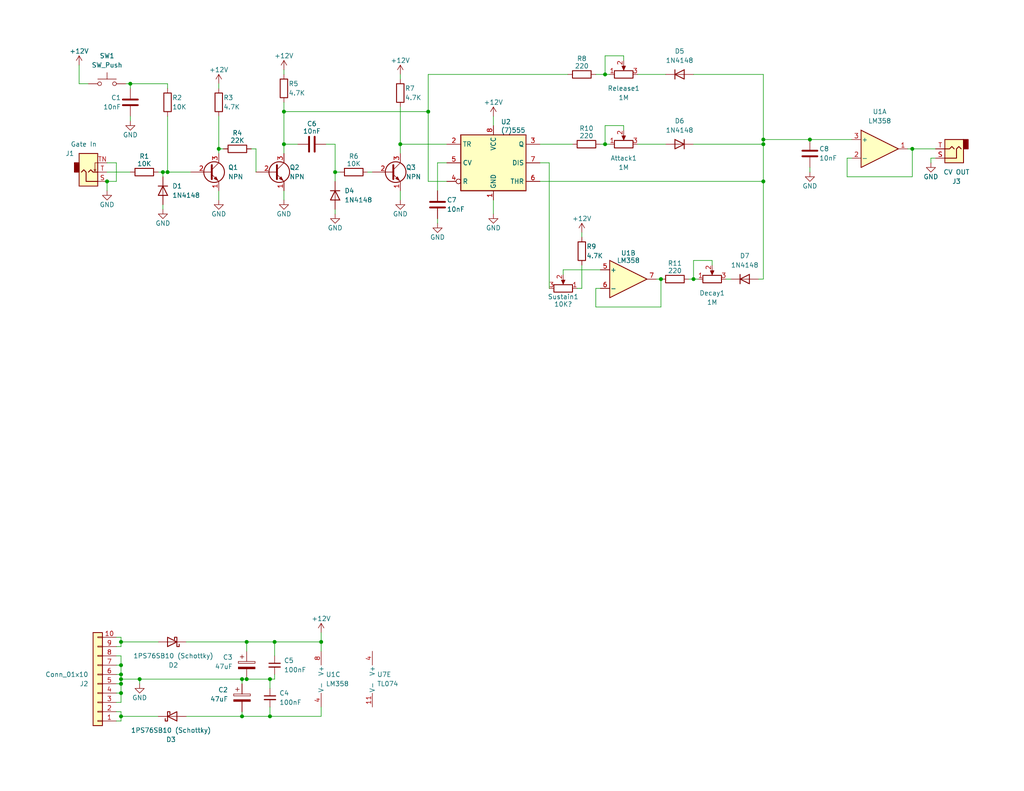
<source format=kicad_sch>
(kicad_sch
	(version 20250114)
	(generator "eeschema")
	(generator_version "9.0")
	(uuid "a50f1717-a2bf-4d3f-85c6-c549506c791c")
	(paper "USLetter")
	
	(rectangle
		(start 280.67 15.748)
		(end 334.01 165.1)
		(stroke
			(width 0)
			(type default)
		)
		(fill
			(type none)
		)
		(uuid fa963680-0dc5-4505-b6c8-4fe57b6170d0)
	)
	(text "CV Summing"
		(exclude_from_sim no)
		(at 295.402 21.336 0)
		(effects
			(font
				(size 2.54 2.54)
			)
			(justify left bottom)
		)
		(uuid "cc927b91-8751-4b11-9457-4c96368993f3")
	)
	(junction
		(at 33.02 184.15)
		(diameter 0)
		(color 0 0 0 0)
		(uuid "03c1f3c5-264a-4a4d-b271-2552eeed40fb")
	)
	(junction
		(at 165.1 39.37)
		(diameter 0)
		(color 0 0 0 0)
		(uuid "1403cea9-0cd7-4c15-bf5b-7a9dc161aad4")
	)
	(junction
		(at 67.31 185.42)
		(diameter 0)
		(color 0 0 0 0)
		(uuid "1968b074-2e7d-45ab-a3ff-4afd2879aa58")
	)
	(junction
		(at 309.88 140.97)
		(diameter 0)
		(color 0 0 0 0)
		(uuid "20200775-4585-4bb1-8247-7a8ff6803d20")
	)
	(junction
		(at 33.02 195.58)
		(diameter 0)
		(color 0 0 0 0)
		(uuid "23a9f8b7-868e-44c3-850b-761c72585597")
	)
	(junction
		(at 189.23 76.2)
		(diameter 0)
		(color 0 0 0 0)
		(uuid "23d64630-6534-4cf3-9dc5-1b537ef2d499")
	)
	(junction
		(at 208.28 38.1)
		(diameter 0)
		(color 0 0 0 0)
		(uuid "26eabcfe-7662-4449-8e3f-97ef913eae8d")
	)
	(junction
		(at 220.98 38.1)
		(diameter 0)
		(color 0 0 0 0)
		(uuid "2cda165a-6787-4d66-bf71-3b1abad254cb")
	)
	(junction
		(at 208.28 49.53)
		(diameter 0)
		(color 0 0 0 0)
		(uuid "2d29b993-378e-4aff-83ce-b7b8cf2984ba")
	)
	(junction
		(at 73.66 195.58)
		(diameter 0)
		(color 0 0 0 0)
		(uuid "2eedfaf3-caab-463b-bc3f-bccadb18576d")
	)
	(junction
		(at 309.88 77.47)
		(diameter 0)
		(color 0 0 0 0)
		(uuid "2fe7cbe2-1b6c-4480-811e-50945977a62a")
	)
	(junction
		(at 293.37 74.93)
		(diameter 0)
		(color 0 0 0 0)
		(uuid "3434a41b-45de-4f4b-8d6f-e6efcea4f192")
	)
	(junction
		(at 66.04 185.42)
		(diameter 0)
		(color 0 0 0 0)
		(uuid "391d8878-cc98-4fb5-a6b5-486a0b53246b")
	)
	(junction
		(at 326.39 151.13)
		(diameter 0)
		(color 0 0 0 0)
		(uuid "3961164d-0bf7-4d5c-a25e-21152033bf12")
	)
	(junction
		(at 326.39 44.45)
		(diameter 0)
		(color 0 0 0 0)
		(uuid "3bfd88da-d4aa-497a-bd0e-c4eb4fb5e287")
	)
	(junction
		(at 59.69 40.64)
		(diameter 0)
		(color 0 0 0 0)
		(uuid "3f0458f4-3143-4958-b606-82f64f83f3f9")
	)
	(junction
		(at 309.88 41.91)
		(diameter 0)
		(color 0 0 0 0)
		(uuid "4dbeb2cc-8900-429c-b522-77071ae9b99c")
	)
	(junction
		(at 91.44 46.99)
		(diameter 0)
		(color 0 0 0 0)
		(uuid "51afcf7b-b3f1-4a97-9e13-502e230d8c0e")
	)
	(junction
		(at 33.02 189.23)
		(diameter 0)
		(color 0 0 0 0)
		(uuid "58687eb7-cc36-409c-884d-5403d7b03dec")
	)
	(junction
		(at 73.66 185.42)
		(diameter 0)
		(color 0 0 0 0)
		(uuid "6002836c-3c1b-4762-98b6-954023ec4cd5")
	)
	(junction
		(at 309.88 69.85)
		(diameter 0)
		(color 0 0 0 0)
		(uuid "628986bf-d008-4319-bfbd-bda9df58c09c")
	)
	(junction
		(at 33.02 181.61)
		(diameter 0)
		(color 0 0 0 0)
		(uuid "6f6770e6-3845-49b9-81f4-7c50475b4633")
	)
	(junction
		(at 29.21 49.53)
		(diameter 0)
		(color 0 0 0 0)
		(uuid "7cb4b222-a614-4903-a0d8-9e71d80002b1")
	)
	(junction
		(at 326.39 80.01)
		(diameter 0)
		(color 0 0 0 0)
		(uuid "7cdbcb17-1400-45d6-a8ce-279b709cbec2")
	)
	(junction
		(at 293.37 146.05)
		(diameter 0)
		(color 0 0 0 0)
		(uuid "7de0f31e-337d-48d0-9658-02ab2c7d7c77")
	)
	(junction
		(at 293.37 110.49)
		(diameter 0)
		(color 0 0 0 0)
		(uuid "7ef69244-603f-46a7-922c-7fa5a4c75ac7")
	)
	(junction
		(at 116.84 30.48)
		(diameter 0)
		(color 0 0 0 0)
		(uuid "82f1f41a-475f-4371-9407-3a55a2d8864e")
	)
	(junction
		(at 35.56 22.86)
		(diameter 0)
		(color 0 0 0 0)
		(uuid "850f27fd-a819-471e-99c7-4ac626f5bc7a")
	)
	(junction
		(at 208.28 39.37)
		(diameter 0)
		(color 0 0 0 0)
		(uuid "8898c0bf-3bcf-4798-b5e1-9c0492ebd354")
	)
	(junction
		(at 77.47 39.37)
		(diameter 0)
		(color 0 0 0 0)
		(uuid "8df6ccea-98be-4832-b844-9fd2232488c3")
	)
	(junction
		(at 45.72 46.99)
		(diameter 0)
		(color 0 0 0 0)
		(uuid "8e7937fb-1f9b-46f8-b3d3-464afc666556")
	)
	(junction
		(at 74.93 175.26)
		(diameter 0)
		(color 0 0 0 0)
		(uuid "8ecc4536-df4b-4a63-a004-f13b9a15f1b6")
	)
	(junction
		(at 248.92 40.64)
		(diameter 0)
		(color 0 0 0 0)
		(uuid "930daab6-4b96-41e2-b969-f363f87c9657")
	)
	(junction
		(at 66.04 195.58)
		(diameter 0)
		(color 0 0 0 0)
		(uuid "952bf531-de8e-474f-b7fe-8fbf74877c0a")
	)
	(junction
		(at 33.02 186.69)
		(diameter 0)
		(color 0 0 0 0)
		(uuid "9ff661c5-deec-48d3-90f6-b29142bd285d")
	)
	(junction
		(at 33.02 185.42)
		(diameter 0)
		(color 0 0 0 0)
		(uuid "adf9b32a-851b-4234-84bd-6869933400f4")
	)
	(junction
		(at 309.88 105.41)
		(diameter 0)
		(color 0 0 0 0)
		(uuid "af5baad3-68cd-4edf-9925-b4f5792d8ee8")
	)
	(junction
		(at 33.02 175.26)
		(diameter 0)
		(color 0 0 0 0)
		(uuid "b3b14803-9faa-4af1-ac58-d34d59b15d93")
	)
	(junction
		(at 309.88 148.59)
		(diameter 0)
		(color 0 0 0 0)
		(uuid "bd6a07d4-7f6e-42a1-9927-b80f275864c6")
	)
	(junction
		(at 309.88 113.03)
		(diameter 0)
		(color 0 0 0 0)
		(uuid "c51d7d9f-6438-4623-8691-a3b631b51431")
	)
	(junction
		(at 87.63 175.26)
		(diameter 0)
		(color 0 0 0 0)
		(uuid "d31bce18-9399-40c4-a75c-d8ffb0b545cc")
	)
	(junction
		(at 109.22 39.37)
		(diameter 0)
		(color 0 0 0 0)
		(uuid "df2a671b-082c-48e8-85cd-404cd53e58a0")
	)
	(junction
		(at 77.47 30.48)
		(diameter 0)
		(color 0 0 0 0)
		(uuid "df3b5501-4bca-409e-95a0-973f6b5ab9f2")
	)
	(junction
		(at 293.37 39.37)
		(diameter 0)
		(color 0 0 0 0)
		(uuid "df6be9b3-b2e3-435e-a59c-76a2b3eb6377")
	)
	(junction
		(at 67.31 175.26)
		(diameter 0)
		(color 0 0 0 0)
		(uuid "df98409e-15c1-44c1-b87f-d9e385818f92")
	)
	(junction
		(at 165.1 20.32)
		(diameter 0)
		(color 0 0 0 0)
		(uuid "e920fb14-af3e-4d3d-b5de-85317dc54c2f")
	)
	(junction
		(at 326.39 115.57)
		(diameter 0)
		(color 0 0 0 0)
		(uuid "f22d7c92-fb15-4a1a-a41e-b0b1047544c8")
	)
	(junction
		(at 44.45 46.99)
		(diameter 0)
		(color 0 0 0 0)
		(uuid "f7b408bb-de73-49da-9dd5-5a219cdcc431")
	)
	(junction
		(at 38.1 185.42)
		(diameter 0)
		(color 0 0 0 0)
		(uuid "fa115c29-de4c-4995-ae4c-cfcea3bdfe34")
	)
	(junction
		(at 309.88 34.29)
		(diameter 0)
		(color 0 0 0 0)
		(uuid "fc8b14a0-9274-4a45-8363-d4994de100f7")
	)
	(junction
		(at 180.34 76.2)
		(diameter 0)
		(color 0 0 0 0)
		(uuid "ffd9601e-df80-4fda-a747-9c8a80661b3e")
	)
	(wire
		(pts
			(xy 77.47 30.48) (xy 116.84 30.48)
		)
		(stroke
			(width 0)
			(type default)
		)
		(uuid "009c0d95-d1c0-4994-b17c-16d43539bb4c")
	)
	(wire
		(pts
			(xy 33.02 195.58) (xy 33.02 196.85)
		)
		(stroke
			(width 0)
			(type default)
		)
		(uuid "0111d110-091e-494e-994f-d010924aff74")
	)
	(wire
		(pts
			(xy 29.21 49.53) (xy 29.21 52.07)
		)
		(stroke
			(width 0)
			(type default)
		)
		(uuid "04e95d9d-c879-4bf4-af83-8422521f960a")
	)
	(wire
		(pts
			(xy 33.02 175.26) (xy 33.02 173.99)
		)
		(stroke
			(width 0)
			(type default)
		)
		(uuid "0532b208-6a6f-4438-bf15-b71d128c1c97")
	)
	(wire
		(pts
			(xy 77.47 39.37) (xy 77.47 41.91)
		)
		(stroke
			(width 0)
			(type default)
		)
		(uuid "06103375-08ff-43b3-912d-f599032b663d")
	)
	(wire
		(pts
			(xy 119.38 44.45) (xy 121.92 44.45)
		)
		(stroke
			(width 0)
			(type default)
		)
		(uuid "06fdbea3-12f2-489e-a34b-14f529d20bb5")
	)
	(wire
		(pts
			(xy 31.75 189.23) (xy 33.02 189.23)
		)
		(stroke
			(width 0)
			(type default)
		)
		(uuid "087cd9e3-37d3-4e55-9af2-51b748534ac8")
	)
	(wire
		(pts
			(xy 33.02 176.53) (xy 33.02 175.26)
		)
		(stroke
			(width 0)
			(type default)
		)
		(uuid "092a6986-80e1-43be-8358-e323cc870d2f")
	)
	(wire
		(pts
			(xy 300.99 41.91) (xy 300.99 44.45)
		)
		(stroke
			(width 0)
			(type default)
		)
		(uuid "099e8699-9f5e-468b-a8e5-74cbbe88d170")
	)
	(wire
		(pts
			(xy 327.66 115.57) (xy 326.39 115.57)
		)
		(stroke
			(width 0)
			(type default)
		)
		(uuid "09e6eb22-1c4e-401c-9ca0-2e6681abec48")
	)
	(wire
		(pts
			(xy 295.91 39.37) (xy 295.91 38.1)
		)
		(stroke
			(width 0)
			(type default)
		)
		(uuid "0a359418-abaf-4539-b4b7-3412822140c9")
	)
	(wire
		(pts
			(xy 170.18 34.29) (xy 165.1 34.29)
		)
		(stroke
			(width 0)
			(type default)
		)
		(uuid "0b77d9b4-3d85-4b2c-bb24-0c8450cbed07")
	)
	(wire
		(pts
			(xy 31.75 44.45) (xy 31.75 49.53)
		)
		(stroke
			(width 0)
			(type default)
		)
		(uuid "0cdad6b1-7849-425b-964a-02438152942b")
	)
	(wire
		(pts
			(xy 66.04 195.58) (xy 73.66 195.58)
		)
		(stroke
			(width 0)
			(type default)
		)
		(uuid "0d67771a-8a4b-4c87-a3ea-9923b0c21edb")
	)
	(wire
		(pts
			(xy 290.83 151.13) (xy 300.99 151.13)
		)
		(stroke
			(width 0)
			(type default)
		)
		(uuid "0fad85f4-510a-4010-ad58-cecaec5b9b82")
	)
	(wire
		(pts
			(xy 147.32 49.53) (xy 208.28 49.53)
		)
		(stroke
			(width 0)
			(type default)
		)
		(uuid "0fbcb203-b094-4c93-aa3d-9adc5ebefb6e")
	)
	(wire
		(pts
			(xy 325.12 115.57) (xy 326.39 115.57)
		)
		(stroke
			(width 0)
			(type default)
		)
		(uuid "11f77a1d-8d91-4f60-8f17-19b53079613c")
	)
	(wire
		(pts
			(xy 170.18 15.24) (xy 170.18 16.51)
		)
		(stroke
			(width 0)
			(type default)
		)
		(uuid "12265c76-acd5-44c5-a23d-e42bc96e53e1")
	)
	(wire
		(pts
			(xy 292.1 74.93) (xy 293.37 74.93)
		)
		(stroke
			(width 0)
			(type default)
		)
		(uuid "13cc40da-0cb1-48b4-a060-63b68a87bcf2")
	)
	(wire
		(pts
			(xy 87.63 175.26) (xy 87.63 177.8)
		)
		(stroke
			(width 0)
			(type default)
		)
		(uuid "149afaa6-70c5-47a8-8172-da7affefe0ae")
	)
	(wire
		(pts
			(xy 158.75 72.39) (xy 158.75 78.74)
		)
		(stroke
			(width 0)
			(type default)
		)
		(uuid "14a89511-b6c2-4df2-bc52-e3548ca51373")
	)
	(wire
		(pts
			(xy 292.1 135.89) (xy 295.91 135.89)
		)
		(stroke
			(width 0)
			(type default)
		)
		(uuid "1777b69a-a67e-45b6-87b1-63a260d73f67")
	)
	(wire
		(pts
			(xy 208.28 39.37) (xy 208.28 38.1)
		)
		(stroke
			(width 0)
			(type default)
		)
		(uuid "1ac7ae6d-31a4-43e7-aa92-9e6f5fdc316f")
	)
	(wire
		(pts
			(xy 180.34 76.2) (xy 180.34 83.82)
		)
		(stroke
			(width 0)
			(type default)
		)
		(uuid "1b02174e-941c-4688-8a5e-c878cef3ca0d")
	)
	(wire
		(pts
			(xy 300.99 148.59) (xy 300.99 151.13)
		)
		(stroke
			(width 0)
			(type default)
		)
		(uuid "1b3bf867-d5be-4436-9781-9743d4c2494b")
	)
	(wire
		(pts
			(xy 309.88 48.26) (xy 309.88 46.99)
		)
		(stroke
			(width 0)
			(type default)
		)
		(uuid "1bd1742a-b347-47b0-a24b-b764bc3dc2ec")
	)
	(wire
		(pts
			(xy 31.75 173.99) (xy 33.02 173.99)
		)
		(stroke
			(width 0)
			(type default)
		)
		(uuid "1cd68bb4-1110-4b22-a26d-57e126508054")
	)
	(wire
		(pts
			(xy 295.91 64.77) (xy 295.91 66.04)
		)
		(stroke
			(width 0)
			(type default)
		)
		(uuid "1d691ea9-fb61-4f5c-b73e-e761bfee349f")
	)
	(wire
		(pts
			(xy 45.72 46.99) (xy 52.07 46.99)
		)
		(stroke
			(width 0)
			(type default)
		)
		(uuid "1f0544f2-e590-4f5d-8fe8-48e8ffa5182a")
	)
	(wire
		(pts
			(xy 134.62 31.75) (xy 134.62 34.29)
		)
		(stroke
			(width 0)
			(type default)
		)
		(uuid "1f83fc01-d156-4dd5-b5aa-ba59adbfb05b")
	)
	(wire
		(pts
			(xy 74.93 175.26) (xy 87.63 175.26)
		)
		(stroke
			(width 0)
			(type default)
		)
		(uuid "2057fdb2-f2b4-4730-889a-62447745f14e")
	)
	(wire
		(pts
			(xy 157.48 78.74) (xy 158.75 78.74)
		)
		(stroke
			(width 0)
			(type default)
		)
		(uuid "2068f6c2-5d48-4f4d-ae18-ccac36d33d66")
	)
	(wire
		(pts
			(xy 292.1 39.37) (xy 293.37 39.37)
		)
		(stroke
			(width 0)
			(type default)
		)
		(uuid "2157ea06-0f5e-4e68-8955-14696b37a6de")
	)
	(wire
		(pts
			(xy 74.93 179.07) (xy 74.93 175.26)
		)
		(stroke
			(width 0)
			(type default)
		)
		(uuid "24486587-9907-4f5b-b0e4-55cf20c476b6")
	)
	(wire
		(pts
			(xy 248.92 48.26) (xy 231.14 48.26)
		)
		(stroke
			(width 0)
			(type default)
		)
		(uuid "2502613c-87eb-4be4-b22d-d4e13b89e091")
	)
	(wire
		(pts
			(xy 292.1 100.33) (xy 295.91 100.33)
		)
		(stroke
			(width 0)
			(type default)
		)
		(uuid "263835ad-064a-4e9e-bb12-ee618e0254c2")
	)
	(wire
		(pts
			(xy 165.1 39.37) (xy 166.37 39.37)
		)
		(stroke
			(width 0)
			(type default)
		)
		(uuid "28de5884-ccf5-4d95-8e84-9c98c1214e6a")
	)
	(wire
		(pts
			(xy 295.91 29.21) (xy 295.91 30.48)
		)
		(stroke
			(width 0)
			(type default)
		)
		(uuid "29d4f9eb-9391-4441-ab59-c6abfbc11653")
	)
	(wire
		(pts
			(xy 77.47 19.05) (xy 77.47 20.32)
		)
		(stroke
			(width 0)
			(type default)
		)
		(uuid "2a958f67-3227-4789-8be5-67d314a23f03")
	)
	(wire
		(pts
			(xy 59.69 40.64) (xy 60.96 40.64)
		)
		(stroke
			(width 0)
			(type default)
		)
		(uuid "2d5917ed-26b6-4f2e-9f32-0708e7c69a97")
	)
	(wire
		(pts
			(xy 162.56 83.82) (xy 180.34 83.82)
		)
		(stroke
			(width 0)
			(type default)
		)
		(uuid "2d93ffa0-1cd3-4e76-97d8-f49ba3453058")
	)
	(wire
		(pts
			(xy 33.02 184.15) (xy 31.75 184.15)
		)
		(stroke
			(width 0)
			(type default)
		)
		(uuid "2ea0f233-5a07-4160-88f7-9d3fbdf658df")
	)
	(wire
		(pts
			(xy 109.22 39.37) (xy 109.22 41.91)
		)
		(stroke
			(width 0)
			(type default)
		)
		(uuid "3071b3ee-8571-4225-ab69-74f004713497")
	)
	(wire
		(pts
			(xy 77.47 52.07) (xy 77.47 54.61)
		)
		(stroke
			(width 0)
			(type default)
		)
		(uuid "30d71c93-9483-463a-a13c-de912c54270a")
	)
	(wire
		(pts
			(xy 101.6 46.99) (xy 100.33 46.99)
		)
		(stroke
			(width 0)
			(type default)
		)
		(uuid "31f7fed7-c26f-492c-8cec-48fd9fb2dbf4")
	)
	(wire
		(pts
			(xy 29.21 49.53) (xy 31.75 49.53)
		)
		(stroke
			(width 0)
			(type default)
		)
		(uuid "32c35dec-1d1a-4eba-b58b-b20e18f95a08")
	)
	(wire
		(pts
			(xy 295.91 135.89) (xy 295.91 137.16)
		)
		(stroke
			(width 0)
			(type default)
		)
		(uuid "34616dfa-0071-425f-ad66-bb001106afe0")
	)
	(wire
		(pts
			(xy 66.04 185.42) (xy 67.31 185.42)
		)
		(stroke
			(width 0)
			(type default)
		)
		(uuid "35fb74a3-1391-465a-9d02-a46f05ad3193")
	)
	(wire
		(pts
			(xy 165.1 15.24) (xy 165.1 20.32)
		)
		(stroke
			(width 0)
			(type default)
		)
		(uuid "374a513c-86db-44f1-ad61-8e2253f8b218")
	)
	(wire
		(pts
			(xy 149.86 44.45) (xy 149.86 78.74)
		)
		(stroke
			(width 0)
			(type default)
		)
		(uuid "3a30005c-ace8-4f55-9bbf-b6c97a9e63d4")
	)
	(wire
		(pts
			(xy 325.12 80.01) (xy 326.39 80.01)
		)
		(stroke
			(width 0)
			(type default)
		)
		(uuid "3a9475b8-0892-4e7b-aef8-1dfcca6f58ba")
	)
	(wire
		(pts
			(xy 325.12 44.45) (xy 326.39 44.45)
		)
		(stroke
			(width 0)
			(type default)
		)
		(uuid "3adc2348-1498-4cbc-8466-9ac3075bc49d")
	)
	(wire
		(pts
			(xy 29.21 44.45) (xy 31.75 44.45)
		)
		(stroke
			(width 0)
			(type default)
		)
		(uuid "3d64b8b9-6b16-4b87-a00c-3d51aa50e40a")
	)
	(wire
		(pts
			(xy 287.02 49.53) (xy 287.02 48.26)
		)
		(stroke
			(width 0)
			(type default)
		)
		(uuid "3f32fb32-a19f-43f8-b26b-f9147fe5a9f2")
	)
	(wire
		(pts
			(xy 33.02 186.69) (xy 33.02 189.23)
		)
		(stroke
			(width 0)
			(type default)
		)
		(uuid "401bf89b-948d-43a0-97ac-588a55f0cb1e")
	)
	(wire
		(pts
			(xy 220.98 45.72) (xy 220.98 46.99)
		)
		(stroke
			(width 0)
			(type default)
		)
		(uuid "40465936-9f23-4773-95fb-bf03e0ed230c")
	)
	(wire
		(pts
			(xy 194.31 71.12) (xy 194.31 72.39)
		)
		(stroke
			(width 0)
			(type default)
		)
		(uuid "40870682-70be-485f-8906-8e6ffe45bcb7")
	)
	(wire
		(pts
			(xy 314.96 140.97) (xy 309.88 140.97)
		)
		(stroke
			(width 0)
			(type default)
		)
		(uuid "40ef30b9-2e4a-490e-b67b-0bc031d2353b")
	)
	(wire
		(pts
			(xy 292.1 138.43) (xy 292.1 146.05)
		)
		(stroke
			(width 0)
			(type default)
		)
		(uuid "41803cc3-8c14-45bd-af85-30f41d34615d")
	)
	(wire
		(pts
			(xy 33.02 194.31) (xy 33.02 195.58)
		)
		(stroke
			(width 0)
			(type default)
		)
		(uuid "4342287c-efd2-4f11-a10e-25bf7a704f03")
	)
	(wire
		(pts
			(xy 300.99 113.03) (xy 300.99 115.57)
		)
		(stroke
			(width 0)
			(type default)
		)
		(uuid "444cda93-c2b5-4d69-ae47-8a077c41e728")
	)
	(wire
		(pts
			(xy 50.8 195.58) (xy 66.04 195.58)
		)
		(stroke
			(width 0)
			(type default)
		)
		(uuid "44d0c0b6-29c9-4658-9da7-87ca58b5be15")
	)
	(wire
		(pts
			(xy 31.75 186.69) (xy 33.02 186.69)
		)
		(stroke
			(width 0)
			(type default)
		)
		(uuid "45235486-17f6-44f5-ba52-e6330ba07c04")
	)
	(wire
		(pts
			(xy 287.02 147.32) (xy 287.02 146.05)
		)
		(stroke
			(width 0)
			(type default)
		)
		(uuid "48338360-cab5-4884-9bd3-ae9a94e3c809")
	)
	(wire
		(pts
			(xy 309.88 105.41) (xy 309.88 113.03)
		)
		(stroke
			(width 0)
			(type default)
		)
		(uuid "4a70299f-24ad-4f02-be7b-8516ef02218e")
	)
	(wire
		(pts
			(xy 208.28 38.1) (xy 220.98 38.1)
		)
		(stroke
			(width 0)
			(type default)
		)
		(uuid "4ce289d4-2666-4910-abb6-b63794b77be3")
	)
	(wire
		(pts
			(xy 295.91 74.93) (xy 295.91 73.66)
		)
		(stroke
			(width 0)
			(type default)
		)
		(uuid "4d22355e-e468-4199-8b1f-200922341b7a")
	)
	(wire
		(pts
			(xy 116.84 20.32) (xy 116.84 30.48)
		)
		(stroke
			(width 0)
			(type default)
		)
		(uuid "508eb49f-54e4-4d84-bd88-d347efc90aec")
	)
	(wire
		(pts
			(xy 35.56 31.75) (xy 35.56 33.02)
		)
		(stroke
			(width 0)
			(type default)
		)
		(uuid "50dc9296-3387-4cd6-ba4d-32cd3d45c1c9")
	)
	(wire
		(pts
			(xy 116.84 30.48) (xy 116.84 49.53)
		)
		(stroke
			(width 0)
			(type default)
		)
		(uuid "52142a36-fe42-4bce-9dc1-536e397a69e5")
	)
	(wire
		(pts
			(xy 173.99 39.37) (xy 181.61 39.37)
		)
		(stroke
			(width 0)
			(type default)
		)
		(uuid "543dd906-3ae1-4aa5-9897-adf5ace6dcac")
	)
	(wire
		(pts
			(xy 31.75 181.61) (xy 33.02 181.61)
		)
		(stroke
			(width 0)
			(type default)
		)
		(uuid "548f520d-e814-4c43-bdee-dee74f9c3642")
	)
	(wire
		(pts
			(xy 295.91 74.93) (xy 293.37 74.93)
		)
		(stroke
			(width 0)
			(type default)
		)
		(uuid "550326bf-dee9-4b7c-9834-38d842ef3002")
	)
	(wire
		(pts
			(xy 322.58 34.29) (xy 326.39 34.29)
		)
		(stroke
			(width 0)
			(type default)
		)
		(uuid "56bc43b6-7f68-4d82-90dd-96b202786612")
	)
	(wire
		(pts
			(xy 162.56 78.74) (xy 162.56 83.82)
		)
		(stroke
			(width 0)
			(type default)
		)
		(uuid "56bf5b79-1870-45d3-8a1e-1f25ca081193")
	)
	(wire
		(pts
			(xy 309.88 34.29) (xy 309.88 41.91)
		)
		(stroke
			(width 0)
			(type default)
		)
		(uuid "56df8a73-4c6f-44bd-bb28-869ef940e2b4")
	)
	(wire
		(pts
			(xy 314.96 69.85) (xy 309.88 69.85)
		)
		(stroke
			(width 0)
			(type default)
		)
		(uuid "5765e455-be02-4dc7-9115-903739ab5c73")
	)
	(wire
		(pts
			(xy 208.28 39.37) (xy 189.23 39.37)
		)
		(stroke
			(width 0)
			(type default)
		)
		(uuid "58bd45fd-3cde-4e84-a357-90f20d1e444b")
	)
	(wire
		(pts
			(xy 33.02 179.07) (xy 33.02 181.61)
		)
		(stroke
			(width 0)
			(type default)
		)
		(uuid "58d3c83b-7686-4fd2-b0f2-29d95f8feb36")
	)
	(wire
		(pts
			(xy 326.39 151.13) (xy 326.39 140.97)
		)
		(stroke
			(width 0)
			(type default)
		)
		(uuid "59e63b93-41ff-4d76-b44b-b6a75876b878")
	)
	(wire
		(pts
			(xy 44.45 46.99) (xy 44.45 48.26)
		)
		(stroke
			(width 0)
			(type default)
		)
		(uuid "5c5b6e4a-32c1-41a0-8798-875f8b6cf658")
	)
	(wire
		(pts
			(xy 247.65 40.64) (xy 248.92 40.64)
		)
		(stroke
			(width 0)
			(type default)
		)
		(uuid "5d77147e-0a1c-4928-b13c-f6c97c8186d6")
	)
	(wire
		(pts
			(xy 300.99 69.85) (xy 299.72 69.85)
		)
		(stroke
			(width 0)
			(type default)
		)
		(uuid "5de15fe7-44ba-4f10-bf0d-2e3650f8a05b")
	)
	(wire
		(pts
			(xy 309.88 140.97) (xy 308.61 140.97)
		)
		(stroke
			(width 0)
			(type default)
		)
		(uuid "6124d674-6fc5-45ac-bddb-3f2ce4a381c9")
	)
	(wire
		(pts
			(xy 165.1 34.29) (xy 165.1 39.37)
		)
		(stroke
			(width 0)
			(type default)
		)
		(uuid "621916cb-8784-4900-a574-24c0d1c1345d")
	)
	(wire
		(pts
			(xy 91.44 39.37) (xy 91.44 46.99)
		)
		(stroke
			(width 0)
			(type default)
		)
		(uuid "62482d79-cab4-4435-9a76-8be57106c08e")
	)
	(wire
		(pts
			(xy 91.44 58.42) (xy 91.44 57.15)
		)
		(stroke
			(width 0)
			(type default)
		)
		(uuid "62d47875-7739-422b-82ec-18d36617e509")
	)
	(wire
		(pts
			(xy 326.39 80.01) (xy 326.39 69.85)
		)
		(stroke
			(width 0)
			(type default)
		)
		(uuid "62e7e905-55e0-483e-b02b-9bc796988fe9")
	)
	(wire
		(pts
			(xy 292.1 67.31) (xy 292.1 74.93)
		)
		(stroke
			(width 0)
			(type default)
		)
		(uuid "63962eda-5594-43a0-ac7d-74cb83c906f6")
	)
	(wire
		(pts
			(xy 309.88 69.85) (xy 309.88 77.47)
		)
		(stroke
			(width 0)
			(type default)
		)
		(uuid "656e5f66-da0f-451a-aca6-861826ee90b9")
	)
	(wire
		(pts
			(xy 73.66 195.58) (xy 87.63 195.58)
		)
		(stroke
			(width 0)
			(type default)
		)
		(uuid "65dd7f2b-34d0-45cd-8dd5-162c3ead47e2")
	)
	(wire
		(pts
			(xy 287.02 76.2) (xy 287.02 74.93)
		)
		(stroke
			(width 0)
			(type default)
		)
		(uuid "65df2362-c3cd-4d20-b810-c470fb214be5")
	)
	(wire
		(pts
			(xy 59.69 31.75) (xy 59.69 40.64)
		)
		(stroke
			(width 0)
			(type default)
		)
		(uuid "66ae8a32-abf8-42d6-b671-94e023b1d425")
	)
	(wire
		(pts
			(xy 327.66 151.13) (xy 326.39 151.13)
		)
		(stroke
			(width 0)
			(type default)
		)
		(uuid "6722d685-fa3b-4077-afed-85ff85c9cd21")
	)
	(wire
		(pts
			(xy 66.04 194.31) (xy 66.04 195.58)
		)
		(stroke
			(width 0)
			(type default)
		)
		(uuid "675f176e-c815-4903-b2c2-c843cea7db48")
	)
	(wire
		(pts
			(xy 87.63 172.72) (xy 87.63 175.26)
		)
		(stroke
			(width 0)
			(type default)
		)
		(uuid "67be2816-3d13-4633-8099-014645657148")
	)
	(wire
		(pts
			(xy 109.22 20.32) (xy 109.22 21.59)
		)
		(stroke
			(width 0)
			(type default)
		)
		(uuid "67ea0246-6032-475c-8350-a40f836918ef")
	)
	(wire
		(pts
			(xy 33.02 195.58) (xy 43.18 195.58)
		)
		(stroke
			(width 0)
			(type default)
		)
		(uuid "6995cbc1-150c-4923-8dd9-0a32d9dec67b")
	)
	(wire
		(pts
			(xy 33.02 181.61) (xy 33.02 184.15)
		)
		(stroke
			(width 0)
			(type default)
		)
		(uuid "6a9f24e4-6957-410d-ab55-dc6a46e4132e")
	)
	(wire
		(pts
			(xy 198.12 76.2) (xy 199.39 76.2)
		)
		(stroke
			(width 0)
			(type default)
		)
		(uuid "6c20d0d6-f97b-419a-9a3b-59bcd230cbc0")
	)
	(wire
		(pts
			(xy 292.1 102.87) (xy 292.1 110.49)
		)
		(stroke
			(width 0)
			(type default)
		)
		(uuid "6d3a3569-8dfe-4e97-9767-966a43025463")
	)
	(wire
		(pts
			(xy 292.1 29.21) (xy 295.91 29.21)
		)
		(stroke
			(width 0)
			(type default)
		)
		(uuid "6db0530b-14a6-4b1f-8c49-9111f8646e00")
	)
	(wire
		(pts
			(xy 220.98 38.1) (xy 232.41 38.1)
		)
		(stroke
			(width 0)
			(type default)
		)
		(uuid "6e393444-9535-47ae-bdf7-dc424d98f5d4")
	)
	(wire
		(pts
			(xy 21.59 17.78) (xy 21.59 22.86)
		)
		(stroke
			(width 0)
			(type default)
		)
		(uuid "6f413764-0c95-4e5d-b094-5eb8b5e79ad2")
	)
	(wire
		(pts
			(xy 300.99 77.47) (xy 300.99 80.01)
		)
		(stroke
			(width 0)
			(type default)
		)
		(uuid "700dfc26-e91c-47bb-98df-a2b1078d197f")
	)
	(wire
		(pts
			(xy 170.18 15.24) (xy 165.1 15.24)
		)
		(stroke
			(width 0)
			(type default)
		)
		(uuid "71901d09-5e5e-4187-9d2b-5ccd5aadaae9")
	)
	(wire
		(pts
			(xy 173.99 20.32) (xy 181.61 20.32)
		)
		(stroke
			(width 0)
			(type default)
		)
		(uuid "738516ed-fa74-483a-a886-74dd6f30f1f7")
	)
	(wire
		(pts
			(xy 73.66 193.04) (xy 73.66 195.58)
		)
		(stroke
			(width 0)
			(type default)
		)
		(uuid "756addd5-8f17-4117-8a80-697a191000b8")
	)
	(wire
		(pts
			(xy 327.66 44.45) (xy 326.39 44.45)
		)
		(stroke
			(width 0)
			(type default)
		)
		(uuid "77358db8-cc18-4e3a-92bc-6c547acb39d6")
	)
	(wire
		(pts
			(xy 254 43.18) (xy 254 44.45)
		)
		(stroke
			(width 0)
			(type default)
		)
		(uuid "782da8db-dcef-4093-abce-76d356698b44")
	)
	(wire
		(pts
			(xy 309.88 119.38) (xy 309.88 118.11)
		)
		(stroke
			(width 0)
			(type default)
		)
		(uuid "786db428-8066-4955-8fb6-e1a36943b8aa")
	)
	(wire
		(pts
			(xy 33.02 185.42) (xy 33.02 186.69)
		)
		(stroke
			(width 0)
			(type default)
		)
		(uuid "787f9615-75f3-4ab0-ac25-027173bb32f5")
	)
	(wire
		(pts
			(xy 45.72 31.75) (xy 45.72 46.99)
		)
		(stroke
			(width 0)
			(type default)
		)
		(uuid "7970a020-b221-4022-b16a-ae8d98b77682")
	)
	(wire
		(pts
			(xy 38.1 186.69) (xy 38.1 185.42)
		)
		(stroke
			(width 0)
			(type default)
		)
		(uuid "7bcdba94-cc3d-4da1-84ba-85368e01d031")
	)
	(wire
		(pts
			(xy 45.72 22.86) (xy 45.72 24.13)
		)
		(stroke
			(width 0)
			(type default)
		)
		(uuid "7c0ea02b-0536-4676-9155-8e0f29a304f4")
	)
	(wire
		(pts
			(xy 309.88 105.41) (xy 308.61 105.41)
		)
		(stroke
			(width 0)
			(type default)
		)
		(uuid "7cec7f00-f443-4fa9-9212-65cc809c4be2")
	)
	(wire
		(pts
			(xy 87.63 193.04) (xy 87.63 195.58)
		)
		(stroke
			(width 0)
			(type default)
		)
		(uuid "7cef1624-0cc8-46a6-9886-0f0a9bfd4df5")
	)
	(wire
		(pts
			(xy 231.14 43.18) (xy 232.41 43.18)
		)
		(stroke
			(width 0)
			(type default)
		)
		(uuid "7eb14026-c591-4fcc-948e-e11ff01a73e7")
	)
	(wire
		(pts
			(xy 74.93 184.15) (xy 74.93 185.42)
		)
		(stroke
			(width 0)
			(type default)
		)
		(uuid "7f56bb5a-5099-4ca0-9e91-f90feb76e565")
	)
	(wire
		(pts
			(xy 59.69 52.07) (xy 59.69 54.61)
		)
		(stroke
			(width 0)
			(type default)
		)
		(uuid "80be40c3-b191-436e-8550-6ffdcd834d9b")
	)
	(wire
		(pts
			(xy 322.58 140.97) (xy 326.39 140.97)
		)
		(stroke
			(width 0)
			(type default)
		)
		(uuid "81f33420-f09b-4725-97f8-56d20b483fb9")
	)
	(wire
		(pts
			(xy 154.94 20.32) (xy 116.84 20.32)
		)
		(stroke
			(width 0)
			(type default)
		)
		(uuid "82541665-48bf-4298-9966-5df2ae9e825e")
	)
	(wire
		(pts
			(xy 91.44 46.99) (xy 92.71 46.99)
		)
		(stroke
			(width 0)
			(type default)
		)
		(uuid "82dc8805-df62-44aa-afd9-5db4c1b31da3")
	)
	(wire
		(pts
			(xy 163.83 39.37) (xy 165.1 39.37)
		)
		(stroke
			(width 0)
			(type default)
		)
		(uuid "84483c6c-c9bf-467d-9043-f353a8ebae5a")
	)
	(wire
		(pts
			(xy 290.83 115.57) (xy 300.99 115.57)
		)
		(stroke
			(width 0)
			(type default)
		)
		(uuid "867ca070-1a33-4274-8dc7-c93f36f29347")
	)
	(wire
		(pts
			(xy 290.83 80.01) (xy 300.99 80.01)
		)
		(stroke
			(width 0)
			(type default)
		)
		(uuid "895ecb4d-d146-4663-aef6-bc6b0f6eb3bd")
	)
	(wire
		(pts
			(xy 322.58 105.41) (xy 326.39 105.41)
		)
		(stroke
			(width 0)
			(type default)
		)
		(uuid "8a79f9cb-a08d-4ae4-a4d2-dde8758bdd8c")
	)
	(wire
		(pts
			(xy 73.66 185.42) (xy 74.93 185.42)
		)
		(stroke
			(width 0)
			(type default)
		)
		(uuid "8b7edbe5-705e-4fa5-be40-de334273ed60")
	)
	(wire
		(pts
			(xy 295.91 146.05) (xy 293.37 146.05)
		)
		(stroke
			(width 0)
			(type default)
		)
		(uuid "8bf36248-6e37-483f-936d-ef6b29c6084b")
	)
	(wire
		(pts
			(xy 322.58 69.85) (xy 326.39 69.85)
		)
		(stroke
			(width 0)
			(type default)
		)
		(uuid "8bf71d27-0649-4a61-a60c-cf4dfbd2e2ea")
	)
	(wire
		(pts
			(xy 35.56 22.86) (xy 35.56 24.13)
		)
		(stroke
			(width 0)
			(type default)
		)
		(uuid "8bf870d5-460f-43a4-80dc-89c453efd825")
	)
	(wire
		(pts
			(xy 314.96 34.29) (xy 309.88 34.29)
		)
		(stroke
			(width 0)
			(type default)
		)
		(uuid "8d465ef2-991c-404a-971e-bb702d791f76")
	)
	(wire
		(pts
			(xy 287.02 85.09) (xy 287.02 83.82)
		)
		(stroke
			(width 0)
			(type default)
		)
		(uuid "8ef63479-b76d-44f2-a6b5-e1321f5e8f7f")
	)
	(wire
		(pts
			(xy 73.66 185.42) (xy 73.66 187.96)
		)
		(stroke
			(width 0)
			(type default)
		)
		(uuid "94e0bab2-c8ce-4397-9911-305f4561a0af")
	)
	(wire
		(pts
			(xy 248.92 40.64) (xy 255.27 40.64)
		)
		(stroke
			(width 0)
			(type default)
		)
		(uuid "9939a179-e25c-4fd8-a476-0c94c31ea4d5")
	)
	(wire
		(pts
			(xy 300.99 140.97) (xy 299.72 140.97)
		)
		(stroke
			(width 0)
			(type default)
		)
		(uuid "9961c239-74c7-433b-a15b-3414f89f738c")
	)
	(wire
		(pts
			(xy 300.99 105.41) (xy 299.72 105.41)
		)
		(stroke
			(width 0)
			(type default)
		)
		(uuid "998caea4-d632-443b-bfb5-12317e6dc499")
	)
	(wire
		(pts
			(xy 33.02 196.85) (xy 31.75 196.85)
		)
		(stroke
			(width 0)
			(type default)
		)
		(uuid "99b3606c-0849-4d7a-92dc-025f642f0718")
	)
	(wire
		(pts
			(xy 153.67 73.66) (xy 163.83 73.66)
		)
		(stroke
			(width 0)
			(type default)
		)
		(uuid "9a1c3855-d09a-4e6f-8660-ac6998ddf47f")
	)
	(wire
		(pts
			(xy 165.1 20.32) (xy 166.37 20.32)
		)
		(stroke
			(width 0)
			(type default)
		)
		(uuid "9abfb6e3-73c3-4a48-9586-764c3b500dfa")
	)
	(wire
		(pts
			(xy 31.75 191.77) (xy 33.02 191.77)
		)
		(stroke
			(width 0)
			(type default)
		)
		(uuid "9b043c9d-d215-4d23-bb31-0d2ba5c61ccd")
	)
	(wire
		(pts
			(xy 77.47 30.48) (xy 77.47 39.37)
		)
		(stroke
			(width 0)
			(type default)
		)
		(uuid "9cef03c0-9b5f-4f62-a974-67f05e570698")
	)
	(wire
		(pts
			(xy 38.1 185.42) (xy 66.04 185.42)
		)
		(stroke
			(width 0)
			(type default)
		)
		(uuid "9ddc7d89-60e6-4277-bacd-e400163b3304")
	)
	(wire
		(pts
			(xy 208.28 76.2) (xy 207.01 76.2)
		)
		(stroke
			(width 0)
			(type default)
		)
		(uuid "9eab27ec-3fe6-4958-99c3-0f5e2d4c5dc4")
	)
	(wire
		(pts
			(xy 44.45 46.99) (xy 45.72 46.99)
		)
		(stroke
			(width 0)
			(type default)
		)
		(uuid "9f382915-3830-4b90-bc6f-4c92cda48922")
	)
	(wire
		(pts
			(xy 158.75 63.5) (xy 158.75 64.77)
		)
		(stroke
			(width 0)
			(type default)
		)
		(uuid "9f93704d-e383-473c-a327-9d6db2b36fb3")
	)
	(wire
		(pts
			(xy 295.91 100.33) (xy 295.91 101.6)
		)
		(stroke
			(width 0)
			(type default)
		)
		(uuid "a08a72ad-fc81-493d-af11-c32bad80ce57")
	)
	(wire
		(pts
			(xy 147.32 44.45) (xy 149.86 44.45)
		)
		(stroke
			(width 0)
			(type default)
		)
		(uuid "a09bb134-dbf4-4f84-b173-1504fe400aca")
	)
	(wire
		(pts
			(xy 248.92 40.64) (xy 248.92 48.26)
		)
		(stroke
			(width 0)
			(type default)
		)
		(uuid "a1caa25d-c5f2-44d1-924e-8ede1dd47870")
	)
	(wire
		(pts
			(xy 66.04 186.69) (xy 66.04 185.42)
		)
		(stroke
			(width 0)
			(type default)
		)
		(uuid "a23abe4a-362d-483d-9dc9-f1ad2adbc066")
	)
	(wire
		(pts
			(xy 287.02 40.64) (xy 287.02 39.37)
		)
		(stroke
			(width 0)
			(type default)
		)
		(uuid "a26d06c5-ea11-42cb-aee9-34ee22dbfda4")
	)
	(wire
		(pts
			(xy 68.58 40.64) (xy 69.85 40.64)
		)
		(stroke
			(width 0)
			(type default)
		)
		(uuid "a48ec979-3fea-4948-9773-a2e57c51c080")
	)
	(wire
		(pts
			(xy 35.56 22.86) (xy 45.72 22.86)
		)
		(stroke
			(width 0)
			(type default)
		)
		(uuid "a5319fa0-b148-402c-8233-67e7f3d6166b")
	)
	(wire
		(pts
			(xy 29.21 46.99) (xy 35.56 46.99)
		)
		(stroke
			(width 0)
			(type default)
		)
		(uuid "a5c1c89e-3175-4bbd-9d80-54a09f424bcd")
	)
	(wire
		(pts
			(xy 290.83 44.45) (xy 300.99 44.45)
		)
		(stroke
			(width 0)
			(type default)
		)
		(uuid "abbb7587-2920-4ee5-b068-4469a7723f81")
	)
	(wire
		(pts
			(xy 287.02 120.65) (xy 287.02 119.38)
		)
		(stroke
			(width 0)
			(type default)
		)
		(uuid "acfcd63e-4ff4-4754-bd8f-1b290d430369")
	)
	(wire
		(pts
			(xy 33.02 185.42) (xy 38.1 185.42)
		)
		(stroke
			(width 0)
			(type default)
		)
		(uuid "adc137c1-b296-4180-aa2d-43bd3b0be507")
	)
	(wire
		(pts
			(xy 67.31 185.42) (xy 73.66 185.42)
		)
		(stroke
			(width 0)
			(type default)
		)
		(uuid "ae331a1d-ef7d-40f2-b561-680c88c1f1e2")
	)
	(wire
		(pts
			(xy 300.99 34.29) (xy 299.72 34.29)
		)
		(stroke
			(width 0)
			(type default)
		)
		(uuid "b07b4b23-d861-4679-9d3a-be97a6eedc07")
	)
	(wire
		(pts
			(xy 162.56 20.32) (xy 165.1 20.32)
		)
		(stroke
			(width 0)
			(type default)
		)
		(uuid "b15d63cc-0e36-477c-bce2-307f0a9a54c6")
	)
	(wire
		(pts
			(xy 44.45 57.15) (xy 44.45 55.88)
		)
		(stroke
			(width 0)
			(type default)
		)
		(uuid "b2ef8b3d-8f0a-45c9-a475-d9288f921662")
	)
	(wire
		(pts
			(xy 179.07 76.2) (xy 180.34 76.2)
		)
		(stroke
			(width 0)
			(type default)
		)
		(uuid "b317e432-883d-44d4-acd4-489a9c60d6a0")
	)
	(wire
		(pts
			(xy 109.22 52.07) (xy 109.22 54.61)
		)
		(stroke
			(width 0)
			(type default)
		)
		(uuid "b4080643-b80c-42c2-a83b-230b3399e09d")
	)
	(wire
		(pts
			(xy 287.02 156.21) (xy 287.02 154.94)
		)
		(stroke
			(width 0)
			(type default)
		)
		(uuid "b4459ed4-5991-4e39-b676-14ed968b54fb")
	)
	(wire
		(pts
			(xy 59.69 40.64) (xy 59.69 41.91)
		)
		(stroke
			(width 0)
			(type default)
		)
		(uuid "b4aef87e-3024-44f8-8a8a-616d0057dc4f")
	)
	(wire
		(pts
			(xy 43.18 46.99) (xy 44.45 46.99)
		)
		(stroke
			(width 0)
			(type default)
		)
		(uuid "b8863c94-d27d-4bdb-ac16-8eb513d6da73")
	)
	(wire
		(pts
			(xy 189.23 76.2) (xy 190.5 76.2)
		)
		(stroke
			(width 0)
			(type default)
		)
		(uuid "bb53b1c3-b02e-45da-ae18-3688b52cbe28")
	)
	(wire
		(pts
			(xy 109.22 29.21) (xy 109.22 39.37)
		)
		(stroke
			(width 0)
			(type default)
		)
		(uuid "bb7d9552-97b2-4795-9624-744ac4e297ec")
	)
	(wire
		(pts
			(xy 189.23 71.12) (xy 189.23 76.2)
		)
		(stroke
			(width 0)
			(type default)
		)
		(uuid "bc818b00-0ed0-41c8-a594-c3f3a42308ac")
	)
	(wire
		(pts
			(xy 31.75 176.53) (xy 33.02 176.53)
		)
		(stroke
			(width 0)
			(type default)
		)
		(uuid "be5a873e-f2e6-40f8-a19f-27dc1ceee7dc")
	)
	(wire
		(pts
			(xy 308.61 148.59) (xy 309.88 148.59)
		)
		(stroke
			(width 0)
			(type default)
		)
		(uuid "c0ab3535-93bf-4291-9adf-477f58c2bbb0")
	)
	(wire
		(pts
			(xy 308.61 77.47) (xy 309.88 77.47)
		)
		(stroke
			(width 0)
			(type default)
		)
		(uuid "c0f5559a-1adb-4b78-8872-24a00dac83bc")
	)
	(wire
		(pts
			(xy 119.38 44.45) (xy 119.38 52.07)
		)
		(stroke
			(width 0)
			(type default)
		)
		(uuid "c56d7bbc-e3bc-414e-a683-0baf957fe298")
	)
	(wire
		(pts
			(xy 59.69 22.86) (xy 59.69 24.13)
		)
		(stroke
			(width 0)
			(type default)
		)
		(uuid "c7086e46-1365-4776-8b07-b1ef51812ceb")
	)
	(wire
		(pts
			(xy 208.28 20.32) (xy 208.28 38.1)
		)
		(stroke
			(width 0)
			(type default)
		)
		(uuid "c74f0767-27c4-456f-8be2-2eb294eb527e")
	)
	(wire
		(pts
			(xy 287.02 111.76) (xy 287.02 110.49)
		)
		(stroke
			(width 0)
			(type default)
		)
		(uuid "c7669f5f-119c-4f90-bd53-8dae405793d1")
	)
	(wire
		(pts
			(xy 208.28 39.37) (xy 208.28 49.53)
		)
		(stroke
			(width 0)
			(type default)
		)
		(uuid "c8a86e0b-17df-4ce1-bdf7-706c0324ad0d")
	)
	(wire
		(pts
			(xy 254 43.18) (xy 255.27 43.18)
		)
		(stroke
			(width 0)
			(type default)
		)
		(uuid "cc67f24c-cc14-42a2-a1a8-426183d5acfc")
	)
	(wire
		(pts
			(xy 295.91 110.49) (xy 295.91 109.22)
		)
		(stroke
			(width 0)
			(type default)
		)
		(uuid "ccc8e171-a5a0-4a4c-a55d-d2cd1b544b9a")
	)
	(wire
		(pts
			(xy 309.88 83.82) (xy 309.88 82.55)
		)
		(stroke
			(width 0)
			(type default)
		)
		(uuid "ce1de7c2-cbba-4c2b-b2d4-6803708a4541")
	)
	(wire
		(pts
			(xy 77.47 27.94) (xy 77.47 30.48)
		)
		(stroke
			(width 0)
			(type default)
		)
		(uuid "cfa5af96-18a8-474a-9f31-cc1ed6b96c65")
	)
	(wire
		(pts
			(xy 33.02 184.15) (xy 33.02 185.42)
		)
		(stroke
			(width 0)
			(type default)
		)
		(uuid "d149340f-d6c9-4466-8f85-c12258834247")
	)
	(wire
		(pts
			(xy 33.02 194.31) (xy 31.75 194.31)
		)
		(stroke
			(width 0)
			(type default)
		)
		(uuid "d1aeb75c-08ca-49f0-8451-739c11f41c41")
	)
	(wire
		(pts
			(xy 308.61 113.03) (xy 309.88 113.03)
		)
		(stroke
			(width 0)
			(type default)
		)
		(uuid "d1f3d3f3-bac7-46ce-a267-830ef693dffa")
	)
	(wire
		(pts
			(xy 231.14 48.26) (xy 231.14 43.18)
		)
		(stroke
			(width 0)
			(type default)
		)
		(uuid "d3ea2c07-60ba-4687-a9ef-f1a08e99fd87")
	)
	(wire
		(pts
			(xy 292.1 110.49) (xy 293.37 110.49)
		)
		(stroke
			(width 0)
			(type default)
		)
		(uuid "d5b8c5f4-fcbe-4b87-b179-509b7468de76")
	)
	(wire
		(pts
			(xy 109.22 39.37) (xy 121.92 39.37)
		)
		(stroke
			(width 0)
			(type default)
		)
		(uuid "d734e2ad-fcda-4e42-bce7-7cdaa4f2a76e")
	)
	(wire
		(pts
			(xy 33.02 189.23) (xy 33.02 191.77)
		)
		(stroke
			(width 0)
			(type default)
		)
		(uuid "d9d8f1ee-b78e-45db-9958-01a26021608b")
	)
	(wire
		(pts
			(xy 119.38 59.69) (xy 119.38 60.96)
		)
		(stroke
			(width 0)
			(type default)
		)
		(uuid "db084c56-011c-48c0-9639-07a5965fa71b")
	)
	(wire
		(pts
			(xy 170.18 34.29) (xy 170.18 35.56)
		)
		(stroke
			(width 0)
			(type default)
		)
		(uuid "de04c964-3161-41e5-b34d-9709f9ab126d")
	)
	(wire
		(pts
			(xy 21.59 22.86) (xy 24.13 22.86)
		)
		(stroke
			(width 0)
			(type default)
		)
		(uuid "de0e47cd-e03e-404c-ba55-0cf2420e6793")
	)
	(wire
		(pts
			(xy 134.62 54.61) (xy 134.62 58.42)
		)
		(stroke
			(width 0)
			(type default)
		)
		(uuid "e1a4076b-faa9-4343-b1b1-6c8e9b1dd1c0")
	)
	(wire
		(pts
			(xy 326.39 115.57) (xy 326.39 105.41)
		)
		(stroke
			(width 0)
			(type default)
		)
		(uuid "e26c32c8-6d4a-49a6-b233-96de1153a0f3")
	)
	(wire
		(pts
			(xy 308.61 41.91) (xy 309.88 41.91)
		)
		(stroke
			(width 0)
			(type default)
		)
		(uuid "e3152775-a98a-442d-83c5-7e6e615e7054")
	)
	(wire
		(pts
			(xy 153.67 74.93) (xy 153.67 73.66)
		)
		(stroke
			(width 0)
			(type default)
		)
		(uuid "e3805110-2017-42f0-8053-0c457bd3c87b")
	)
	(wire
		(pts
			(xy 309.88 34.29) (xy 308.61 34.29)
		)
		(stroke
			(width 0)
			(type default)
		)
		(uuid "e472b20c-3202-4135-a2ad-2428f10dea16")
	)
	(wire
		(pts
			(xy 194.31 71.12) (xy 189.23 71.12)
		)
		(stroke
			(width 0)
			(type default)
		)
		(uuid "e4a3187d-f69a-4a9a-9887-9319ef8a59a2")
	)
	(wire
		(pts
			(xy 91.44 46.99) (xy 91.44 49.53)
		)
		(stroke
			(width 0)
			(type default)
		)
		(uuid "e600624b-2699-4360-affc-29e6f160f844")
	)
	(wire
		(pts
			(xy 116.84 49.53) (xy 121.92 49.53)
		)
		(stroke
			(width 0)
			(type default)
		)
		(uuid "e67248d4-f4a6-42ee-80c9-504d541ae49b")
	)
	(wire
		(pts
			(xy 295.91 110.49) (xy 293.37 110.49)
		)
		(stroke
			(width 0)
			(type default)
		)
		(uuid "e6a7adc0-b415-4a22-9c11-aebd53f97ef9")
	)
	(wire
		(pts
			(xy 69.85 40.64) (xy 69.85 46.99)
		)
		(stroke
			(width 0)
			(type default)
		)
		(uuid "e7d9e347-0fe3-4045-b7d3-bef74ec91d99")
	)
	(wire
		(pts
			(xy 67.31 175.26) (xy 74.93 175.26)
		)
		(stroke
			(width 0)
			(type default)
		)
		(uuid "ed1f180d-1029-463d-8742-1001253c48f2")
	)
	(wire
		(pts
			(xy 33.02 175.26) (xy 43.18 175.26)
		)
		(stroke
			(width 0)
			(type default)
		)
		(uuid "ee10c442-aab5-49f8-a3b7-c49b07ae54e1")
	)
	(wire
		(pts
			(xy 295.91 39.37) (xy 293.37 39.37)
		)
		(stroke
			(width 0)
			(type default)
		)
		(uuid "ee60edd5-d342-4d4c-9d58-84496ac2a4ba")
	)
	(wire
		(pts
			(xy 88.9 39.37) (xy 91.44 39.37)
		)
		(stroke
			(width 0)
			(type default)
		)
		(uuid "f0c3a8d1-a397-4bb5-b8e1-edcfd4a3e231")
	)
	(wire
		(pts
			(xy 292.1 31.75) (xy 292.1 39.37)
		)
		(stroke
			(width 0)
			(type default)
		)
		(uuid "f4210780-c5a3-4518-b662-2f2b857cdaa4")
	)
	(wire
		(pts
			(xy 326.39 44.45) (xy 326.39 34.29)
		)
		(stroke
			(width 0)
			(type default)
		)
		(uuid "f48cfc76-925a-47c7-a64e-f7507b84556b")
	)
	(wire
		(pts
			(xy 295.91 146.05) (xy 295.91 144.78)
		)
		(stroke
			(width 0)
			(type default)
		)
		(uuid "f4cff94c-320b-41f2-b113-289c8d1a3da7")
	)
	(wire
		(pts
			(xy 314.96 105.41) (xy 309.88 105.41)
		)
		(stroke
			(width 0)
			(type default)
		)
		(uuid "f56e5bc0-1423-4892-b489-b46b62508856")
	)
	(wire
		(pts
			(xy 31.75 179.07) (xy 33.02 179.07)
		)
		(stroke
			(width 0)
			(type default)
		)
		(uuid "f59eb049-e5d3-460f-bca8-d60728cfefac")
	)
	(wire
		(pts
			(xy 208.28 20.32) (xy 189.23 20.32)
		)
		(stroke
			(width 0)
			(type default)
		)
		(uuid "f5c6834b-1bff-46d4-8c19-8ee6c73781d6")
	)
	(wire
		(pts
			(xy 309.88 69.85) (xy 308.61 69.85)
		)
		(stroke
			(width 0)
			(type default)
		)
		(uuid "f6e2b563-259c-4df2-9942-1d5f694c60cf")
	)
	(wire
		(pts
			(xy 292.1 146.05) (xy 293.37 146.05)
		)
		(stroke
			(width 0)
			(type default)
		)
		(uuid "f7dce2b8-98de-4851-b1ab-add540dd8fbd")
	)
	(wire
		(pts
			(xy 292.1 64.77) (xy 295.91 64.77)
		)
		(stroke
			(width 0)
			(type default)
		)
		(uuid "f9065b94-e595-48ce-9a23-37e760b4e982")
	)
	(wire
		(pts
			(xy 77.47 39.37) (xy 81.28 39.37)
		)
		(stroke
			(width 0)
			(type default)
		)
		(uuid "f9aaba67-5f5c-439d-bea3-edfe74c9b6a7")
	)
	(wire
		(pts
			(xy 147.32 39.37) (xy 156.21 39.37)
		)
		(stroke
			(width 0)
			(type default)
		)
		(uuid "f9f870e5-4fc9-4652-8f1c-eb685754253e")
	)
	(wire
		(pts
			(xy 309.88 140.97) (xy 309.88 148.59)
		)
		(stroke
			(width 0)
			(type default)
		)
		(uuid "fa1559ae-5d7b-4e49-832c-3a9aeab611a6")
	)
	(wire
		(pts
			(xy 187.96 76.2) (xy 189.23 76.2)
		)
		(stroke
			(width 0)
			(type default)
		)
		(uuid "fae32ee0-0cb6-4299-816b-44da31996148")
	)
	(wire
		(pts
			(xy 325.12 151.13) (xy 326.39 151.13)
		)
		(stroke
			(width 0)
			(type default)
		)
		(uuid "fcf32a26-4fea-4fe0-a9e5-23e168175b80")
	)
	(wire
		(pts
			(xy 162.56 78.74) (xy 163.83 78.74)
		)
		(stroke
			(width 0)
			(type default)
		)
		(uuid "fd6d6f37-964b-4b2f-a5d8-321fdd28aba4")
	)
	(wire
		(pts
			(xy 34.29 22.86) (xy 35.56 22.86)
		)
		(stroke
			(width 0)
			(type default)
		)
		(uuid "fda5f2e9-7283-493a-a674-45858619b7fb")
	)
	(wire
		(pts
			(xy 309.88 154.94) (xy 309.88 153.67)
		)
		(stroke
			(width 0)
			(type default)
		)
		(uuid "fdbe8140-8505-42b2-b732-41dd5aa3793f")
	)
	(wire
		(pts
			(xy 50.8 175.26) (xy 67.31 175.26)
		)
		(stroke
			(width 0)
			(type default)
		)
		(uuid "fdcbb945-ba43-46e9-8fa0-ee21e58e8511")
	)
	(wire
		(pts
			(xy 67.31 175.26) (xy 67.31 177.8)
		)
		(stroke
			(width 0)
			(type default)
		)
		(uuid "fe1881df-7cae-4d9f-9178-db8c9974fc76")
	)
	(wire
		(pts
			(xy 208.28 49.53) (xy 208.28 76.2)
		)
		(stroke
			(width 0)
			(type default)
		)
		(uuid "fe23c765-5193-4cce-b730-f935e8c37641")
	)
	(wire
		(pts
			(xy 327.66 80.01) (xy 326.39 80.01)
		)
		(stroke
			(width 0)
			(type default)
		)
		(uuid "ffcf90aa-a2cb-409a-b4b2-77fc279ba500")
	)
	(global_label "VGND3"
		(shape input)
		(at 309.88 140.97 90)
		(fields_autoplaced yes)
		(effects
			(font
				(size 1.27 1.27)
			)
			(justify left)
		)
		(uuid "04cc3d8f-1e57-424b-af07-ecbbdba430c8")
		(property "Intersheetrefs" "${INTERSHEET_REFS}"
			(at 309.88 131.8162 90)
			(effects
				(font
					(size 1.27 1.27)
				)
				(justify left)
				(hide yes)
			)
		)
	)
	(global_label "VGND2"
		(shape input)
		(at 309.88 69.85 90)
		(fields_autoplaced yes)
		(effects
			(font
				(size 1.27 1.27)
			)
			(justify left)
		)
		(uuid "1b78e2a0-fe18-44b8-861d-e5f2f225b4f1")
		(property "Intersheetrefs" "${INTERSHEET_REFS}"
			(at 309.88 60.6962 90)
			(effects
				(font
					(size 1.27 1.27)
				)
				(justify left)
				(hide yes)
			)
		)
	)
	(global_label "VD"
		(shape input)
		(at 327.66 80.01 0)
		(fields_autoplaced yes)
		(effects
			(font
				(size 1.27 1.27)
			)
			(justify left)
		)
		(uuid "245cba00-2ea4-4072-b479-c5dfc87353b8")
		(property "Intersheetrefs" "${INTERSHEET_REFS}"
			(at 333.0038 80.01 0)
			(effects
				(font
					(size 1.27 1.27)
				)
				(justify left)
				(hide yes)
			)
		)
	)
	(global_label "VGND1"
		(shape input)
		(at 309.88 34.29 90)
		(fields_autoplaced yes)
		(effects
			(font
				(size 1.27 1.27)
			)
			(justify left)
		)
		(uuid "3a6d1d9e-cf1e-4f1f-a1e4-53d3a3122037")
		(property "Intersheetrefs" "${INTERSHEET_REFS}"
			(at 309.88 25.1362 90)
			(effects
				(font
					(size 1.27 1.27)
				)
				(justify left)
				(hide yes)
			)
		)
	)
	(global_label "VGND3"
		(shape input)
		(at 309.88 105.41 90)
		(fields_autoplaced yes)
		(effects
			(font
				(size 1.27 1.27)
			)
			(justify left)
		)
		(uuid "4d66b30a-78c9-40cb-bbe1-4a5603ff745c")
		(property "Intersheetrefs" "${INTERSHEET_REFS}"
			(at 309.88 96.2562 90)
			(effects
				(font
					(size 1.27 1.27)
				)
				(justify left)
				(hide yes)
			)
		)
	)
	(global_label "VS"
		(shape input)
		(at 327.66 115.57 0)
		(fields_autoplaced yes)
		(effects
			(font
				(size 1.27 1.27)
			)
			(justify left)
		)
		(uuid "844505bd-9454-4973-8b31-e173874e3ef3")
		(property "Intersheetrefs" "${INTERSHEET_REFS}"
			(at 332.9433 115.57 0)
			(effects
				(font
					(size 1.27 1.27)
				)
				(justify left)
				(hide yes)
			)
		)
	)
	(global_label "VA"
		(shape input)
		(at 327.66 44.45 0)
		(fields_autoplaced yes)
		(effects
			(font
				(size 1.27 1.27)
			)
			(justify left)
		)
		(uuid "9538f2fb-2eac-4c38-8973-277d3dcf3c15")
		(property "Intersheetrefs" "${INTERSHEET_REFS}"
			(at 332.8224 44.45 0)
			(effects
				(font
					(size 1.27 1.27)
				)
				(justify left)
				(hide yes)
			)
		)
	)
	(global_label "VR"
		(shape input)
		(at 327.66 151.13 0)
		(fields_autoplaced yes)
		(effects
			(font
				(size 1.27 1.27)
			)
			(justify left)
		)
		(uuid "ef6d2e81-fcfa-49f9-99a9-494e24f600e5")
		(property "Intersheetrefs" "${INTERSHEET_REFS}"
			(at 333.0038 151.13 0)
			(effects
				(font
					(size 1.27 1.27)
				)
				(justify left)
				(hide yes)
			)
		)
	)
	(symbol
		(lib_id "power:GND")
		(at 119.38 60.96 0)
		(mirror y)
		(unit 1)
		(exclude_from_sim no)
		(in_bom yes)
		(on_board yes)
		(dnp no)
		(uuid "00bb6ead-065d-4725-869f-0384d2cb85f9")
		(property "Reference" "#PWR014"
			(at 119.38 67.31 0)
			(effects
				(font
					(size 1.27 1.27)
				)
				(hide yes)
			)
		)
		(property "Value" "GND"
			(at 119.38 64.77 0)
			(effects
				(font
					(size 1.27 1.27)
				)
			)
		)
		(property "Footprint" ""
			(at 119.38 60.96 0)
			(effects
				(font
					(size 1.27 1.27)
				)
				(hide yes)
			)
		)
		(property "Datasheet" ""
			(at 119.38 60.96 0)
			(effects
				(font
					(size 1.27 1.27)
				)
				(hide yes)
			)
		)
		(property "Description" ""
			(at 119.38 60.96 0)
			(effects
				(font
					(size 1.27 1.27)
				)
			)
		)
		(pin "1"
			(uuid "aa32d41f-dba0-4823-8afc-4315f6e48ba1")
		)
		(instances
			(project "Envelope"
				(path "/a50f1717-a2bf-4d3f-85c6-c549506c791c"
					(reference "#PWR014")
					(unit 1)
				)
			)
		)
	)
	(symbol
		(lib_id "Device:R_Potentiometer")
		(at 287.02 151.13 0)
		(unit 1)
		(exclude_from_sim no)
		(in_bom yes)
		(on_board yes)
		(dnp no)
		(uuid "04716dc8-d38e-41cd-a6a6-3836f058836a")
		(property "Reference" "RV5"
			(at 283.21 149.86 0)
			(effects
				(font
					(size 1.27 1.27)
				)
				(justify right)
				(hide yes)
			)
		)
		(property "Value" "R_Potentiometer"
			(at 283.21 152.4 0)
			(effects
				(font
					(size 1.27 1.27)
				)
				(justify right)
				(hide yes)
			)
		)
		(property "Footprint" "Library:AlpsPot"
			(at 287.02 151.13 0)
			(effects
				(font
					(size 1.27 1.27)
				)
				(hide yes)
			)
		)
		(property "Datasheet" "~"
			(at 287.02 151.13 0)
			(effects
				(font
					(size 1.27 1.27)
				)
				(hide yes)
			)
		)
		(property "Description" ""
			(at 287.02 151.13 0)
			(effects
				(font
					(size 1.27 1.27)
				)
			)
		)
		(pin "1"
			(uuid "d13096bd-4f64-4f98-b655-e135a69572c1")
		)
		(pin "2"
			(uuid "3a2f9d0b-4a72-4681-9c18-f998666f2153")
		)
		(pin "3"
			(uuid "37724422-4969-47c0-8a65-eb53247db8b6")
		)
		(instances
			(project "Envelope"
				(path "/a50f1717-a2bf-4d3f-85c6-c549506c791c"
					(reference "RV5")
					(unit 1)
				)
			)
		)
	)
	(symbol
		(lib_id "Device:R")
		(at 184.15 76.2 90)
		(unit 1)
		(exclude_from_sim no)
		(in_bom yes)
		(on_board yes)
		(dnp no)
		(uuid "0c52199d-24b9-4572-bed0-5115e6933ed0")
		(property "Reference" "R11"
			(at 184.15 71.882 90)
			(effects
				(font
					(size 1.27 1.27)
				)
			)
		)
		(property "Value" "220"
			(at 184.15 73.914 90)
			(effects
				(font
					(size 1.27 1.27)
				)
			)
		)
		(property "Footprint" ""
			(at 184.15 77.978 90)
			(effects
				(font
					(size 1.27 1.27)
				)
				(hide yes)
			)
		)
		(property "Datasheet" "~"
			(at 184.15 76.2 0)
			(effects
				(font
					(size 1.27 1.27)
				)
				(hide yes)
			)
		)
		(property "Description" ""
			(at 184.15 76.2 0)
			(effects
				(font
					(size 1.27 1.27)
				)
			)
		)
		(pin "1"
			(uuid "0c259807-c4cc-4a0c-91d8-b70964f1332c")
		)
		(pin "2"
			(uuid "052ac040-346d-437f-a1f6-18e779fedb84")
		)
		(instances
			(project "Envelope"
				(path "/a50f1717-a2bf-4d3f-85c6-c549506c791c"
					(reference "R11")
					(unit 1)
				)
			)
		)
	)
	(symbol
		(lib_id "power:GND")
		(at 35.56 33.02 0)
		(mirror y)
		(unit 1)
		(exclude_from_sim no)
		(in_bom yes)
		(on_board yes)
		(dnp no)
		(uuid "0fabbbad-ccc2-47c6-8a1a-de5a0502f5df")
		(property "Reference" "#PWR03"
			(at 35.56 39.37 0)
			(effects
				(font
					(size 1.27 1.27)
				)
				(hide yes)
			)
		)
		(property "Value" "GND"
			(at 35.56 36.83 0)
			(effects
				(font
					(size 1.27 1.27)
				)
			)
		)
		(property "Footprint" ""
			(at 35.56 33.02 0)
			(effects
				(font
					(size 1.27 1.27)
				)
				(hide yes)
			)
		)
		(property "Datasheet" ""
			(at 35.56 33.02 0)
			(effects
				(font
					(size 1.27 1.27)
				)
				(hide yes)
			)
		)
		(property "Description" ""
			(at 35.56 33.02 0)
			(effects
				(font
					(size 1.27 1.27)
				)
			)
		)
		(pin "1"
			(uuid "287a52d7-15f2-4e12-b735-dffa1f1a774b")
		)
		(instances
			(project "Envelope"
				(path "/a50f1717-a2bf-4d3f-85c6-c549506c791c"
					(reference "#PWR03")
					(unit 1)
				)
			)
		)
	)
	(symbol
		(lib_id "power:GND")
		(at 309.88 83.82 0)
		(mirror y)
		(unit 1)
		(exclude_from_sim no)
		(in_bom yes)
		(on_board yes)
		(dnp no)
		(uuid "0facecec-583c-4232-8bff-eb15cde58ccb")
		(property "Reference" "#PWR036"
			(at 309.88 90.17 0)
			(effects
				(font
					(size 1.27 1.27)
				)
				(hide yes)
			)
		)
		(property "Value" "GND"
			(at 309.88 87.63 0)
			(effects
				(font
					(size 1.27 1.27)
				)
			)
		)
		(property "Footprint" ""
			(at 309.88 83.82 0)
			(effects
				(font
					(size 1.27 1.27)
				)
				(hide yes)
			)
		)
		(property "Datasheet" ""
			(at 309.88 83.82 0)
			(effects
				(font
					(size 1.27 1.27)
				)
				(hide yes)
			)
		)
		(property "Description" ""
			(at 309.88 83.82 0)
			(effects
				(font
					(size 1.27 1.27)
				)
			)
		)
		(pin "1"
			(uuid "e1e3b338-4486-4dbc-8275-1afa9620a6dd")
		)
		(instances
			(project "Envelope"
				(path "/a50f1717-a2bf-4d3f-85c6-c549506c791c"
					(reference "#PWR036")
					(unit 1)
				)
			)
		)
	)
	(symbol
		(lib_id "power:-12V")
		(at 287.02 146.05 0)
		(unit 1)
		(exclude_from_sim no)
		(in_bom yes)
		(on_board yes)
		(dnp no)
		(uuid "1398b1e3-57b9-40f8-9d15-20080b8dc01e")
		(property "Reference" "#PWR038"
			(at 287.02 143.51 0)
			(effects
				(font
					(size 1.27 1.27)
				)
				(hide yes)
			)
		)
		(property "Value" "-12V"
			(at 286.258 142.748 0)
			(effects
				(font
					(size 1.27 1.27)
				)
			)
		)
		(property "Footprint" ""
			(at 287.02 146.05 0)
			(effects
				(font
					(size 1.27 1.27)
				)
				(hide yes)
			)
		)
		(property "Datasheet" ""
			(at 287.02 146.05 0)
			(effects
				(font
					(size 1.27 1.27)
				)
				(hide yes)
			)
		)
		(property "Description" ""
			(at 287.02 146.05 0)
			(effects
				(font
					(size 1.27 1.27)
				)
			)
		)
		(pin "1"
			(uuid "d65635d9-2f76-464d-9f38-5d0cacb84636")
		)
		(instances
			(project "Envelope"
				(path "/a50f1717-a2bf-4d3f-85c6-c549506c791c"
					(reference "#PWR038")
					(unit 1)
				)
			)
		)
	)
	(symbol
		(lib_id "power:GND")
		(at 309.88 154.94 0)
		(mirror y)
		(unit 1)
		(exclude_from_sim no)
		(in_bom yes)
		(on_board yes)
		(dnp no)
		(uuid "15721e4d-c353-4e13-b7bf-3c7404d86bb7")
		(property "Reference" "#PWR041"
			(at 309.88 161.29 0)
			(effects
				(font
					(size 1.27 1.27)
				)
				(hide yes)
			)
		)
		(property "Value" "GND"
			(at 309.88 158.75 0)
			(effects
				(font
					(size 1.27 1.27)
				)
			)
		)
		(property "Footprint" ""
			(at 309.88 154.94 0)
			(effects
				(font
					(size 1.27 1.27)
				)
				(hide yes)
			)
		)
		(property "Datasheet" ""
			(at 309.88 154.94 0)
			(effects
				(font
					(size 1.27 1.27)
				)
				(hide yes)
			)
		)
		(property "Description" ""
			(at 309.88 154.94 0)
			(effects
				(font
					(size 1.27 1.27)
				)
			)
		)
		(pin "1"
			(uuid "20eb5b06-3a99-4157-9b85-d72ef2397e84")
		)
		(instances
			(project "Envelope"
				(path "/a50f1717-a2bf-4d3f-85c6-c549506c791c"
					(reference "#PWR041")
					(unit 1)
				)
			)
		)
	)
	(symbol
		(lib_id "power:GND")
		(at 287.02 120.65 0)
		(mirror y)
		(unit 1)
		(exclude_from_sim no)
		(in_bom yes)
		(on_board yes)
		(dnp no)
		(uuid "1927b2e3-1883-437e-b9bb-894ffadba915")
		(property "Reference" "#PWR025"
			(at 287.02 127 0)
			(effects
				(font
					(size 1.27 1.27)
				)
				(hide yes)
			)
		)
		(property "Value" "GND"
			(at 287.02 124.46 0)
			(effects
				(font
					(size 1.27 1.27)
				)
			)
		)
		(property "Footprint" ""
			(at 287.02 120.65 0)
			(effects
				(font
					(size 1.27 1.27)
				)
				(hide yes)
			)
		)
		(property "Datasheet" ""
			(at 287.02 120.65 0)
			(effects
				(font
					(size 1.27 1.27)
				)
				(hide yes)
			)
		)
		(property "Description" ""
			(at 287.02 120.65 0)
			(effects
				(font
					(size 1.27 1.27)
				)
			)
		)
		(pin "1"
			(uuid "860e095a-4453-479d-bb36-8df2e1668f32")
		)
		(instances
			(project "Envelope"
				(path "/a50f1717-a2bf-4d3f-85c6-c549506c791c"
					(reference "#PWR025")
					(unit 1)
				)
			)
		)
	)
	(symbol
		(lib_id "Device:R")
		(at 318.77 105.41 90)
		(unit 1)
		(exclude_from_sim no)
		(in_bom yes)
		(on_board yes)
		(dnp no)
		(uuid "1aab7e67-9e58-4433-a959-f66ebcb38d9b")
		(property "Reference" "R21"
			(at 317.4999 102.87 0)
			(effects
				(font
					(size 1.27 1.27)
				)
				(justify left)
				(hide yes)
			)
		)
		(property "Value" "R"
			(at 320.0399 102.87 0)
			(effects
				(font
					(size 1.27 1.27)
				)
				(justify left)
				(hide yes)
			)
		)
		(property "Footprint" "Resistor_THT:R_Axial_DIN0204_L3.6mm_D1.6mm_P7.62mm_Horizontal"
			(at 318.77 107.188 90)
			(effects
				(font
					(size 1.27 1.27)
				)
				(hide yes)
			)
		)
		(property "Datasheet" "~"
			(at 318.77 105.41 0)
			(effects
				(font
					(size 1.27 1.27)
				)
				(hide yes)
			)
		)
		(property "Description" ""
			(at 318.77 105.41 0)
			(effects
				(font
					(size 1.27 1.27)
				)
			)
		)
		(pin "1"
			(uuid "ce033904-b1a3-42ee-b8ce-e2f9da872cbc")
		)
		(pin "2"
			(uuid "cdcd0c6e-b921-4460-81e4-c166a855dc1e")
		)
		(instances
			(project "Envelope"
				(path "/a50f1717-a2bf-4d3f-85c6-c549506c791c"
					(reference "R21")
					(unit 1)
				)
			)
		)
	)
	(symbol
		(lib_id "Device:R")
		(at 304.8 140.97 90)
		(unit 1)
		(exclude_from_sim no)
		(in_bom yes)
		(on_board yes)
		(dnp no)
		(uuid "1bf37122-5b1e-45ee-b977-4f4c652697ff")
		(property "Reference" "R27"
			(at 303.5299 138.43 0)
			(effects
				(font
					(size 1.27 1.27)
				)
				(justify left)
				(hide yes)
			)
		)
		(property "Value" "R"
			(at 306.0699 138.43 0)
			(effects
				(font
					(size 1.27 1.27)
				)
				(justify left)
				(hide yes)
			)
		)
		(property "Footprint" "Resistor_THT:R_Axial_DIN0204_L3.6mm_D1.6mm_P7.62mm_Horizontal"
			(at 304.8 142.748 90)
			(effects
				(font
					(size 1.27 1.27)
				)
				(hide yes)
			)
		)
		(property "Datasheet" "~"
			(at 304.8 140.97 0)
			(effects
				(font
					(size 1.27 1.27)
				)
				(hide yes)
			)
		)
		(property "Description" ""
			(at 304.8 140.97 0)
			(effects
				(font
					(size 1.27 1.27)
				)
			)
		)
		(pin "1"
			(uuid "14b4f3e2-3881-43f0-8d17-4ef65465925b")
		)
		(pin "2"
			(uuid "8b99d131-59e7-4839-9a19-d13b87a878a5")
		)
		(instances
			(project "Envelope"
				(path "/a50f1717-a2bf-4d3f-85c6-c549506c791c"
					(reference "R27")
					(unit 1)
				)
			)
		)
	)
	(symbol
		(lib_id "Device:R")
		(at 304.8 77.47 90)
		(unit 1)
		(exclude_from_sim no)
		(in_bom yes)
		(on_board yes)
		(dnp no)
		(uuid "1d98576d-8bc6-460d-baa0-e7b5131bf99b")
		(property "Reference" "R25"
			(at 303.5299 74.93 0)
			(effects
				(font
					(size 1.27 1.27)
				)
				(justify left)
				(hide yes)
			)
		)
		(property "Value" "R"
			(at 306.0699 74.93 0)
			(effects
				(font
					(size 1.27 1.27)
				)
				(justify left)
				(hide yes)
			)
		)
		(property "Footprint" "Resistor_THT:R_Axial_DIN0204_L3.6mm_D1.6mm_P7.62mm_Horizontal"
			(at 304.8 79.248 90)
			(effects
				(font
					(size 1.27 1.27)
				)
				(hide yes)
			)
		)
		(property "Datasheet" "~"
			(at 304.8 77.47 0)
			(effects
				(font
					(size 1.27 1.27)
				)
				(hide yes)
			)
		)
		(property "Description" ""
			(at 304.8 77.47 0)
			(effects
				(font
					(size 1.27 1.27)
				)
			)
		)
		(pin "1"
			(uuid "c7e2aa75-1074-44e8-89af-a25e159f0605")
		)
		(pin "2"
			(uuid "e1427712-b0a4-48de-9d27-aeef5201aa50")
		)
		(instances
			(project "Envelope"
				(path "/a50f1717-a2bf-4d3f-85c6-c549506c791c"
					(reference "R25")
					(unit 1)
				)
			)
		)
	)
	(symbol
		(lib_id "Device:R")
		(at 59.69 27.94 0)
		(unit 1)
		(exclude_from_sim no)
		(in_bom yes)
		(on_board yes)
		(dnp no)
		(uuid "1e8f0d21-98f4-4aa1-aebe-7fee06be9830")
		(property "Reference" "R3"
			(at 60.96 26.67 0)
			(effects
				(font
					(size 1.27 1.27)
				)
				(justify left)
			)
		)
		(property "Value" "4.7K"
			(at 60.96 29.21 0)
			(effects
				(font
					(size 1.27 1.27)
				)
				(justify left)
			)
		)
		(property "Footprint" ""
			(at 57.912 27.94 90)
			(effects
				(font
					(size 1.27 1.27)
				)
				(hide yes)
			)
		)
		(property "Datasheet" "~"
			(at 59.69 27.94 0)
			(effects
				(font
					(size 1.27 1.27)
				)
				(hide yes)
			)
		)
		(property "Description" ""
			(at 59.69 27.94 0)
			(effects
				(font
					(size 1.27 1.27)
				)
			)
		)
		(pin "1"
			(uuid "a1c28238-5dba-47fc-b089-18eb874dda64")
		)
		(pin "2"
			(uuid "4a074a50-b41d-4b74-9757-8970305403de")
		)
		(instances
			(project "Envelope"
				(path "/a50f1717-a2bf-4d3f-85c6-c549506c791c"
					(reference "R3")
					(unit 1)
				)
			)
		)
	)
	(symbol
		(lib_id "Device:R")
		(at 304.8 105.41 90)
		(unit 1)
		(exclude_from_sim no)
		(in_bom yes)
		(on_board yes)
		(dnp no)
		(uuid "1fd4d678-b4f9-4b32-99e7-3ea1958cbb35")
		(property "Reference" "R13"
			(at 303.5299 102.87 0)
			(effects
				(font
					(size 1.27 1.27)
				)
				(justify left)
				(hide yes)
			)
		)
		(property "Value" "R"
			(at 306.0699 102.87 0)
			(effects
				(font
					(size 1.27 1.27)
				)
				(justify left)
				(hide yes)
			)
		)
		(property "Footprint" "Resistor_THT:R_Axial_DIN0204_L3.6mm_D1.6mm_P7.62mm_Horizontal"
			(at 304.8 107.188 90)
			(effects
				(font
					(size 1.27 1.27)
				)
				(hide yes)
			)
		)
		(property "Datasheet" "~"
			(at 304.8 105.41 0)
			(effects
				(font
					(size 1.27 1.27)
				)
				(hide yes)
			)
		)
		(property "Description" ""
			(at 304.8 105.41 0)
			(effects
				(font
					(size 1.27 1.27)
				)
			)
		)
		(pin "1"
			(uuid "58c49160-b931-4b46-976a-f5c536cdb0ba")
		)
		(pin "2"
			(uuid "5e3bff73-424b-429f-8e4b-294cfc0c8a00")
		)
		(instances
			(project "Envelope"
				(path "/a50f1717-a2bf-4d3f-85c6-c549506c791c"
					(reference "R13")
					(unit 1)
				)
			)
		)
	)
	(symbol
		(lib_id "Device:R")
		(at 304.8 34.29 90)
		(unit 1)
		(exclude_from_sim no)
		(in_bom yes)
		(on_board yes)
		(dnp no)
		(uuid "2052569f-99bb-4bc5-a7ed-c94d7c4eb19f")
		(property "Reference" "R12"
			(at 303.5299 31.75 0)
			(effects
				(font
					(size 1.27 1.27)
				)
				(justify left)
				(hide yes)
			)
		)
		(property "Value" "R"
			(at 306.0699 31.75 0)
			(effects
				(font
					(size 1.27 1.27)
				)
				(justify left)
				(hide yes)
			)
		)
		(property "Footprint" "Resistor_THT:R_Axial_DIN0204_L3.6mm_D1.6mm_P7.62mm_Horizontal"
			(at 304.8 36.068 90)
			(effects
				(font
					(size 1.27 1.27)
				)
				(hide yes)
			)
		)
		(property "Datasheet" "~"
			(at 304.8 34.29 0)
			(effects
				(font
					(size 1.27 1.27)
				)
				(hide yes)
			)
		)
		(property "Description" ""
			(at 304.8 34.29 0)
			(effects
				(font
					(size 1.27 1.27)
				)
			)
		)
		(pin "1"
			(uuid "56dc4085-2e92-4cde-b544-93a707da88c8")
		)
		(pin "2"
			(uuid "27af9825-aa69-4045-bc45-48806d334726")
		)
		(instances
			(project "Envelope"
				(path "/a50f1717-a2bf-4d3f-85c6-c549506c791c"
					(reference "R12")
					(unit 1)
				)
			)
		)
	)
	(symbol
		(lib_id "power:+12V")
		(at 87.63 172.72 0)
		(unit 1)
		(exclude_from_sim no)
		(in_bom yes)
		(on_board yes)
		(dnp no)
		(uuid "2134f7e5-aed6-44b7-b25d-041e00b04159")
		(property "Reference" "#PWR011"
			(at 87.63 176.53 0)
			(effects
				(font
					(size 1.27 1.27)
				)
				(hide yes)
			)
		)
		(property "Value" "+12V"
			(at 87.63 168.91 0)
			(effects
				(font
					(size 1.27 1.27)
				)
			)
		)
		(property "Footprint" ""
			(at 87.63 172.72 0)
			(effects
				(font
					(size 1.27 1.27)
				)
				(hide yes)
			)
		)
		(property "Datasheet" ""
			(at 87.63 172.72 0)
			(effects
				(font
					(size 1.27 1.27)
				)
				(hide yes)
			)
		)
		(property "Description" ""
			(at 87.63 172.72 0)
			(effects
				(font
					(size 1.27 1.27)
				)
			)
		)
		(pin "1"
			(uuid "33e8006d-544a-4e5c-8350-ad364bcbca19")
		)
		(instances
			(project "Envelope"
				(path "/a50f1717-a2bf-4d3f-85c6-c549506c791c"
					(reference "#PWR011")
					(unit 1)
				)
			)
		)
	)
	(symbol
		(lib_id "Diode:1N4148")
		(at 203.2 76.2 0)
		(unit 1)
		(exclude_from_sim no)
		(in_bom yes)
		(on_board yes)
		(dnp no)
		(fields_autoplaced yes)
		(uuid "241f38ea-4bd0-4fac-8455-064d4662e760")
		(property "Reference" "D7"
			(at 203.2 69.85 0)
			(effects
				(font
					(size 1.27 1.27)
				)
			)
		)
		(property "Value" "1N4148"
			(at 203.2 72.39 0)
			(effects
				(font
					(size 1.27 1.27)
				)
			)
		)
		(property "Footprint" "Diode_THT:D_DO-35_SOD27_P7.62mm_Horizontal"
			(at 203.2 76.2 0)
			(effects
				(font
					(size 1.27 1.27)
				)
				(hide yes)
			)
		)
		(property "Datasheet" "https://assets.nexperia.com/documents/data-sheet/1N4148_1N4448.pdf"
			(at 203.2 76.2 0)
			(effects
				(font
					(size 1.27 1.27)
				)
				(hide yes)
			)
		)
		(property "Description" ""
			(at 203.2 76.2 0)
			(effects
				(font
					(size 1.27 1.27)
				)
			)
		)
		(property "Sim.Device" "D"
			(at 203.2 76.2 0)
			(effects
				(font
					(size 1.27 1.27)
				)
				(hide yes)
			)
		)
		(property "Sim.Pins" "1=K 2=A"
			(at 203.2 76.2 0)
			(effects
				(font
					(size 1.27 1.27)
				)
				(hide yes)
			)
		)
		(pin "1"
			(uuid "0cb74175-0a4a-4753-b021-a91911eea1ab")
		)
		(pin "2"
			(uuid "007bd624-8fa4-4b4b-ba5a-c1fdb5947c95")
		)
		(instances
			(project "Envelope"
				(path "/a50f1717-a2bf-4d3f-85c6-c549506c791c"
					(reference "D7")
					(unit 1)
				)
			)
		)
	)
	(symbol
		(lib_id "Diode:BAT60A")
		(at 46.99 175.26 180)
		(unit 1)
		(exclude_from_sim no)
		(in_bom yes)
		(on_board yes)
		(dnp no)
		(uuid "26bb4024-a794-4450-8d8a-c82068774d23")
		(property "Reference" "D2"
			(at 47.3075 181.61 0)
			(effects
				(font
					(size 1.27 1.27)
				)
			)
		)
		(property "Value" "1PS76SB10 (Schottky)"
			(at 47.3075 179.07 0)
			(effects
				(font
					(size 1.27 1.27)
				)
			)
		)
		(property "Footprint" "Diode_SMD:D_SOD-323_HandSoldering"
			(at 46.99 170.815 0)
			(effects
				(font
					(size 1.27 1.27)
				)
				(hide yes)
			)
		)
		(property "Datasheet" "https://www.infineon.com/dgdl/Infineon-BAT60ASERIES-DS-v01_01-en.pdf?fileId=db3a304313d846880113def70c9304a9"
			(at 46.99 175.26 0)
			(effects
				(font
					(size 1.27 1.27)
				)
				(hide yes)
			)
		)
		(property "Description" ""
			(at 46.99 175.26 0)
			(effects
				(font
					(size 1.27 1.27)
				)
				(hide yes)
			)
		)
		(pin "1"
			(uuid "b634d475-7a7c-4877-84a4-54ed1b8c31f5")
		)
		(pin "2"
			(uuid "36b39e26-174f-4de6-8b5c-7886274308d9")
		)
		(instances
			(project "Envelope"
				(path "/a50f1717-a2bf-4d3f-85c6-c549506c791c"
					(reference "D2")
					(unit 1)
				)
			)
		)
	)
	(symbol
		(lib_id "Device:R")
		(at 304.8 69.85 90)
		(unit 1)
		(exclude_from_sim no)
		(in_bom yes)
		(on_board yes)
		(dnp no)
		(uuid "2a286f81-77ef-4ad8-8882-07f5a0eada1f")
		(property "Reference" "R24"
			(at 303.5299 67.31 0)
			(effects
				(font
					(size 1.27 1.27)
				)
				(justify left)
				(hide yes)
			)
		)
		(property "Value" "R"
			(at 306.0699 67.31 0)
			(effects
				(font
					(size 1.27 1.27)
				)
				(justify left)
				(hide yes)
			)
		)
		(property "Footprint" "Resistor_THT:R_Axial_DIN0204_L3.6mm_D1.6mm_P7.62mm_Horizontal"
			(at 304.8 71.628 90)
			(effects
				(font
					(size 1.27 1.27)
				)
				(hide yes)
			)
		)
		(property "Datasheet" "~"
			(at 304.8 69.85 0)
			(effects
				(font
					(size 1.27 1.27)
				)
				(hide yes)
			)
		)
		(property "Description" ""
			(at 304.8 69.85 0)
			(effects
				(font
					(size 1.27 1.27)
				)
			)
		)
		(pin "1"
			(uuid "be3f937f-1c2e-452a-b4f7-1ccde2dcc614")
		)
		(pin "2"
			(uuid "dbab3579-5459-45c6-8df6-c37058de5fe9")
		)
		(instances
			(project "Envelope"
				(path "/a50f1717-a2bf-4d3f-85c6-c549506c791c"
					(reference "R24")
					(unit 1)
				)
			)
		)
	)
	(symbol
		(lib_id "Device:C_Small")
		(at 74.93 181.61 0)
		(unit 1)
		(exclude_from_sim no)
		(in_bom yes)
		(on_board yes)
		(dnp no)
		(fields_autoplaced yes)
		(uuid "2b13cd4f-0a27-42a7-9e71-c5d47a096688")
		(property "Reference" "C5"
			(at 77.47 180.3463 0)
			(effects
				(font
					(size 1.27 1.27)
				)
				(justify left)
			)
		)
		(property "Value" "100nF"
			(at 77.47 182.8863 0)
			(effects
				(font
					(size 1.27 1.27)
				)
				(justify left)
			)
		)
		(property "Footprint" "Capacitor_SMD:C_0805_2012Metric_Pad1.18x1.45mm_HandSolder"
			(at 74.93 181.61 0)
			(effects
				(font
					(size 1.27 1.27)
				)
				(hide yes)
			)
		)
		(property "Datasheet" "~"
			(at 74.93 181.61 0)
			(effects
				(font
					(size 1.27 1.27)
				)
				(hide yes)
			)
		)
		(property "Description" ""
			(at 74.93 181.61 0)
			(effects
				(font
					(size 1.27 1.27)
				)
				(hide yes)
			)
		)
		(pin "1"
			(uuid "58d676e1-2498-400b-ad27-eaefc29377c4")
		)
		(pin "2"
			(uuid "0fa4da27-4442-46a8-961e-bda69e099800")
		)
		(instances
			(project "Envelope"
				(path "/a50f1717-a2bf-4d3f-85c6-c549506c791c"
					(reference "C5")
					(unit 1)
				)
			)
		)
	)
	(symbol
		(lib_id "power:GND")
		(at 29.21 52.07 0)
		(unit 1)
		(exclude_from_sim no)
		(in_bom yes)
		(on_board yes)
		(dnp no)
		(uuid "2d5b2a64-a15c-4e66-8bf4-d85d464545a0")
		(property "Reference" "#PWR02"
			(at 29.21 58.42 0)
			(effects
				(font
					(size 1.27 1.27)
				)
				(hide yes)
			)
		)
		(property "Value" "GND"
			(at 29.21 55.88 0)
			(effects
				(font
					(size 1.27 1.27)
				)
			)
		)
		(property "Footprint" ""
			(at 29.21 52.07 0)
			(effects
				(font
					(size 1.27 1.27)
				)
				(hide yes)
			)
		)
		(property "Datasheet" ""
			(at 29.21 52.07 0)
			(effects
				(font
					(size 1.27 1.27)
				)
				(hide yes)
			)
		)
		(property "Description" ""
			(at 29.21 52.07 0)
			(effects
				(font
					(size 1.27 1.27)
				)
			)
		)
		(pin "1"
			(uuid "359ebb14-5245-4c34-b47a-1174a733b6d7")
		)
		(instances
			(project "Envelope"
				(path "/a50f1717-a2bf-4d3f-85c6-c549506c791c"
					(reference "#PWR02")
					(unit 1)
				)
			)
		)
	)
	(symbol
		(lib_id "Amplifier_Operational:TL074")
		(at 317.5 80.01 0)
		(mirror x)
		(unit 3)
		(exclude_from_sim no)
		(in_bom yes)
		(on_board yes)
		(dnp no)
		(uuid "2fa56756-ad3f-4af4-8227-f60d22ecd945")
		(property "Reference" "U7"
			(at 317.5 87.63 0)
			(effects
				(font
					(size 1.27 1.27)
				)
			)
		)
		(property "Value" "TL074"
			(at 317.5 85.09 0)
			(effects
				(font
					(size 1.27 1.27)
				)
			)
		)
		(property "Footprint" ""
			(at 316.23 82.55 0)
			(effects
				(font
					(size 1.27 1.27)
				)
				(hide yes)
			)
		)
		(property "Datasheet" "http://www.ti.com/lit/ds/symlink/tl071.pdf"
			(at 318.77 85.09 0)
			(effects
				(font
					(size 1.27 1.27)
				)
				(hide yes)
			)
		)
		(property "Description" "Quad Low-Noise JFET-Input Operational Amplifiers, DIP-14/SOIC-14"
			(at 317.5 80.01 0)
			(effects
				(font
					(size 1.27 1.27)
				)
				(hide yes)
			)
		)
		(pin "4"
			(uuid "3ae65bb1-aad0-4175-a6b6-a01d1a81d565")
		)
		(pin "11"
			(uuid "84308553-eff3-416c-807e-66b7fb67a8aa")
		)
		(pin "6"
			(uuid "6de60074-452a-44a0-9b0c-89fb48b9bc7d")
		)
		(pin "13"
			(uuid "ebe25df2-a756-4c50-b401-dd5c8e17fed3")
		)
		(pin "9"
			(uuid "c73a9146-3bb8-40e3-bf0a-b4d6f9c0cb0b")
		)
		(pin "14"
			(uuid "fa6dc7c5-b2c4-4774-8bb0-9d699e914058")
		)
		(pin "5"
			(uuid "716b818e-9609-4b2f-afe3-a087fd6b4690")
		)
		(pin "12"
			(uuid "8d999306-45c3-4280-aed5-f0471881160b")
		)
		(pin "8"
			(uuid "90ac855b-1c93-483a-8488-f6c5807acdf8")
		)
		(pin "10"
			(uuid "23769a35-7734-4201-a7bc-f4181b9ac37a")
		)
		(pin "1"
			(uuid "1c073994-7089-415d-8b88-f0ae2d3c4203")
		)
		(pin "2"
			(uuid "f631c63c-e2d6-48a4-a68f-a7fbc2cff099")
		)
		(pin "3"
			(uuid "071dad54-151e-48c4-96c6-7ad9d14de63b")
		)
		(pin "7"
			(uuid "49c616ff-a5c5-49cf-89b3-8ee510e84119")
		)
		(instances
			(project ""
				(path "/a50f1717-a2bf-4d3f-85c6-c549506c791c"
					(reference "U7")
					(unit 3)
				)
			)
		)
	)
	(symbol
		(lib_id "power:GND")
		(at 293.37 110.49 0)
		(mirror y)
		(unit 1)
		(exclude_from_sim no)
		(in_bom yes)
		(on_board yes)
		(dnp no)
		(uuid "32d0dfb5-7a3d-4b37-855e-d551e2175c05")
		(property "Reference" "#PWR029"
			(at 293.37 116.84 0)
			(effects
				(font
					(size 1.27 1.27)
				)
				(hide yes)
			)
		)
		(property "Value" "GND"
			(at 293.37 114.3 0)
			(effects
				(font
					(size 1.27 1.27)
				)
			)
		)
		(property "Footprint" ""
			(at 293.37 110.49 0)
			(effects
				(font
					(size 1.27 1.27)
				)
				(hide yes)
			)
		)
		(property "Datasheet" ""
			(at 293.37 110.49 0)
			(effects
				(font
					(size 1.27 1.27)
				)
				(hide yes)
			)
		)
		(property "Description" ""
			(at 293.37 110.49 0)
			(effects
				(font
					(size 1.27 1.27)
				)
			)
		)
		(pin "1"
			(uuid "4b269c9c-561b-4e30-93c4-bf9277b3284a")
		)
		(instances
			(project "Envelope"
				(path "/a50f1717-a2bf-4d3f-85c6-c549506c791c"
					(reference "#PWR029")
					(unit 1)
				)
			)
		)
	)
	(symbol
		(lib_id "power:-12V")
		(at 287.02 74.93 0)
		(unit 1)
		(exclude_from_sim no)
		(in_bom yes)
		(on_board yes)
		(dnp no)
		(uuid "33978365-7e3a-41b7-bcb0-8a05166e8489")
		(property "Reference" "#PWR020"
			(at 287.02 72.39 0)
			(effects
				(font
					(size 1.27 1.27)
				)
				(hide yes)
			)
		)
		(property "Value" "-12V"
			(at 286.258 71.628 0)
			(effects
				(font
					(size 1.27 1.27)
				)
			)
		)
		(property "Footprint" ""
			(at 287.02 74.93 0)
			(effects
				(font
					(size 1.27 1.27)
				)
				(hide yes)
			)
		)
		(property "Datasheet" ""
			(at 287.02 74.93 0)
			(effects
				(font
					(size 1.27 1.27)
				)
				(hide yes)
			)
		)
		(property "Description" ""
			(at 287.02 74.93 0)
			(effects
				(font
					(size 1.27 1.27)
				)
			)
		)
		(pin "1"
			(uuid "72111814-4ee0-4b42-8fed-e0375ae0b5c6")
		)
		(instances
			(project "Envelope"
				(path "/a50f1717-a2bf-4d3f-85c6-c549506c791c"
					(reference "#PWR020")
					(unit 1)
				)
			)
		)
	)
	(symbol
		(lib_id "Device:R_Potentiometer")
		(at 295.91 69.85 0)
		(unit 1)
		(exclude_from_sim no)
		(in_bom yes)
		(on_board yes)
		(dnp no)
		(uuid "3523e2d7-dbf4-4739-90fa-c0120c676428")
		(property "Reference" "RV2"
			(at 292.1 68.58 0)
			(effects
				(font
					(size 1.27 1.27)
				)
				(justify right)
				(hide yes)
			)
		)
		(property "Value" "R_Potentiometer"
			(at 292.1 71.12 0)
			(effects
				(font
					(size 1.27 1.27)
				)
				(justify right)
				(hide yes)
			)
		)
		(property "Footprint" "Library:AlpsPot"
			(at 295.91 69.85 0)
			(effects
				(font
					(size 1.27 1.27)
				)
				(hide yes)
			)
		)
		(property "Datasheet" "~"
			(at 295.91 69.85 0)
			(effects
				(font
					(size 1.27 1.27)
				)
				(hide yes)
			)
		)
		(property "Description" ""
			(at 295.91 69.85 0)
			(effects
				(font
					(size 1.27 1.27)
				)
			)
		)
		(pin "1"
			(uuid "2100516a-dce1-4f2e-8e03-02a7be259c87")
		)
		(pin "2"
			(uuid "103ec212-677b-4d89-bcc7-01bfcdfbb7af")
		)
		(pin "3"
			(uuid "86180198-da8d-41b5-b480-568bc99fc83b")
		)
		(instances
			(project "Envelope"
				(path "/a50f1717-a2bf-4d3f-85c6-c549506c791c"
					(reference "RV2")
					(unit 1)
				)
			)
		)
	)
	(symbol
		(lib_id "Device:R_Potentiometer")
		(at 170.18 20.32 90)
		(unit 1)
		(exclude_from_sim no)
		(in_bom yes)
		(on_board yes)
		(dnp no)
		(fields_autoplaced yes)
		(uuid "35c58c98-bba2-4e93-8450-330a37df06bc")
		(property "Reference" "Release1"
			(at 170.18 24.13 90)
			(effects
				(font
					(size 1.27 1.27)
				)
			)
		)
		(property "Value" "1M"
			(at 170.18 26.67 90)
			(effects
				(font
					(size 1.27 1.27)
				)
			)
		)
		(property "Footprint" ""
			(at 170.18 20.32 0)
			(effects
				(font
					(size 1.27 1.27)
				)
				(hide yes)
			)
		)
		(property "Datasheet" "~"
			(at 170.18 20.32 0)
			(effects
				(font
					(size 1.27 1.27)
				)
				(hide yes)
			)
		)
		(property "Description" "Potentiometer"
			(at 170.18 20.32 0)
			(effects
				(font
					(size 1.27 1.27)
				)
				(hide yes)
			)
		)
		(pin "1"
			(uuid "a7afc262-1fa6-491e-81ae-6377466d8a02")
		)
		(pin "2"
			(uuid "9411fa7c-de0b-47e1-ba17-b3f92cefecf0")
		)
		(pin "3"
			(uuid "9d3ee1e8-7f6a-4c4a-a3df-64cf93b4f0d7")
		)
		(instances
			(project ""
				(path "/a50f1717-a2bf-4d3f-85c6-c549506c791c"
					(reference "Release1")
					(unit 1)
				)
			)
		)
	)
	(symbol
		(lib_id "Device:C")
		(at 119.38 55.88 0)
		(unit 1)
		(exclude_from_sim no)
		(in_bom yes)
		(on_board yes)
		(dnp no)
		(uuid "37671658-a1d1-4b9c-8a0d-fe01818cd593")
		(property "Reference" "C7"
			(at 121.92 54.61 0)
			(effects
				(font
					(size 1.27 1.27)
				)
				(justify left)
			)
		)
		(property "Value" "10nF"
			(at 121.92 57.15 0)
			(effects
				(font
					(size 1.27 1.27)
				)
				(justify left)
			)
		)
		(property "Footprint" ""
			(at 120.3452 59.69 0)
			(effects
				(font
					(size 1.27 1.27)
				)
				(hide yes)
			)
		)
		(property "Datasheet" "~"
			(at 119.38 55.88 0)
			(effects
				(font
					(size 1.27 1.27)
				)
				(hide yes)
			)
		)
		(property "Description" "Unpolarized capacitor"
			(at 119.38 55.88 0)
			(effects
				(font
					(size 1.27 1.27)
				)
				(hide yes)
			)
		)
		(pin "1"
			(uuid "82431321-0276-44c0-84bd-ec2c9d2259df")
		)
		(pin "2"
			(uuid "29cad256-976b-455e-9f9b-8542d787b0f2")
		)
		(instances
			(project "Envelope"
				(path "/a50f1717-a2bf-4d3f-85c6-c549506c791c"
					(reference "C7")
					(unit 1)
				)
			)
		)
	)
	(symbol
		(lib_id "Transistor_BJT:2N3904")
		(at 74.93 46.99 0)
		(unit 1)
		(exclude_from_sim no)
		(in_bom yes)
		(on_board yes)
		(dnp no)
		(uuid "3f6e116c-42c6-4815-8822-1e6028f56336")
		(property "Reference" "Q2"
			(at 78.994 45.72 0)
			(effects
				(font
					(size 1.27 1.27)
				)
				(justify left)
			)
		)
		(property "Value" "NPN"
			(at 78.994 48.26 0)
			(effects
				(font
					(size 1.27 1.27)
				)
				(justify left)
			)
		)
		(property "Footprint" "Package_TO_SOT_THT:TO-92_Inline"
			(at 80.01 48.895 0)
			(effects
				(font
					(size 1.27 1.27)
					(italic yes)
				)
				(justify left)
				(hide yes)
			)
		)
		(property "Datasheet" "https://www.onsemi.com/pub/Collateral/2N3903-D.PDF"
			(at 74.93 46.99 0)
			(effects
				(font
					(size 1.27 1.27)
				)
				(justify left)
				(hide yes)
			)
		)
		(property "Description" ""
			(at 74.93 46.99 0)
			(effects
				(font
					(size 1.27 1.27)
				)
			)
		)
		(pin "1"
			(uuid "23f112a7-5042-4bc4-9ed9-9abe497b195b")
		)
		(pin "2"
			(uuid "5c0a0835-0364-4f81-9929-802b5cd5b038")
		)
		(pin "3"
			(uuid "883cf79a-b0ed-42ff-865b-e8eb7acb2aaf")
		)
		(instances
			(project "Envelope"
				(path "/a50f1717-a2bf-4d3f-85c6-c549506c791c"
					(reference "Q2")
					(unit 1)
				)
			)
		)
	)
	(symbol
		(lib_id "Device:R")
		(at 64.77 40.64 90)
		(unit 1)
		(exclude_from_sim no)
		(in_bom yes)
		(on_board yes)
		(dnp no)
		(uuid "44db3c87-c705-499b-be3e-2b1cce428bc5")
		(property "Reference" "R4"
			(at 64.77 36.322 90)
			(effects
				(font
					(size 1.27 1.27)
				)
			)
		)
		(property "Value" "22K"
			(at 64.77 38.354 90)
			(effects
				(font
					(size 1.27 1.27)
				)
			)
		)
		(property "Footprint" ""
			(at 64.77 42.418 90)
			(effects
				(font
					(size 1.27 1.27)
				)
				(hide yes)
			)
		)
		(property "Datasheet" "~"
			(at 64.77 40.64 0)
			(effects
				(font
					(size 1.27 1.27)
				)
				(hide yes)
			)
		)
		(property "Description" ""
			(at 64.77 40.64 0)
			(effects
				(font
					(size 1.27 1.27)
				)
			)
		)
		(pin "1"
			(uuid "c15b1eac-b31f-41bf-8786-cbb2885f072a")
		)
		(pin "2"
			(uuid "ed5c1101-e8c1-4ff3-950c-13f3f3e5d746")
		)
		(instances
			(project "Envelope"
				(path "/a50f1717-a2bf-4d3f-85c6-c549506c791c"
					(reference "R4")
					(unit 1)
				)
			)
		)
	)
	(symbol
		(lib_id "Device:R")
		(at 160.02 39.37 90)
		(unit 1)
		(exclude_from_sim no)
		(in_bom yes)
		(on_board yes)
		(dnp no)
		(uuid "45f2101c-fa78-4909-9411-f0c8147bc6b0")
		(property "Reference" "R10"
			(at 160.02 35.052 90)
			(effects
				(font
					(size 1.27 1.27)
				)
			)
		)
		(property "Value" "220"
			(at 160.02 37.084 90)
			(effects
				(font
					(size 1.27 1.27)
				)
			)
		)
		(property "Footprint" ""
			(at 160.02 41.148 90)
			(effects
				(font
					(size 1.27 1.27)
				)
				(hide yes)
			)
		)
		(property "Datasheet" "~"
			(at 160.02 39.37 0)
			(effects
				(font
					(size 1.27 1.27)
				)
				(hide yes)
			)
		)
		(property "Description" ""
			(at 160.02 39.37 0)
			(effects
				(font
					(size 1.27 1.27)
				)
			)
		)
		(pin "1"
			(uuid "a96087bc-4732-48e1-b7d4-4f66284a1c61")
		)
		(pin "2"
			(uuid "2ee4718d-9fd9-4c11-a894-f47d92fdff93")
		)
		(instances
			(project "Envelope"
				(path "/a50f1717-a2bf-4d3f-85c6-c549506c791c"
					(reference "R10")
					(unit 1)
				)
			)
		)
	)
	(symbol
		(lib_id "Device:R_Potentiometer")
		(at 194.31 76.2 90)
		(unit 1)
		(exclude_from_sim no)
		(in_bom yes)
		(on_board yes)
		(dnp no)
		(fields_autoplaced yes)
		(uuid "46efe58d-0817-41d3-963b-6dde29427520")
		(property "Reference" "Decay1"
			(at 194.31 80.01 90)
			(effects
				(font
					(size 1.27 1.27)
				)
			)
		)
		(property "Value" "1M"
			(at 194.31 82.55 90)
			(effects
				(font
					(size 1.27 1.27)
				)
			)
		)
		(property "Footprint" ""
			(at 194.31 76.2 0)
			(effects
				(font
					(size 1.27 1.27)
				)
				(hide yes)
			)
		)
		(property "Datasheet" "~"
			(at 194.31 76.2 0)
			(effects
				(font
					(size 1.27 1.27)
				)
				(hide yes)
			)
		)
		(property "Description" "Potentiometer"
			(at 194.31 76.2 0)
			(effects
				(font
					(size 1.27 1.27)
				)
				(hide yes)
			)
		)
		(pin "1"
			(uuid "020afd46-b28c-4f18-9898-4fde9a8ebbd9")
		)
		(pin "2"
			(uuid "d45a0e2b-cabb-4dcf-98d2-a0e184b64510")
		)
		(pin "3"
			(uuid "f639dbc2-aaba-4cb7-93aa-47c5f15062e5")
		)
		(instances
			(project "Envelope"
				(path "/a50f1717-a2bf-4d3f-85c6-c549506c791c"
					(reference "Decay1")
					(unit 1)
				)
			)
		)
	)
	(symbol
		(lib_id "Device:R_Potentiometer")
		(at 295.91 34.29 0)
		(unit 1)
		(exclude_from_sim no)
		(in_bom yes)
		(on_board yes)
		(dnp no)
		(uuid "48a6bd90-ad93-4c52-a59d-23f6662904e8")
		(property "Reference" "RV6"
			(at 292.1 33.02 0)
			(effects
				(font
					(size 1.27 1.27)
				)
				(justify right)
				(hide yes)
			)
		)
		(property "Value" "R_Potentiometer"
			(at 292.1 35.56 0)
			(effects
				(font
					(size 1.27 1.27)
				)
				(justify right)
				(hide yes)
			)
		)
		(property "Footprint" "Library:AlpsPot"
			(at 295.91 34.29 0)
			(effects
				(font
					(size 1.27 1.27)
				)
				(hide yes)
			)
		)
		(property "Datasheet" "~"
			(at 295.91 34.29 0)
			(effects
				(font
					(size 1.27 1.27)
				)
				(hide yes)
			)
		)
		(property "Description" ""
			(at 295.91 34.29 0)
			(effects
				(font
					(size 1.27 1.27)
				)
			)
		)
		(pin "1"
			(uuid "aa5cfe3a-a1c1-4f73-979b-cc82778cef92")
		)
		(pin "2"
			(uuid "a16d8e87-7c2b-44e6-8a89-27b36867cbd9")
		)
		(pin "3"
			(uuid "c6b55cbe-f199-4d7c-bbf4-b25cc623fab7")
		)
		(instances
			(project "Envelope"
				(path "/a50f1717-a2bf-4d3f-85c6-c549506c791c"
					(reference "RV6")
					(unit 1)
				)
			)
		)
	)
	(symbol
		(lib_id "Amplifier_Operational:LM358")
		(at 171.45 76.2 0)
		(unit 2)
		(exclude_from_sim no)
		(in_bom yes)
		(on_board yes)
		(dnp no)
		(uuid "4ddaab83-0940-4ea9-95ae-acc3bb5348db")
		(property "Reference" "U1"
			(at 171.45 69.088 0)
			(effects
				(font
					(size 1.27 1.27)
				)
			)
		)
		(property "Value" "LM358"
			(at 171.45 71.12 0)
			(effects
				(font
					(size 1.27 1.27)
				)
			)
		)
		(property "Footprint" ""
			(at 171.45 76.2 0)
			(effects
				(font
					(size 1.27 1.27)
				)
				(hide yes)
			)
		)
		(property "Datasheet" "http://www.ti.com/lit/ds/symlink/lm2904-n.pdf"
			(at 171.45 76.2 0)
			(effects
				(font
					(size 1.27 1.27)
				)
				(hide yes)
			)
		)
		(property "Description" "Low-Power, Dual Operational Amplifiers, DIP-8/SOIC-8/TO-99-8"
			(at 171.45 76.2 0)
			(effects
				(font
					(size 1.27 1.27)
				)
				(hide yes)
			)
		)
		(pin "3"
			(uuid "ad5a3eb7-5d99-4903-8521-98ce650e4d66")
		)
		(pin "2"
			(uuid "c632b759-e3ce-4913-92a2-5b5e01876379")
		)
		(pin "1"
			(uuid "81860ff8-f1e9-40fe-9e0b-dfa6f5540cb8")
		)
		(pin "5"
			(uuid "266bdd02-0d5f-4777-93f5-443a8c8a7359")
		)
		(pin "6"
			(uuid "29c806b0-dab7-4d3d-ba5b-3456bf43d495")
		)
		(pin "7"
			(uuid "f3afb15a-703f-48f3-991a-a7815680926c")
		)
		(pin "8"
			(uuid "8e33fa2e-ddde-40c7-ac1e-e00b643204c2")
		)
		(pin "4"
			(uuid "56a10999-6d91-4451-86f8-b55337d54135")
		)
		(instances
			(project ""
				(path "/a50f1717-a2bf-4d3f-85c6-c549506c791c"
					(reference "U1")
					(unit 2)
				)
			)
		)
	)
	(symbol
		(lib_id "power:GND")
		(at 254 44.45 0)
		(mirror y)
		(unit 1)
		(exclude_from_sim no)
		(in_bom yes)
		(on_board yes)
		(dnp no)
		(uuid "50265154-9703-4067-afee-0ca09eb2ba07")
		(property "Reference" "#PWR019"
			(at 254 50.8 0)
			(effects
				(font
					(size 1.27 1.27)
				)
				(hide yes)
			)
		)
		(property "Value" "GND"
			(at 254 48.26 0)
			(effects
				(font
					(size 1.27 1.27)
				)
			)
		)
		(property "Footprint" ""
			(at 254 44.45 0)
			(effects
				(font
					(size 1.27 1.27)
				)
				(hide yes)
			)
		)
		(property "Datasheet" ""
			(at 254 44.45 0)
			(effects
				(font
					(size 1.27 1.27)
				)
				(hide yes)
			)
		)
		(property "Description" ""
			(at 254 44.45 0)
			(effects
				(font
					(size 1.27 1.27)
				)
			)
		)
		(pin "1"
			(uuid "2668a35a-b121-498e-b8f8-7c98f827c72c")
		)
		(instances
			(project "Envelope"
				(path "/a50f1717-a2bf-4d3f-85c6-c549506c791c"
					(reference "#PWR019")
					(unit 1)
				)
			)
		)
	)
	(symbol
		(lib_id "Connector_Generic:Conn_01x10")
		(at 26.67 186.69 180)
		(unit 1)
		(exclude_from_sim no)
		(in_bom yes)
		(on_board yes)
		(dnp no)
		(uuid "530046bc-45cc-4716-87ce-dfff6efacfe2")
		(property "Reference" "J2"
			(at 24.13 186.69 0)
			(effects
				(font
					(size 1.27 1.27)
				)
				(justify left)
			)
		)
		(property "Value" "Conn_01x10"
			(at 24.13 184.15 0)
			(effects
				(font
					(size 1.27 1.27)
				)
				(justify left)
			)
		)
		(property "Footprint" "SynthMages:IDC-Header_2x05_P2.54mm_Vertical_Fixed_Ground_Fill"
			(at 26.67 186.69 0)
			(effects
				(font
					(size 1.27 1.27)
				)
				(hide yes)
			)
		)
		(property "Datasheet" "~"
			(at 26.67 186.69 0)
			(effects
				(font
					(size 1.27 1.27)
				)
				(hide yes)
			)
		)
		(property "Description" ""
			(at 26.67 186.69 0)
			(effects
				(font
					(size 1.27 1.27)
				)
				(hide yes)
			)
		)
		(pin "10"
			(uuid "04ac0e72-3123-4eee-ae1e-6bd86ab8871f")
		)
		(pin "7"
			(uuid "1b37399a-3d27-4bb6-b4fe-433244ad0bb0")
		)
		(pin "3"
			(uuid "b5d2890f-71d2-4a95-bdc9-89675342a190")
		)
		(pin "5"
			(uuid "76d388d3-ca42-4c35-80a1-aea7902da49d")
		)
		(pin "4"
			(uuid "6fc09aef-ce6a-4267-8b82-d65209fff477")
		)
		(pin "1"
			(uuid "9880b81a-72cf-48a3-abfc-d0b4a4308616")
		)
		(pin "8"
			(uuid "fb749643-68da-4899-8fe2-fd911fed9fef")
		)
		(pin "2"
			(uuid "faeada77-4c8a-42ff-b0f4-9fdf34eb2124")
		)
		(pin "9"
			(uuid "a45f6dd0-0314-40fb-a5ae-02870b4e9a23")
		)
		(pin "6"
			(uuid "7d448311-1160-4a27-9a1a-04a2f5d66392")
		)
		(instances
			(project "Envelope"
				(path "/a50f1717-a2bf-4d3f-85c6-c549506c791c"
					(reference "J2")
					(unit 1)
				)
			)
		)
	)
	(symbol
		(lib_id "Device:R")
		(at 158.75 20.32 90)
		(unit 1)
		(exclude_from_sim no)
		(in_bom yes)
		(on_board yes)
		(dnp no)
		(uuid "5917425c-5d96-4ba5-8970-e5bdcf2499eb")
		(property "Reference" "R8"
			(at 158.75 16.002 90)
			(effects
				(font
					(size 1.27 1.27)
				)
			)
		)
		(property "Value" "220"
			(at 158.75 18.034 90)
			(effects
				(font
					(size 1.27 1.27)
				)
			)
		)
		(property "Footprint" ""
			(at 158.75 22.098 90)
			(effects
				(font
					(size 1.27 1.27)
				)
				(hide yes)
			)
		)
		(property "Datasheet" "~"
			(at 158.75 20.32 0)
			(effects
				(font
					(size 1.27 1.27)
				)
				(hide yes)
			)
		)
		(property "Description" ""
			(at 158.75 20.32 0)
			(effects
				(font
					(size 1.27 1.27)
				)
			)
		)
		(pin "1"
			(uuid "5b56701c-a98f-40bb-ba45-d739a03e5c6a")
		)
		(pin "2"
			(uuid "93b7f7e4-4b63-4969-ad3d-d4ac72fb53de")
		)
		(instances
			(project "Envelope"
				(path "/a50f1717-a2bf-4d3f-85c6-c549506c791c"
					(reference "R8")
					(unit 1)
				)
			)
		)
	)
	(symbol
		(lib_id "Device:C")
		(at 35.56 27.94 0)
		(mirror y)
		(unit 1)
		(exclude_from_sim no)
		(in_bom yes)
		(on_board yes)
		(dnp no)
		(uuid "5a2abde0-70e4-4066-a907-d9fcbbb1d934")
		(property "Reference" "C1"
			(at 33.02 26.67 0)
			(effects
				(font
					(size 1.27 1.27)
				)
				(justify left)
			)
		)
		(property "Value" "10nF"
			(at 33.02 29.21 0)
			(effects
				(font
					(size 1.27 1.27)
				)
				(justify left)
			)
		)
		(property "Footprint" ""
			(at 34.5948 31.75 0)
			(effects
				(font
					(size 1.27 1.27)
				)
				(hide yes)
			)
		)
		(property "Datasheet" "~"
			(at 35.56 27.94 0)
			(effects
				(font
					(size 1.27 1.27)
				)
				(hide yes)
			)
		)
		(property "Description" "Unpolarized capacitor"
			(at 35.56 27.94 0)
			(effects
				(font
					(size 1.27 1.27)
				)
				(hide yes)
			)
		)
		(pin "1"
			(uuid "f72fbb40-765a-4220-bb1e-68a81f1db0ff")
		)
		(pin "2"
			(uuid "c751b81c-5fe8-47aa-b356-4a561d57f343")
		)
		(instances
			(project ""
				(path "/a50f1717-a2bf-4d3f-85c6-c549506c791c"
					(reference "C1")
					(unit 1)
				)
			)
		)
	)
	(symbol
		(lib_id "power:GND")
		(at 293.37 74.93 0)
		(mirror y)
		(unit 1)
		(exclude_from_sim no)
		(in_bom yes)
		(on_board yes)
		(dnp no)
		(uuid "5b2571a3-aad1-49d1-b7fc-89c46ea5fa21")
		(property "Reference" "#PWR028"
			(at 293.37 81.28 0)
			(effects
				(font
					(size 1.27 1.27)
				)
				(hide yes)
			)
		)
		(property "Value" "GND"
			(at 293.37 78.74 0)
			(effects
				(font
					(size 1.27 1.27)
				)
			)
		)
		(property "Footprint" ""
			(at 293.37 74.93 0)
			(effects
				(font
					(size 1.27 1.27)
				)
				(hide yes)
			)
		)
		(property "Datasheet" ""
			(at 293.37 74.93 0)
			(effects
				(font
					(size 1.27 1.27)
				)
				(hide yes)
			)
		)
		(property "Description" ""
			(at 293.37 74.93 0)
			(effects
				(font
					(size 1.27 1.27)
				)
			)
		)
		(pin "1"
			(uuid "b46332ae-505c-49a6-8330-a42dba72a2d9")
		)
		(instances
			(project "Envelope"
				(path "/a50f1717-a2bf-4d3f-85c6-c549506c791c"
					(reference "#PWR028")
					(unit 1)
				)
			)
		)
	)
	(symbol
		(lib_id "power:+12V")
		(at 109.22 20.32 0)
		(unit 1)
		(exclude_from_sim no)
		(in_bom yes)
		(on_board yes)
		(dnp no)
		(uuid "61c3de6f-9296-443e-84f8-bf2645448782")
		(property "Reference" "#PWR012"
			(at 109.22 24.13 0)
			(effects
				(font
					(size 1.27 1.27)
				)
				(hide yes)
			)
		)
		(property "Value" "+12V"
			(at 109.22 16.51 0)
			(effects
				(font
					(size 1.27 1.27)
				)
			)
		)
		(property "Footprint" ""
			(at 109.22 20.32 0)
			(effects
				(font
					(size 1.27 1.27)
				)
				(hide yes)
			)
		)
		(property "Datasheet" ""
			(at 109.22 20.32 0)
			(effects
				(font
					(size 1.27 1.27)
				)
				(hide yes)
			)
		)
		(property "Description" ""
			(at 109.22 20.32 0)
			(effects
				(font
					(size 1.27 1.27)
				)
			)
		)
		(pin "1"
			(uuid "bc27a70d-f318-45eb-8efe-c39a2e56832c")
		)
		(instances
			(project "Envelope"
				(path "/a50f1717-a2bf-4d3f-85c6-c549506c791c"
					(reference "#PWR012")
					(unit 1)
				)
			)
		)
	)
	(symbol
		(lib_id "Device:C")
		(at 85.09 39.37 90)
		(unit 1)
		(exclude_from_sim no)
		(in_bom yes)
		(on_board yes)
		(dnp no)
		(uuid "64d2e205-2fa0-41dc-b2d7-fec5ed67aa2b")
		(property "Reference" "C6"
			(at 85.09 33.782 90)
			(effects
				(font
					(size 1.27 1.27)
				)
			)
		)
		(property "Value" "10nF"
			(at 85.09 35.814 90)
			(effects
				(font
					(size 1.27 1.27)
				)
			)
		)
		(property "Footprint" ""
			(at 88.9 38.4048 0)
			(effects
				(font
					(size 1.27 1.27)
				)
				(hide yes)
			)
		)
		(property "Datasheet" "~"
			(at 85.09 39.37 0)
			(effects
				(font
					(size 1.27 1.27)
				)
				(hide yes)
			)
		)
		(property "Description" ""
			(at 85.09 39.37 0)
			(effects
				(font
					(size 1.27 1.27)
				)
			)
		)
		(pin "1"
			(uuid "b19be365-c167-4404-82c3-30a0ab9e3f42")
		)
		(pin "2"
			(uuid "347c9b12-1e64-4577-b61d-bec41ec82112")
		)
		(instances
			(project "Envelope"
				(path "/a50f1717-a2bf-4d3f-85c6-c549506c791c"
					(reference "C6")
					(unit 1)
				)
			)
		)
	)
	(symbol
		(lib_id "power:GND")
		(at 44.45 57.15 0)
		(unit 1)
		(exclude_from_sim no)
		(in_bom yes)
		(on_board yes)
		(dnp no)
		(uuid "656d288d-19d8-4cae-96ed-be5d35eb7715")
		(property "Reference" "#PWR04"
			(at 44.45 63.5 0)
			(effects
				(font
					(size 1.27 1.27)
				)
				(hide yes)
			)
		)
		(property "Value" "GND"
			(at 44.45 60.96 0)
			(effects
				(font
					(size 1.27 1.27)
				)
			)
		)
		(property "Footprint" ""
			(at 44.45 57.15 0)
			(effects
				(font
					(size 1.27 1.27)
				)
				(hide yes)
			)
		)
		(property "Datasheet" ""
			(at 44.45 57.15 0)
			(effects
				(font
					(size 1.27 1.27)
				)
				(hide yes)
			)
		)
		(property "Description" ""
			(at 44.45 57.15 0)
			(effects
				(font
					(size 1.27 1.27)
				)
			)
		)
		(pin "1"
			(uuid "fefa54d7-01c5-47a9-b079-8d642fe9b75c")
		)
		(instances
			(project "Envelope"
				(path "/a50f1717-a2bf-4d3f-85c6-c549506c791c"
					(reference "#PWR04")
					(unit 1)
				)
			)
		)
	)
	(symbol
		(lib_id "Transistor_BJT:2N3904")
		(at 57.15 46.99 0)
		(unit 1)
		(exclude_from_sim no)
		(in_bom yes)
		(on_board yes)
		(dnp no)
		(fields_autoplaced yes)
		(uuid "65811c48-4184-4575-9a84-f90a172197e4")
		(property "Reference" "Q1"
			(at 62.23 45.7199 0)
			(effects
				(font
					(size 1.27 1.27)
				)
				(justify left)
			)
		)
		(property "Value" "NPN"
			(at 62.23 48.2599 0)
			(effects
				(font
					(size 1.27 1.27)
				)
				(justify left)
			)
		)
		(property "Footprint" "Package_TO_SOT_THT:TO-92_Inline"
			(at 62.23 48.895 0)
			(effects
				(font
					(size 1.27 1.27)
					(italic yes)
				)
				(justify left)
				(hide yes)
			)
		)
		(property "Datasheet" "https://www.onsemi.com/pub/Collateral/2N3903-D.PDF"
			(at 57.15 46.99 0)
			(effects
				(font
					(size 1.27 1.27)
				)
				(justify left)
				(hide yes)
			)
		)
		(property "Description" ""
			(at 57.15 46.99 0)
			(effects
				(font
					(size 1.27 1.27)
				)
			)
		)
		(pin "1"
			(uuid "f7d79ef9-53b2-4a43-be88-d0b6cad19289")
		)
		(pin "2"
			(uuid "cae1472d-c52d-4d1d-9c23-34b396fd464e")
		)
		(pin "3"
			(uuid "2d17e107-a1fa-4495-a71a-2628b0e9a4fb")
		)
		(instances
			(project "Envelope"
				(path "/a50f1717-a2bf-4d3f-85c6-c549506c791c"
					(reference "Q1")
					(unit 1)
				)
			)
		)
	)
	(symbol
		(lib_id "Device:R")
		(at 318.77 34.29 90)
		(unit 1)
		(exclude_from_sim no)
		(in_bom yes)
		(on_board yes)
		(dnp no)
		(uuid "67329202-98c9-4426-9b16-b3350c64c3aa")
		(property "Reference" "R20"
			(at 317.4999 31.75 0)
			(effects
				(font
					(size 1.27 1.27)
				)
				(justify left)
				(hide yes)
			)
		)
		(property "Value" "R"
			(at 320.0399 31.75 0)
			(effects
				(font
					(size 1.27 1.27)
				)
				(justify left)
				(hide yes)
			)
		)
		(property "Footprint" "Resistor_THT:R_Axial_DIN0204_L3.6mm_D1.6mm_P7.62mm_Horizontal"
			(at 318.77 36.068 90)
			(effects
				(font
					(size 1.27 1.27)
				)
				(hide yes)
			)
		)
		(property "Datasheet" "~"
			(at 318.77 34.29 0)
			(effects
				(font
					(size 1.27 1.27)
				)
				(hide yes)
			)
		)
		(property "Description" ""
			(at 318.77 34.29 0)
			(effects
				(font
					(size 1.27 1.27)
				)
			)
		)
		(pin "1"
			(uuid "728e4f78-7445-4a21-aa26-103b10a800ce")
		)
		(pin "2"
			(uuid "f23a9999-56d2-4cf5-b283-f26d2ea61b8e")
		)
		(instances
			(project "Envelope"
				(path "/a50f1717-a2bf-4d3f-85c6-c549506c791c"
					(reference "R20")
					(unit 1)
				)
			)
		)
	)
	(symbol
		(lib_id "Diode:1N4148")
		(at 185.42 20.32 0)
		(unit 1)
		(exclude_from_sim no)
		(in_bom yes)
		(on_board yes)
		(dnp no)
		(fields_autoplaced yes)
		(uuid "6842c808-ffe7-4a33-b19c-18deec67aa5d")
		(property "Reference" "D5"
			(at 185.42 13.97 0)
			(effects
				(font
					(size 1.27 1.27)
				)
			)
		)
		(property "Value" "1N4148"
			(at 185.42 16.51 0)
			(effects
				(font
					(size 1.27 1.27)
				)
			)
		)
		(property "Footprint" "Diode_THT:D_DO-35_SOD27_P7.62mm_Horizontal"
			(at 185.42 20.32 0)
			(effects
				(font
					(size 1.27 1.27)
				)
				(hide yes)
			)
		)
		(property "Datasheet" "https://assets.nexperia.com/documents/data-sheet/1N4148_1N4448.pdf"
			(at 185.42 20.32 0)
			(effects
				(font
					(size 1.27 1.27)
				)
				(hide yes)
			)
		)
		(property "Description" ""
			(at 185.42 20.32 0)
			(effects
				(font
					(size 1.27 1.27)
				)
			)
		)
		(property "Sim.Device" "D"
			(at 185.42 20.32 0)
			(effects
				(font
					(size 1.27 1.27)
				)
				(hide yes)
			)
		)
		(property "Sim.Pins" "1=K 2=A"
			(at 185.42 20.32 0)
			(effects
				(font
					(size 1.27 1.27)
				)
				(hide yes)
			)
		)
		(pin "1"
			(uuid "a6b72a78-8d97-4415-a4f5-c6cab9ca1fe8")
		)
		(pin "2"
			(uuid "48a5016e-3251-47e4-8b08-2ddf5570c341")
		)
		(instances
			(project "Envelope"
				(path "/a50f1717-a2bf-4d3f-85c6-c549506c791c"
					(reference "D5")
					(unit 1)
				)
			)
		)
	)
	(symbol
		(lib_id "Device:R")
		(at 109.22 25.4 0)
		(unit 1)
		(exclude_from_sim no)
		(in_bom yes)
		(on_board yes)
		(dnp no)
		(uuid "735cd491-279a-47da-99d5-e7e1e91cc94d")
		(property "Reference" "R7"
			(at 110.49 24.13 0)
			(effects
				(font
					(size 1.27 1.27)
				)
				(justify left)
			)
		)
		(property "Value" "4.7K"
			(at 110.49 26.67 0)
			(effects
				(font
					(size 1.27 1.27)
				)
				(justify left)
			)
		)
		(property "Footprint" ""
			(at 107.442 25.4 90)
			(effects
				(font
					(size 1.27 1.27)
				)
				(hide yes)
			)
		)
		(property "Datasheet" "~"
			(at 109.22 25.4 0)
			(effects
				(font
					(size 1.27 1.27)
				)
				(hide yes)
			)
		)
		(property "Description" ""
			(at 109.22 25.4 0)
			(effects
				(font
					(size 1.27 1.27)
				)
			)
		)
		(pin "1"
			(uuid "3ae26d09-bb90-444e-a75f-8e936746d4ff")
		)
		(pin "2"
			(uuid "46c29db3-0626-41ab-b57c-e93f29d77606")
		)
		(instances
			(project "Envelope"
				(path "/a50f1717-a2bf-4d3f-85c6-c549506c791c"
					(reference "R7")
					(unit 1)
				)
			)
		)
	)
	(symbol
		(lib_id "power:+12V")
		(at 158.75 63.5 0)
		(unit 1)
		(exclude_from_sim no)
		(in_bom yes)
		(on_board yes)
		(dnp no)
		(uuid "783ead52-6189-4811-812d-bd915cfa1111")
		(property "Reference" "#PWR017"
			(at 158.75 67.31 0)
			(effects
				(font
					(size 1.27 1.27)
				)
				(hide yes)
			)
		)
		(property "Value" "+12V"
			(at 158.75 59.69 0)
			(effects
				(font
					(size 1.27 1.27)
				)
			)
		)
		(property "Footprint" ""
			(at 158.75 63.5 0)
			(effects
				(font
					(size 1.27 1.27)
				)
				(hide yes)
			)
		)
		(property "Datasheet" ""
			(at 158.75 63.5 0)
			(effects
				(font
					(size 1.27 1.27)
				)
				(hide yes)
			)
		)
		(property "Description" ""
			(at 158.75 63.5 0)
			(effects
				(font
					(size 1.27 1.27)
				)
			)
		)
		(pin "1"
			(uuid "c4ab3a26-6703-4f40-86db-2a671edf762a")
		)
		(instances
			(project "Envelope"
				(path "/a50f1717-a2bf-4d3f-85c6-c549506c791c"
					(reference "#PWR017")
					(unit 1)
				)
			)
		)
	)
	(symbol
		(lib_id "power:GND")
		(at 287.02 49.53 0)
		(mirror y)
		(unit 1)
		(exclude_from_sim no)
		(in_bom yes)
		(on_board yes)
		(dnp no)
		(uuid "789116db-8459-4151-ace7-d0b94f7dd924")
		(property "Reference" "#PWR034"
			(at 287.02 55.88 0)
			(effects
				(font
					(size 1.27 1.27)
				)
				(hide yes)
			)
		)
		(property "Value" "GND"
			(at 287.02 53.34 0)
			(effects
				(font
					(size 1.27 1.27)
				)
			)
		)
		(property "Footprint" ""
			(at 287.02 49.53 0)
			(effects
				(font
					(size 1.27 1.27)
				)
				(hide yes)
			)
		)
		(property "Datasheet" ""
			(at 287.02 49.53 0)
			(effects
				(font
					(size 1.27 1.27)
				)
				(hide yes)
			)
		)
		(property "Description" ""
			(at 287.02 49.53 0)
			(effects
				(font
					(size 1.27 1.27)
				)
			)
		)
		(pin "1"
			(uuid "970c68b2-6997-4eed-bb6a-3c527bbf438c")
		)
		(instances
			(project "Envelope"
				(path "/a50f1717-a2bf-4d3f-85c6-c549506c791c"
					(reference "#PWR034")
					(unit 1)
				)
			)
		)
	)
	(symbol
		(lib_id "power:+12V")
		(at 134.62 31.75 0)
		(unit 1)
		(exclude_from_sim no)
		(in_bom yes)
		(on_board yes)
		(dnp no)
		(uuid "78cab67f-8d15-4e10-b8c2-457708887b5b")
		(property "Reference" "#PWR015"
			(at 134.62 35.56 0)
			(effects
				(font
					(size 1.27 1.27)
				)
				(hide yes)
			)
		)
		(property "Value" "+12V"
			(at 134.62 27.94 0)
			(effects
				(font
					(size 1.27 1.27)
				)
			)
		)
		(property "Footprint" ""
			(at 134.62 31.75 0)
			(effects
				(font
					(size 1.27 1.27)
				)
				(hide yes)
			)
		)
		(property "Datasheet" ""
			(at 134.62 31.75 0)
			(effects
				(font
					(size 1.27 1.27)
				)
				(hide yes)
			)
		)
		(property "Description" ""
			(at 134.62 31.75 0)
			(effects
				(font
					(size 1.27 1.27)
				)
			)
		)
		(pin "1"
			(uuid "cf243c60-b9ea-4a4d-8f09-daf949795c04")
		)
		(instances
			(project "Envelope"
				(path "/a50f1717-a2bf-4d3f-85c6-c549506c791c"
					(reference "#PWR015")
					(unit 1)
				)
			)
		)
	)
	(symbol
		(lib_id "Diode:1N4148")
		(at 91.44 53.34 270)
		(unit 1)
		(exclude_from_sim no)
		(in_bom yes)
		(on_board yes)
		(dnp no)
		(fields_autoplaced yes)
		(uuid "793d1337-2bcc-45b7-b33f-6462113b91ab")
		(property "Reference" "D4"
			(at 93.98 52.0699 90)
			(effects
				(font
					(size 1.27 1.27)
				)
				(justify left)
			)
		)
		(property "Value" "1N4148"
			(at 93.98 54.6099 90)
			(effects
				(font
					(size 1.27 1.27)
				)
				(justify left)
			)
		)
		(property "Footprint" "Diode_THT:D_DO-35_SOD27_P7.62mm_Horizontal"
			(at 91.44 53.34 0)
			(effects
				(font
					(size 1.27 1.27)
				)
				(hide yes)
			)
		)
		(property "Datasheet" "https://assets.nexperia.com/documents/data-sheet/1N4148_1N4448.pdf"
			(at 91.44 53.34 0)
			(effects
				(font
					(size 1.27 1.27)
				)
				(hide yes)
			)
		)
		(property "Description" ""
			(at 91.44 53.34 0)
			(effects
				(font
					(size 1.27 1.27)
				)
			)
		)
		(property "Sim.Device" "D"
			(at 91.44 53.34 0)
			(effects
				(font
					(size 1.27 1.27)
				)
				(hide yes)
			)
		)
		(property "Sim.Pins" "1=K 2=A"
			(at 91.44 53.34 0)
			(effects
				(font
					(size 1.27 1.27)
				)
				(hide yes)
			)
		)
		(pin "1"
			(uuid "f0fade93-bf50-4cb1-b044-d482a3421ed7")
		)
		(pin "2"
			(uuid "e2f0172e-8984-4a96-98c9-932f4fb3ad24")
		)
		(instances
			(project "Envelope"
				(path "/a50f1717-a2bf-4d3f-85c6-c549506c791c"
					(reference "D4")
					(unit 1)
				)
			)
		)
	)
	(symbol
		(lib_id "power:GND")
		(at 293.37 39.37 0)
		(mirror y)
		(unit 1)
		(exclude_from_sim no)
		(in_bom yes)
		(on_board yes)
		(dnp no)
		(uuid "7f23d484-8070-49f5-9e2e-a49c6257333a")
		(property "Reference" "#PWR032"
			(at 293.37 45.72 0)
			(effects
				(font
					(size 1.27 1.27)
				)
				(hide yes)
			)
		)
		(property "Value" "GND"
			(at 293.37 43.18 0)
			(effects
				(font
					(size 1.27 1.27)
				)
			)
		)
		(property "Footprint" ""
			(at 293.37 39.37 0)
			(effects
				(font
					(size 1.27 1.27)
				)
				(hide yes)
			)
		)
		(property "Datasheet" ""
			(at 293.37 39.37 0)
			(effects
				(font
					(size 1.27 1.27)
				)
				(hide yes)
			)
		)
		(property "Description" ""
			(at 293.37 39.37 0)
			(effects
				(font
					(size 1.27 1.27)
				)
			)
		)
		(pin "1"
			(uuid "c5f4be1c-1a5a-49ce-bf85-ae4d194055d0")
		)
		(instances
			(project "Envelope"
				(path "/a50f1717-a2bf-4d3f-85c6-c549506c791c"
					(reference "#PWR032")
					(unit 1)
				)
			)
		)
	)
	(symbol
		(lib_id "Diode:BAT60A")
		(at 46.99 195.58 0)
		(mirror x)
		(unit 1)
		(exclude_from_sim no)
		(in_bom yes)
		(on_board yes)
		(dnp no)
		(uuid "84d3a312-e19d-4063-b1fb-ca4e775a854b")
		(property "Reference" "D3"
			(at 46.6725 201.93 0)
			(effects
				(font
					(size 1.27 1.27)
				)
			)
		)
		(property "Value" "1PS76SB10 (Schottky)"
			(at 46.6725 199.39 0)
			(effects
				(font
					(size 1.27 1.27)
				)
			)
		)
		(property "Footprint" "Diode_SMD:D_SOD-323_HandSoldering"
			(at 46.99 191.135 0)
			(effects
				(font
					(size 1.27 1.27)
				)
				(hide yes)
			)
		)
		(property "Datasheet" "https://www.infineon.com/dgdl/Infineon-BAT60ASERIES-DS-v01_01-en.pdf?fileId=db3a304313d846880113def70c9304a9"
			(at 46.99 195.58 0)
			(effects
				(font
					(size 1.27 1.27)
				)
				(hide yes)
			)
		)
		(property "Description" ""
			(at 46.99 195.58 0)
			(effects
				(font
					(size 1.27 1.27)
				)
				(hide yes)
			)
		)
		(pin "1"
			(uuid "e44de5f2-f531-4e25-b873-87dbf0883ffe")
		)
		(pin "2"
			(uuid "8be7e1e0-94e1-402b-bba3-768fe5756f90")
		)
		(instances
			(project "Envelope"
				(path "/a50f1717-a2bf-4d3f-85c6-c549506c791c"
					(reference "D3")
					(unit 1)
				)
			)
		)
	)
	(symbol
		(lib_id "power:GND")
		(at 59.69 54.61 0)
		(unit 1)
		(exclude_from_sim no)
		(in_bom yes)
		(on_board yes)
		(dnp no)
		(uuid "889a453c-5aad-41fa-b36c-15ed628f5813")
		(property "Reference" "#PWR07"
			(at 59.69 60.96 0)
			(effects
				(font
					(size 1.27 1.27)
				)
				(hide yes)
			)
		)
		(property "Value" "GND"
			(at 59.69 58.42 0)
			(effects
				(font
					(size 1.27 1.27)
				)
			)
		)
		(property "Footprint" ""
			(at 59.69 54.61 0)
			(effects
				(font
					(size 1.27 1.27)
				)
				(hide yes)
			)
		)
		(property "Datasheet" ""
			(at 59.69 54.61 0)
			(effects
				(font
					(size 1.27 1.27)
				)
				(hide yes)
			)
		)
		(property "Description" ""
			(at 59.69 54.61 0)
			(effects
				(font
					(size 1.27 1.27)
				)
			)
		)
		(pin "1"
			(uuid "2929d23e-79f6-4b2c-b55b-932628735ec9")
		)
		(instances
			(project "Envelope"
				(path "/a50f1717-a2bf-4d3f-85c6-c549506c791c"
					(reference "#PWR07")
					(unit 1)
				)
			)
		)
	)
	(symbol
		(lib_id "Device:R")
		(at 96.52 46.99 90)
		(unit 1)
		(exclude_from_sim no)
		(in_bom yes)
		(on_board yes)
		(dnp no)
		(uuid "890f0ff8-f9aa-4d40-8bc7-bba205bb0e70")
		(property "Reference" "R6"
			(at 96.52 42.672 90)
			(effects
				(font
					(size 1.27 1.27)
				)
			)
		)
		(property "Value" "10K"
			(at 96.52 44.704 90)
			(effects
				(font
					(size 1.27 1.27)
				)
			)
		)
		(property "Footprint" ""
			(at 96.52 48.768 90)
			(effects
				(font
					(size 1.27 1.27)
				)
				(hide yes)
			)
		)
		(property "Datasheet" "~"
			(at 96.52 46.99 0)
			(effects
				(font
					(size 1.27 1.27)
				)
				(hide yes)
			)
		)
		(property "Description" ""
			(at 96.52 46.99 0)
			(effects
				(font
					(size 1.27 1.27)
				)
			)
		)
		(pin "1"
			(uuid "cb636024-07eb-47b0-b8b2-6e3fb4ea509f")
		)
		(pin "2"
			(uuid "e698682d-f642-41be-b015-d328d5b81252")
		)
		(instances
			(project "Envelope"
				(path "/a50f1717-a2bf-4d3f-85c6-c549506c791c"
					(reference "R6")
					(unit 1)
				)
			)
		)
	)
	(symbol
		(lib_id "power:GND")
		(at 287.02 85.09 0)
		(mirror y)
		(unit 1)
		(exclude_from_sim no)
		(in_bom yes)
		(on_board yes)
		(dnp no)
		(uuid "89ff55af-96da-4d36-93b5-ff73977f22a7")
		(property "Reference" "#PWR024"
			(at 287.02 91.44 0)
			(effects
				(font
					(size 1.27 1.27)
				)
				(hide yes)
			)
		)
		(property "Value" "GND"
			(at 287.02 88.9 0)
			(effects
				(font
					(size 1.27 1.27)
				)
			)
		)
		(property "Footprint" ""
			(at 287.02 85.09 0)
			(effects
				(font
					(size 1.27 1.27)
				)
				(hide yes)
			)
		)
		(property "Datasheet" ""
			(at 287.02 85.09 0)
			(effects
				(font
					(size 1.27 1.27)
				)
				(hide yes)
			)
		)
		(property "Description" ""
			(at 287.02 85.09 0)
			(effects
				(font
					(size 1.27 1.27)
				)
			)
		)
		(pin "1"
			(uuid "355fcd3a-5fd6-4ccc-81ca-69d8b25de148")
		)
		(instances
			(project "Envelope"
				(path "/a50f1717-a2bf-4d3f-85c6-c549506c791c"
					(reference "#PWR024")
					(unit 1)
				)
			)
		)
	)
	(symbol
		(lib_id "Device:R_Potentiometer")
		(at 295.91 140.97 0)
		(unit 1)
		(exclude_from_sim no)
		(in_bom yes)
		(on_board yes)
		(dnp no)
		(uuid "8ae1eb76-019b-409b-af7e-c4e7ccf1ecdc")
		(property "Reference" "RV8"
			(at 292.1 139.7 0)
			(effects
				(font
					(size 1.27 1.27)
				)
				(justify right)
				(hide yes)
			)
		)
		(property "Value" "R_Potentiometer"
			(at 292.1 142.24 0)
			(effects
				(font
					(size 1.27 1.27)
				)
				(justify right)
				(hide yes)
			)
		)
		(property "Footprint" "Library:AlpsPot"
			(at 295.91 140.97 0)
			(effects
				(font
					(size 1.27 1.27)
				)
				(hide yes)
			)
		)
		(property "Datasheet" "~"
			(at 295.91 140.97 0)
			(effects
				(font
					(size 1.27 1.27)
				)
				(hide yes)
			)
		)
		(property "Description" ""
			(at 295.91 140.97 0)
			(effects
				(font
					(size 1.27 1.27)
				)
			)
		)
		(pin "1"
			(uuid "f740b215-acf3-4c27-9b92-9311eb0b8516")
		)
		(pin "2"
			(uuid "93324890-f0b2-4dd2-9dae-649fbddeed3c")
		)
		(pin "3"
			(uuid "8bd35bea-2336-4844-9c96-d9c44219874b")
		)
		(instances
			(project "Envelope"
				(path "/a50f1717-a2bf-4d3f-85c6-c549506c791c"
					(reference "RV8")
					(unit 1)
				)
			)
		)
	)
	(symbol
		(lib_id "Amplifier_Operational:TL074")
		(at 317.5 151.13 0)
		(mirror x)
		(unit 4)
		(exclude_from_sim no)
		(in_bom yes)
		(on_board yes)
		(dnp no)
		(uuid "8bc1a681-b378-43bf-a74c-2b5cd1501128")
		(property "Reference" "U7"
			(at 317.5 161.29 0)
			(effects
				(font
					(size 1.27 1.27)
				)
			)
		)
		(property "Value" "TL074"
			(at 317.5 158.75 0)
			(effects
				(font
					(size 1.27 1.27)
				)
			)
		)
		(property "Footprint" ""
			(at 316.23 153.67 0)
			(effects
				(font
					(size 1.27 1.27)
				)
				(hide yes)
			)
		)
		(property "Datasheet" "http://www.ti.com/lit/ds/symlink/tl071.pdf"
			(at 318.77 156.21 0)
			(effects
				(font
					(size 1.27 1.27)
				)
				(hide yes)
			)
		)
		(property "Description" "Quad Low-Noise JFET-Input Operational Amplifiers, DIP-14/SOIC-14"
			(at 317.5 151.13 0)
			(effects
				(font
					(size 1.27 1.27)
				)
				(hide yes)
			)
		)
		(pin "4"
			(uuid "3ae65bb1-aad0-4175-a6b6-a01d1a81d565")
		)
		(pin "11"
			(uuid "84308553-eff3-416c-807e-66b7fb67a8aa")
		)
		(pin "6"
			(uuid "6de60074-452a-44a0-9b0c-89fb48b9bc7d")
		)
		(pin "13"
			(uuid "ebe25df2-a756-4c50-b401-dd5c8e17fed3")
		)
		(pin "9"
			(uuid "c73a9146-3bb8-40e3-bf0a-b4d6f9c0cb0b")
		)
		(pin "14"
			(uuid "fa6dc7c5-b2c4-4774-8bb0-9d699e914058")
		)
		(pin "5"
			(uuid "716b818e-9609-4b2f-afe3-a087fd6b4690")
		)
		(pin "12"
			(uuid "8d999306-45c3-4280-aed5-f0471881160b")
		)
		(pin "8"
			(uuid "90ac855b-1c93-483a-8488-f6c5807acdf8")
		)
		(pin "10"
			(uuid "23769a35-7734-4201-a7bc-f4181b9ac37a")
		)
		(pin "1"
			(uuid "1c073994-7089-415d-8b88-f0ae2d3c4203")
		)
		(pin "2"
			(uuid "f631c63c-e2d6-48a4-a68f-a7fbc2cff099")
		)
		(pin "3"
			(uuid "071dad54-151e-48c4-96c6-7ad9d14de63b")
		)
		(pin "7"
			(uuid "49c616ff-a5c5-49cf-89b3-8ee510e84119")
		)
		(instances
			(project ""
				(path "/a50f1717-a2bf-4d3f-85c6-c549506c791c"
					(reference "U7")
					(unit 4)
				)
			)
		)
	)
	(symbol
		(lib_id "Device:C_Polarized")
		(at 66.04 190.5 0)
		(unit 1)
		(exclude_from_sim no)
		(in_bom yes)
		(on_board yes)
		(dnp no)
		(uuid "8c2b1289-d4a7-4f88-8421-b0699d8d0ff4")
		(property "Reference" "C2"
			(at 62.23 188.341 0)
			(effects
				(font
					(size 1.27 1.27)
				)
				(justify right)
			)
		)
		(property "Value" "47uF"
			(at 62.23 190.881 0)
			(effects
				(font
					(size 1.27 1.27)
				)
				(justify right)
			)
		)
		(property "Footprint" "Capacitor_THT:CP_Radial_D5.0mm_P2.50mm"
			(at 67.0052 194.31 0)
			(effects
				(font
					(size 1.27 1.27)
				)
				(hide yes)
			)
		)
		(property "Datasheet" "~"
			(at 66.04 190.5 0)
			(effects
				(font
					(size 1.27 1.27)
				)
				(hide yes)
			)
		)
		(property "Description" ""
			(at 66.04 190.5 0)
			(effects
				(font
					(size 1.27 1.27)
				)
				(hide yes)
			)
		)
		(pin "1"
			(uuid "8da23d10-e18a-4e9d-8275-3a79c42a86ae")
		)
		(pin "2"
			(uuid "2424b484-d321-456f-8247-6bcb81d95d63")
		)
		(instances
			(project "Envelope"
				(path "/a50f1717-a2bf-4d3f-85c6-c549506c791c"
					(reference "C2")
					(unit 1)
				)
			)
		)
	)
	(symbol
		(lib_id "power:GND")
		(at 91.44 58.42 0)
		(unit 1)
		(exclude_from_sim no)
		(in_bom yes)
		(on_board yes)
		(dnp no)
		(uuid "8c4cb3d4-a20d-47fa-b837-e307f666aa5b")
		(property "Reference" "#PWR010"
			(at 91.44 64.77 0)
			(effects
				(font
					(size 1.27 1.27)
				)
				(hide yes)
			)
		)
		(property "Value" "GND"
			(at 91.44 62.23 0)
			(effects
				(font
					(size 1.27 1.27)
				)
			)
		)
		(property "Footprint" ""
			(at 91.44 58.42 0)
			(effects
				(font
					(size 1.27 1.27)
				)
				(hide yes)
			)
		)
		(property "Datasheet" ""
			(at 91.44 58.42 0)
			(effects
				(font
					(size 1.27 1.27)
				)
				(hide yes)
			)
		)
		(property "Description" ""
			(at 91.44 58.42 0)
			(effects
				(font
					(size 1.27 1.27)
				)
			)
		)
		(pin "1"
			(uuid "f6cdb8d9-1f91-4a92-8791-709f25055003")
		)
		(instances
			(project "Envelope"
				(path "/a50f1717-a2bf-4d3f-85c6-c549506c791c"
					(reference "#PWR010")
					(unit 1)
				)
			)
		)
	)
	(symbol
		(lib_id "Connector_Audio:AudioJack2_SwitchT")
		(at 287.02 64.77 0)
		(mirror x)
		(unit 1)
		(exclude_from_sim no)
		(in_bom yes)
		(on_board yes)
		(dnp no)
		(uuid "8d3e6aa4-ecd2-4fce-a6b7-689ad16e8420")
		(property "Reference" "J5"
			(at 281.94 59.69 0)
			(effects
				(font
					(size 1.27 1.27)
				)
			)
		)
		(property "Value" "CVD IN"
			(at 285.75 57.15 0)
			(effects
				(font
					(size 1.27 1.27)
				)
			)
		)
		(property "Footprint" ""
			(at 287.02 64.77 0)
			(effects
				(font
					(size 1.27 1.27)
				)
				(hide yes)
			)
		)
		(property "Datasheet" "~"
			(at 287.02 64.77 0)
			(effects
				(font
					(size 1.27 1.27)
				)
				(hide yes)
			)
		)
		(property "Description" ""
			(at 287.02 64.77 0)
			(effects
				(font
					(size 1.27 1.27)
				)
			)
		)
		(pin "S"
			(uuid "1d133da4-c675-43ee-84ad-e0e300721869")
		)
		(pin "T"
			(uuid "88d0bee8-59de-4993-9da2-de6e800c3348")
		)
		(pin "TN"
			(uuid "258c5496-77e0-453f-839c-7f1c58f72461")
		)
		(instances
			(project "Envelope"
				(path "/a50f1717-a2bf-4d3f-85c6-c549506c791c"
					(reference "J5")
					(unit 1)
				)
			)
		)
	)
	(symbol
		(lib_id "Diode:1N4148")
		(at 185.42 39.37 0)
		(mirror y)
		(unit 1)
		(exclude_from_sim no)
		(in_bom yes)
		(on_board yes)
		(dnp no)
		(uuid "9096b5e0-4434-40b9-ac63-0b9139fee24a")
		(property "Reference" "D6"
			(at 185.42 33.02 0)
			(effects
				(font
					(size 1.27 1.27)
				)
			)
		)
		(property "Value" "1N4148"
			(at 185.42 35.56 0)
			(effects
				(font
					(size 1.27 1.27)
				)
			)
		)
		(property "Footprint" "Diode_THT:D_DO-35_SOD27_P7.62mm_Horizontal"
			(at 185.42 39.37 0)
			(effects
				(font
					(size 1.27 1.27)
				)
				(hide yes)
			)
		)
		(property "Datasheet" "https://assets.nexperia.com/documents/data-sheet/1N4148_1N4448.pdf"
			(at 185.42 39.37 0)
			(effects
				(font
					(size 1.27 1.27)
				)
				(hide yes)
			)
		)
		(property "Description" ""
			(at 185.42 39.37 0)
			(effects
				(font
					(size 1.27 1.27)
				)
			)
		)
		(property "Sim.Device" "D"
			(at 185.42 39.37 0)
			(effects
				(font
					(size 1.27 1.27)
				)
				(hide yes)
			)
		)
		(property "Sim.Pins" "1=K 2=A"
			(at 185.42 39.37 0)
			(effects
				(font
					(size 1.27 1.27)
				)
				(hide yes)
			)
		)
		(pin "1"
			(uuid "c8293059-5714-49d0-a94c-47d0143f4b3e")
		)
		(pin "2"
			(uuid "92d53abe-ad10-4f08-b13e-35892d1cdb4f")
		)
		(instances
			(project "Envelope"
				(path "/a50f1717-a2bf-4d3f-85c6-c549506c791c"
					(reference "D6")
					(unit 1)
				)
			)
		)
	)
	(symbol
		(lib_id "power:+12V")
		(at 59.69 22.86 0)
		(unit 1)
		(exclude_from_sim no)
		(in_bom yes)
		(on_board yes)
		(dnp no)
		(uuid "977e14f1-5332-4894-8ea8-a4c50e6f8596")
		(property "Reference" "#PWR06"
			(at 59.69 26.67 0)
			(effects
				(font
					(size 1.27 1.27)
				)
				(hide yes)
			)
		)
		(property "Value" "+12V"
			(at 59.69 19.05 0)
			(effects
				(font
					(size 1.27 1.27)
				)
			)
		)
		(property "Footprint" ""
			(at 59.69 22.86 0)
			(effects
				(font
					(size 1.27 1.27)
				)
				(hide yes)
			)
		)
		(property "Datasheet" ""
			(at 59.69 22.86 0)
			(effects
				(font
					(size 1.27 1.27)
				)
				(hide yes)
			)
		)
		(property "Description" ""
			(at 59.69 22.86 0)
			(effects
				(font
					(size 1.27 1.27)
				)
			)
		)
		(pin "1"
			(uuid "6a3d3d75-7cf8-422c-b9b0-69af713c7e3f")
		)
		(instances
			(project "Envelope"
				(path "/a50f1717-a2bf-4d3f-85c6-c549506c791c"
					(reference "#PWR06")
					(unit 1)
				)
			)
		)
	)
	(symbol
		(lib_id "Timer:NA555P")
		(at 134.62 44.45 0)
		(unit 1)
		(exclude_from_sim no)
		(in_bom yes)
		(on_board yes)
		(dnp no)
		(uuid "98761467-66cc-4700-a88e-344d3f8b1cae")
		(property "Reference" "U2"
			(at 136.652 33.274 0)
			(effects
				(font
					(size 1.27 1.27)
				)
				(justify left)
			)
		)
		(property "Value" "(7)555"
			(at 136.652 35.56 0)
			(effects
				(font
					(size 1.27 1.27)
				)
				(justify left)
			)
		)
		(property "Footprint" "Package_DIP:DIP-8_W7.62mm"
			(at 151.13 54.61 0)
			(effects
				(font
					(size 1.27 1.27)
				)
				(hide yes)
			)
		)
		(property "Datasheet" "http://www.ti.com/lit/ds/symlink/ne555.pdf"
			(at 156.21 54.61 0)
			(effects
				(font
					(size 1.27 1.27)
				)
				(hide yes)
			)
		)
		(property "Description" "Precision Timers, 555 compatible, PDIP-8"
			(at 134.62 44.45 0)
			(effects
				(font
					(size 1.27 1.27)
				)
				(hide yes)
			)
		)
		(pin "3"
			(uuid "2166b568-bd22-46eb-8f37-56643c7e48b0")
		)
		(pin "4"
			(uuid "d033da72-de3d-452c-ae75-896b64d2fc0e")
		)
		(pin "1"
			(uuid "3c125794-6941-468a-8fca-9943f50d5efd")
		)
		(pin "8"
			(uuid "72fda146-1354-4d87-9796-ebd72a01f43c")
		)
		(pin "7"
			(uuid "cd42b5bf-83d3-4432-beab-269d8b9fc0cb")
		)
		(pin "5"
			(uuid "741c6ef0-3d99-4cc2-805b-524f3d5d4e1c")
		)
		(pin "2"
			(uuid "f0f0d534-2243-4c2f-9f67-8f79566a1afc")
		)
		(pin "6"
			(uuid "7306e659-42c8-43d9-97d3-b948c48fb478")
		)
		(instances
			(project ""
				(path "/a50f1717-a2bf-4d3f-85c6-c549506c791c"
					(reference "U2")
					(unit 1)
				)
			)
		)
	)
	(symbol
		(lib_id "Device:R_Potentiometer")
		(at 287.02 115.57 0)
		(unit 1)
		(exclude_from_sim no)
		(in_bom yes)
		(on_board yes)
		(dnp no)
		(uuid "9add5fd3-af40-430c-8e2a-62e55003607c")
		(property "Reference" "RV3"
			(at 283.21 114.3 0)
			(effects
				(font
					(size 1.27 1.27)
				)
				(justify right)
				(hide yes)
			)
		)
		(property "Value" "R_Potentiometer"
			(at 283.21 116.84 0)
			(effects
				(font
					(size 1.27 1.27)
				)
				(justify right)
				(hide yes)
			)
		)
		(property "Footprint" "Library:AlpsPot"
			(at 287.02 115.57 0)
			(effects
				(font
					(size 1.27 1.27)
				)
				(hide yes)
			)
		)
		(property "Datasheet" "~"
			(at 287.02 115.57 0)
			(effects
				(font
					(size 1.27 1.27)
				)
				(hide yes)
			)
		)
		(property "Description" ""
			(at 287.02 115.57 0)
			(effects
				(font
					(size 1.27 1.27)
				)
			)
		)
		(pin "1"
			(uuid "020ca058-2a96-4ffd-9089-c2088384b2b3")
		)
		(pin "2"
			(uuid "f9aaade9-3057-4834-8b3f-71e984eb68bf")
		)
		(pin "3"
			(uuid "5181f790-56bf-4e98-aacb-ea3f89b5340d")
		)
		(instances
			(project "Envelope"
				(path "/a50f1717-a2bf-4d3f-85c6-c549506c791c"
					(reference "RV3")
					(unit 1)
				)
			)
		)
	)
	(symbol
		(lib_id "Device:R_Potentiometer")
		(at 153.67 78.74 270)
		(mirror x)
		(unit 1)
		(exclude_from_sim no)
		(in_bom yes)
		(on_board yes)
		(dnp no)
		(uuid "9bd3ded8-f248-466d-bdb5-00230511a669")
		(property "Reference" "Sustain1"
			(at 153.67 81.026 90)
			(effects
				(font
					(size 1.27 1.27)
				)
			)
		)
		(property "Value" "10K?"
			(at 153.67 83.058 90)
			(effects
				(font
					(size 1.27 1.27)
				)
			)
		)
		(property "Footprint" ""
			(at 153.67 78.74 0)
			(effects
				(font
					(size 1.27 1.27)
				)
				(hide yes)
			)
		)
		(property "Datasheet" "~"
			(at 153.67 78.74 0)
			(effects
				(font
					(size 1.27 1.27)
				)
				(hide yes)
			)
		)
		(property "Description" "Potentiometer"
			(at 153.67 78.74 0)
			(effects
				(font
					(size 1.27 1.27)
				)
				(hide yes)
			)
		)
		(pin "1"
			(uuid "c6da5054-e3d6-4dcc-b58c-666e3fe66c24")
		)
		(pin "2"
			(uuid "ab33f014-d3c4-4c37-a587-5e4c245fbf1c")
		)
		(pin "3"
			(uuid "40bc676e-7a40-4d12-8a10-4b522420da8e")
		)
		(instances
			(project "Envelope"
				(path "/a50f1717-a2bf-4d3f-85c6-c549506c791c"
					(reference "Sustain1")
					(unit 1)
				)
			)
		)
	)
	(symbol
		(lib_id "Amplifier_Operational:LM358")
		(at 90.17 185.42 0)
		(unit 3)
		(exclude_from_sim no)
		(in_bom yes)
		(on_board yes)
		(dnp no)
		(fields_autoplaced yes)
		(uuid "a1b9c0da-3b14-4ff1-b81a-5781f2321e18")
		(property "Reference" "U1"
			(at 88.9 184.1499 0)
			(effects
				(font
					(size 1.27 1.27)
				)
				(justify left)
			)
		)
		(property "Value" "LM358"
			(at 88.9 186.6899 0)
			(effects
				(font
					(size 1.27 1.27)
				)
				(justify left)
			)
		)
		(property "Footprint" ""
			(at 90.17 185.42 0)
			(effects
				(font
					(size 1.27 1.27)
				)
				(hide yes)
			)
		)
		(property "Datasheet" "http://www.ti.com/lit/ds/symlink/lm2904-n.pdf"
			(at 90.17 185.42 0)
			(effects
				(font
					(size 1.27 1.27)
				)
				(hide yes)
			)
		)
		(property "Description" "Low-Power, Dual Operational Amplifiers, DIP-8/SOIC-8/TO-99-8"
			(at 90.17 185.42 0)
			(effects
				(font
					(size 1.27 1.27)
				)
				(hide yes)
			)
		)
		(pin "3"
			(uuid "ad5a3eb7-5d99-4903-8521-98ce650e4d67")
		)
		(pin "2"
			(uuid "c632b759-e3ce-4913-92a2-5b5e0187637a")
		)
		(pin "1"
			(uuid "81860ff8-f1e9-40fe-9e0b-dfa6f5540cb9")
		)
		(pin "5"
			(uuid "266bdd02-0d5f-4777-93f5-443a8c8a735a")
		)
		(pin "6"
			(uuid "29c806b0-dab7-4d3d-ba5b-3456bf43d496")
		)
		(pin "7"
			(uuid "f3afb15a-703f-48f3-991a-a7815680926d")
		)
		(pin "8"
			(uuid "8e33fa2e-ddde-40c7-ac1e-e00b643204c3")
		)
		(pin "4"
			(uuid "56a10999-6d91-4451-86f8-b55337d54136")
		)
		(instances
			(project ""
				(path "/a50f1717-a2bf-4d3f-85c6-c549506c791c"
					(reference "U1")
					(unit 3)
				)
			)
		)
	)
	(symbol
		(lib_id "power:GND")
		(at 38.1 186.69 0)
		(unit 1)
		(exclude_from_sim no)
		(in_bom yes)
		(on_board yes)
		(dnp no)
		(uuid "a2797631-deb2-49c1-baf7-43f068bf05e2")
		(property "Reference" "#PWR05"
			(at 38.1 193.04 0)
			(effects
				(font
					(size 1.27 1.27)
				)
				(hide yes)
			)
		)
		(property "Value" "GND"
			(at 38.1 190.5 0)
			(effects
				(font
					(size 1.27 1.27)
				)
			)
		)
		(property "Footprint" ""
			(at 38.1 186.69 0)
			(effects
				(font
					(size 1.27 1.27)
				)
				(hide yes)
			)
		)
		(property "Datasheet" ""
			(at 38.1 186.69 0)
			(effects
				(font
					(size 1.27 1.27)
				)
				(hide yes)
			)
		)
		(property "Description" ""
			(at 38.1 186.69 0)
			(effects
				(font
					(size 1.27 1.27)
				)
			)
		)
		(pin "1"
			(uuid "c4ab3982-5cb8-4eaa-b4b2-687af548463b")
		)
		(instances
			(project "Envelope"
				(path "/a50f1717-a2bf-4d3f-85c6-c549506c791c"
					(reference "#PWR05")
					(unit 1)
				)
			)
		)
	)
	(symbol
		(lib_id "power:GND")
		(at 220.98 46.99 0)
		(unit 1)
		(exclude_from_sim no)
		(in_bom yes)
		(on_board yes)
		(dnp no)
		(uuid "a3559e7f-1f5c-48ac-a4b5-2a551bebe37d")
		(property "Reference" "#PWR018"
			(at 220.98 53.34 0)
			(effects
				(font
					(size 1.27 1.27)
				)
				(hide yes)
			)
		)
		(property "Value" "GND"
			(at 220.98 50.8 0)
			(effects
				(font
					(size 1.27 1.27)
				)
			)
		)
		(property "Footprint" ""
			(at 220.98 46.99 0)
			(effects
				(font
					(size 1.27 1.27)
				)
				(hide yes)
			)
		)
		(property "Datasheet" ""
			(at 220.98 46.99 0)
			(effects
				(font
					(size 1.27 1.27)
				)
				(hide yes)
			)
		)
		(property "Description" ""
			(at 220.98 46.99 0)
			(effects
				(font
					(size 1.27 1.27)
				)
			)
		)
		(pin "1"
			(uuid "07597aee-431e-4359-8d1b-0260e612dce4")
		)
		(instances
			(project "Envelope"
				(path "/a50f1717-a2bf-4d3f-85c6-c549506c791c"
					(reference "#PWR018")
					(unit 1)
				)
			)
		)
	)
	(symbol
		(lib_id "Connector_Audio:AudioJack2")
		(at 260.35 40.64 180)
		(unit 1)
		(exclude_from_sim no)
		(in_bom yes)
		(on_board yes)
		(dnp no)
		(uuid "a3b06c8f-2084-49ba-9d82-5c1c8d2897ff")
		(property "Reference" "J3"
			(at 260.985 49.53 0)
			(effects
				(font
					(size 1.27 1.27)
				)
			)
		)
		(property "Value" "CV OUT"
			(at 260.985 46.99 0)
			(effects
				(font
					(size 1.27 1.27)
				)
			)
		)
		(property "Footprint" ""
			(at 260.35 40.64 0)
			(effects
				(font
					(size 1.27 1.27)
				)
				(hide yes)
			)
		)
		(property "Datasheet" "~"
			(at 260.35 40.64 0)
			(effects
				(font
					(size 1.27 1.27)
				)
				(hide yes)
			)
		)
		(property "Description" ""
			(at 260.35 40.64 0)
			(effects
				(font
					(size 1.27 1.27)
				)
			)
		)
		(pin "S"
			(uuid "038ebf8e-cd60-4978-8e32-2e85f4edfdf1")
		)
		(pin "T"
			(uuid "f37da127-3a79-469e-9d0f-256b5ddfa531")
		)
		(instances
			(project "Envelope"
				(path "/a50f1717-a2bf-4d3f-85c6-c549506c791c"
					(reference "J3")
					(unit 1)
				)
			)
		)
	)
	(symbol
		(lib_id "power:GND")
		(at 109.22 54.61 0)
		(unit 1)
		(exclude_from_sim no)
		(in_bom yes)
		(on_board yes)
		(dnp no)
		(uuid "a3c99074-1b9b-4ce1-a6c0-24f234f1fc78")
		(property "Reference" "#PWR013"
			(at 109.22 60.96 0)
			(effects
				(font
					(size 1.27 1.27)
				)
				(hide yes)
			)
		)
		(property "Value" "GND"
			(at 109.22 58.42 0)
			(effects
				(font
					(size 1.27 1.27)
				)
			)
		)
		(property "Footprint" ""
			(at 109.22 54.61 0)
			(effects
				(font
					(size 1.27 1.27)
				)
				(hide yes)
			)
		)
		(property "Datasheet" ""
			(at 109.22 54.61 0)
			(effects
				(font
					(size 1.27 1.27)
				)
				(hide yes)
			)
		)
		(property "Description" ""
			(at 109.22 54.61 0)
			(effects
				(font
					(size 1.27 1.27)
				)
			)
		)
		(pin "1"
			(uuid "0884f51d-36b0-45b8-ad14-a2311dabbfbe")
		)
		(instances
			(project "Envelope"
				(path "/a50f1717-a2bf-4d3f-85c6-c549506c791c"
					(reference "#PWR013")
					(unit 1)
				)
			)
		)
	)
	(symbol
		(lib_id "power:GND")
		(at 309.88 119.38 0)
		(mirror y)
		(unit 1)
		(exclude_from_sim no)
		(in_bom yes)
		(on_board yes)
		(dnp no)
		(uuid "aa457a96-33dd-433b-a20d-13105448a9dc")
		(property "Reference" "#PWR037"
			(at 309.88 125.73 0)
			(effects
				(font
					(size 1.27 1.27)
				)
				(hide yes)
			)
		)
		(property "Value" "GND"
			(at 309.88 123.19 0)
			(effects
				(font
					(size 1.27 1.27)
				)
			)
		)
		(property "Footprint" ""
			(at 309.88 119.38 0)
			(effects
				(font
					(size 1.27 1.27)
				)
				(hide yes)
			)
		)
		(property "Datasheet" ""
			(at 309.88 119.38 0)
			(effects
				(font
					(size 1.27 1.27)
				)
				(hide yes)
			)
		)
		(property "Description" ""
			(at 309.88 119.38 0)
			(effects
				(font
					(size 1.27 1.27)
				)
			)
		)
		(pin "1"
			(uuid "ac4bea00-a811-454f-9368-3576b0f16ef7")
		)
		(instances
			(project "Envelope"
				(path "/a50f1717-a2bf-4d3f-85c6-c549506c791c"
					(reference "#PWR037")
					(unit 1)
				)
			)
		)
	)
	(symbol
		(lib_id "power:-12V")
		(at 287.02 110.49 0)
		(unit 1)
		(exclude_from_sim no)
		(in_bom yes)
		(on_board yes)
		(dnp no)
		(uuid "aa6f1e2c-c5ff-4fc2-8f79-6558845f0695")
		(property "Reference" "#PWR021"
			(at 287.02 107.95 0)
			(effects
				(font
					(size 1.27 1.27)
				)
				(hide yes)
			)
		)
		(property "Value" "-12V"
			(at 286.258 107.188 0)
			(effects
				(font
					(size 1.27 1.27)
				)
			)
		)
		(property "Footprint" ""
			(at 287.02 110.49 0)
			(effects
				(font
					(size 1.27 1.27)
				)
				(hide yes)
			)
		)
		(property "Datasheet" ""
			(at 287.02 110.49 0)
			(effects
				(font
					(size 1.27 1.27)
				)
				(hide yes)
			)
		)
		(property "Description" ""
			(at 287.02 110.49 0)
			(effects
				(font
					(size 1.27 1.27)
				)
			)
		)
		(pin "1"
			(uuid "246ba1d8-8c29-4c14-9c62-5af3fc2a0920")
		)
		(instances
			(project "Envelope"
				(path "/a50f1717-a2bf-4d3f-85c6-c549506c791c"
					(reference "#PWR021")
					(unit 1)
				)
			)
		)
	)
	(symbol
		(lib_id "Device:R")
		(at 304.8 113.03 90)
		(unit 1)
		(exclude_from_sim no)
		(in_bom yes)
		(on_board yes)
		(dnp no)
		(uuid "ab5d9123-fef8-4f4b-b4e9-fdba21be7f65")
		(property "Reference" "R15"
			(at 303.5299 110.49 0)
			(effects
				(font
					(size 1.27 1.27)
				)
				(justify left)
				(hide yes)
			)
		)
		(property "Value" "R"
			(at 306.0699 110.49 0)
			(effects
				(font
					(size 1.27 1.27)
				)
				(justify left)
				(hide yes)
			)
		)
		(property "Footprint" "Resistor_THT:R_Axial_DIN0204_L3.6mm_D1.6mm_P7.62mm_Horizontal"
			(at 304.8 114.808 90)
			(effects
				(font
					(size 1.27 1.27)
				)
				(hide yes)
			)
		)
		(property "Datasheet" "~"
			(at 304.8 113.03 0)
			(effects
				(font
					(size 1.27 1.27)
				)
				(hide yes)
			)
		)
		(property "Description" ""
			(at 304.8 113.03 0)
			(effects
				(font
					(size 1.27 1.27)
				)
			)
		)
		(pin "1"
			(uuid "1923a8b8-affc-4995-940a-9fe05f2dcf24")
		)
		(pin "2"
			(uuid "9f5c2355-a686-4183-bac3-3f09aa783aec")
		)
		(instances
			(project "Envelope"
				(path "/a50f1717-a2bf-4d3f-85c6-c549506c791c"
					(reference "R15")
					(unit 1)
				)
			)
		)
	)
	(symbol
		(lib_id "power:+12V")
		(at 21.59 17.78 0)
		(mirror y)
		(unit 1)
		(exclude_from_sim no)
		(in_bom yes)
		(on_board yes)
		(dnp no)
		(uuid "abe837ea-cd07-4bd5-a37e-71047a187956")
		(property "Reference" "#PWR01"
			(at 21.59 21.59 0)
			(effects
				(font
					(size 1.27 1.27)
				)
				(hide yes)
			)
		)
		(property "Value" "+12V"
			(at 21.59 13.97 0)
			(effects
				(font
					(size 1.27 1.27)
				)
			)
		)
		(property "Footprint" ""
			(at 21.59 17.78 0)
			(effects
				(font
					(size 1.27 1.27)
				)
				(hide yes)
			)
		)
		(property "Datasheet" ""
			(at 21.59 17.78 0)
			(effects
				(font
					(size 1.27 1.27)
				)
				(hide yes)
			)
		)
		(property "Description" ""
			(at 21.59 17.78 0)
			(effects
				(font
					(size 1.27 1.27)
				)
			)
		)
		(pin "1"
			(uuid "8892764f-7f2e-4f8e-a06c-782446050255")
		)
		(instances
			(project "Envelope"
				(path "/a50f1717-a2bf-4d3f-85c6-c549506c791c"
					(reference "#PWR01")
					(unit 1)
				)
			)
		)
	)
	(symbol
		(lib_id "Device:C_Polarized")
		(at 67.31 181.61 0)
		(unit 1)
		(exclude_from_sim no)
		(in_bom yes)
		(on_board yes)
		(dnp no)
		(uuid "ad4f539f-7ea0-429e-a27e-5b5613837d92")
		(property "Reference" "C3"
			(at 63.5 179.451 0)
			(effects
				(font
					(size 1.27 1.27)
				)
				(justify right)
			)
		)
		(property "Value" "47uF"
			(at 63.5 181.991 0)
			(effects
				(font
					(size 1.27 1.27)
				)
				(justify right)
			)
		)
		(property "Footprint" "Capacitor_THT:CP_Radial_D5.0mm_P2.50mm"
			(at 68.2752 185.42 0)
			(effects
				(font
					(size 1.27 1.27)
				)
				(hide yes)
			)
		)
		(property "Datasheet" "~"
			(at 67.31 181.61 0)
			(effects
				(font
					(size 1.27 1.27)
				)
				(hide yes)
			)
		)
		(property "Description" ""
			(at 67.31 181.61 0)
			(effects
				(font
					(size 1.27 1.27)
				)
				(hide yes)
			)
		)
		(pin "1"
			(uuid "80d0e09c-9cd7-46f1-b584-e07dcd5a96e1")
		)
		(pin "2"
			(uuid "4ff1c47c-d8bc-402e-b34f-0d1c0c601723")
		)
		(instances
			(project "Envelope"
				(path "/a50f1717-a2bf-4d3f-85c6-c549506c791c"
					(reference "C3")
					(unit 1)
				)
			)
		)
	)
	(symbol
		(lib_id "power:GND")
		(at 134.62 58.42 0)
		(mirror y)
		(unit 1)
		(exclude_from_sim no)
		(in_bom yes)
		(on_board yes)
		(dnp no)
		(uuid "ae788e5a-86f4-4c97-9575-024e6c886127")
		(property "Reference" "#PWR016"
			(at 134.62 64.77 0)
			(effects
				(font
					(size 1.27 1.27)
				)
				(hide yes)
			)
		)
		(property "Value" "GND"
			(at 134.62 62.23 0)
			(effects
				(font
					(size 1.27 1.27)
				)
			)
		)
		(property "Footprint" ""
			(at 134.62 58.42 0)
			(effects
				(font
					(size 1.27 1.27)
				)
				(hide yes)
			)
		)
		(property "Datasheet" ""
			(at 134.62 58.42 0)
			(effects
				(font
					(size 1.27 1.27)
				)
				(hide yes)
			)
		)
		(property "Description" ""
			(at 134.62 58.42 0)
			(effects
				(font
					(size 1.27 1.27)
				)
			)
		)
		(pin "1"
			(uuid "05d2c388-57f5-4d6b-bdc1-aa81c7bf1518")
		)
		(instances
			(project "Envelope"
				(path "/a50f1717-a2bf-4d3f-85c6-c549506c791c"
					(reference "#PWR016")
					(unit 1)
				)
			)
		)
	)
	(symbol
		(lib_id "power:GND")
		(at 293.37 146.05 0)
		(mirror y)
		(unit 1)
		(exclude_from_sim no)
		(in_bom yes)
		(on_board yes)
		(dnp no)
		(uuid "aefe7cba-a9dc-4bc9-aea6-dac369955196")
		(property "Reference" "#PWR040"
			(at 293.37 152.4 0)
			(effects
				(font
					(size 1.27 1.27)
				)
				(hide yes)
			)
		)
		(property "Value" "GND"
			(at 293.37 149.86 0)
			(effects
				(font
					(size 1.27 1.27)
				)
			)
		)
		(property "Footprint" ""
			(at 293.37 146.05 0)
			(effects
				(font
					(size 1.27 1.27)
				)
				(hide yes)
			)
		)
		(property "Datasheet" ""
			(at 293.37 146.05 0)
			(effects
				(font
					(size 1.27 1.27)
				)
				(hide yes)
			)
		)
		(property "Description" ""
			(at 293.37 146.05 0)
			(effects
				(font
					(size 1.27 1.27)
				)
			)
		)
		(pin "1"
			(uuid "caa54de9-5e3f-4d3c-8ef1-74679a8071a8")
		)
		(instances
			(project "Envelope"
				(path "/a50f1717-a2bf-4d3f-85c6-c549506c791c"
					(reference "#PWR040")
					(unit 1)
				)
			)
		)
	)
	(symbol
		(lib_id "Device:R_Potentiometer")
		(at 287.02 44.45 0)
		(unit 1)
		(exclude_from_sim no)
		(in_bom yes)
		(on_board yes)
		(dnp no)
		(uuid "b71f46dd-4500-4a08-b215-bec6a3347f6e")
		(property "Reference" "RV7"
			(at 283.21 43.18 0)
			(effects
				(font
					(size 1.27 1.27)
				)
				(justify right)
				(hide yes)
			)
		)
		(property "Value" "R_Potentiometer"
			(at 283.21 45.72 0)
			(effects
				(font
					(size 1.27 1.27)
				)
				(justify right)
				(hide yes)
			)
		)
		(property "Footprint" "Library:AlpsPot"
			(at 287.02 44.45 0)
			(effects
				(font
					(size 1.27 1.27)
				)
				(hide yes)
			)
		)
		(property "Datasheet" "~"
			(at 287.02 44.45 0)
			(effects
				(font
					(size 1.27 1.27)
				)
				(hide yes)
			)
		)
		(property "Description" ""
			(at 287.02 44.45 0)
			(effects
				(font
					(size 1.27 1.27)
				)
			)
		)
		(pin "1"
			(uuid "a82a6505-c8cb-4a63-8d3c-e46b0e8761f9")
		)
		(pin "2"
			(uuid "16e6bcef-2459-4f2a-be66-f99fd0e68fc3")
		)
		(pin "3"
			(uuid "e64d0d6b-680d-4346-85a5-ca5e4db92e44")
		)
		(instances
			(project "Envelope"
				(path "/a50f1717-a2bf-4d3f-85c6-c549506c791c"
					(reference "RV7")
					(unit 1)
				)
			)
		)
	)
	(symbol
		(lib_id "Device:R")
		(at 304.8 41.91 90)
		(unit 1)
		(exclude_from_sim no)
		(in_bom yes)
		(on_board yes)
		(dnp no)
		(uuid "b92f5d6b-c647-4bbe-808a-3f577484ff40")
		(property "Reference" "R14"
			(at 303.5299 39.37 0)
			(effects
				(font
					(size 1.27 1.27)
				)
				(justify left)
				(hide yes)
			)
		)
		(property "Value" "R"
			(at 306.0699 39.37 0)
			(effects
				(font
					(size 1.27 1.27)
				)
				(justify left)
				(hide yes)
			)
		)
		(property "Footprint" "Resistor_THT:R_Axial_DIN0204_L3.6mm_D1.6mm_P7.62mm_Horizontal"
			(at 304.8 43.688 90)
			(effects
				(font
					(size 1.27 1.27)
				)
				(hide yes)
			)
		)
		(property "Datasheet" "~"
			(at 304.8 41.91 0)
			(effects
				(font
					(size 1.27 1.27)
				)
				(hide yes)
			)
		)
		(property "Description" ""
			(at 304.8 41.91 0)
			(effects
				(font
					(size 1.27 1.27)
				)
			)
		)
		(pin "1"
			(uuid "d1d7d557-af50-4852-a89a-ed8c5b8b5bb2")
		)
		(pin "2"
			(uuid "d668230c-4cfb-4f70-9a8b-7832a39183bd")
		)
		(instances
			(project "Envelope"
				(path "/a50f1717-a2bf-4d3f-85c6-c549506c791c"
					(reference "R14")
					(unit 1)
				)
			)
		)
	)
	(symbol
		(lib_id "Device:C_Small")
		(at 73.66 190.5 0)
		(unit 1)
		(exclude_from_sim no)
		(in_bom yes)
		(on_board yes)
		(dnp no)
		(fields_autoplaced yes)
		(uuid "ba64902e-44fb-41e0-8e72-0c06a9bf2123")
		(property "Reference" "C4"
			(at 76.2 189.2363 0)
			(effects
				(font
					(size 1.27 1.27)
				)
				(justify left)
			)
		)
		(property "Value" "100nF"
			(at 76.2 191.7763 0)
			(effects
				(font
					(size 1.27 1.27)
				)
				(justify left)
			)
		)
		(property "Footprint" "Capacitor_SMD:C_0805_2012Metric_Pad1.18x1.45mm_HandSolder"
			(at 73.66 190.5 0)
			(effects
				(font
					(size 1.27 1.27)
				)
				(hide yes)
			)
		)
		(property "Datasheet" "~"
			(at 73.66 190.5 0)
			(effects
				(font
					(size 1.27 1.27)
				)
				(hide yes)
			)
		)
		(property "Description" ""
			(at 73.66 190.5 0)
			(effects
				(font
					(size 1.27 1.27)
				)
				(hide yes)
			)
		)
		(pin "1"
			(uuid "d4b9e2ff-637a-4d02-86ff-12933e150a3f")
		)
		(pin "2"
			(uuid "b9aee4f7-abf7-4537-9250-973db970a6c0")
		)
		(instances
			(project "Envelope"
				(path "/a50f1717-a2bf-4d3f-85c6-c549506c791c"
					(reference "C4")
					(unit 1)
				)
			)
		)
	)
	(symbol
		(lib_id "Connector_Audio:AudioJack2_SwitchT")
		(at 287.02 135.89 0)
		(mirror x)
		(unit 1)
		(exclude_from_sim no)
		(in_bom yes)
		(on_board yes)
		(dnp no)
		(uuid "bc9fff7c-fb15-4127-92fa-25eef7d419d4")
		(property "Reference" "J7"
			(at 281.94 130.81 0)
			(effects
				(font
					(size 1.27 1.27)
				)
			)
		)
		(property "Value" "CVR IN"
			(at 285.75 128.27 0)
			(effects
				(font
					(size 1.27 1.27)
				)
			)
		)
		(property "Footprint" ""
			(at 287.02 135.89 0)
			(effects
				(font
					(size 1.27 1.27)
				)
				(hide yes)
			)
		)
		(property "Datasheet" "~"
			(at 287.02 135.89 0)
			(effects
				(font
					(size 1.27 1.27)
				)
				(hide yes)
			)
		)
		(property "Description" ""
			(at 287.02 135.89 0)
			(effects
				(font
					(size 1.27 1.27)
				)
			)
		)
		(pin "S"
			(uuid "c97b4a87-763a-46c2-8863-6b9fe988cb52")
		)
		(pin "T"
			(uuid "71738881-104c-47bf-ad1c-43902e089b50")
		)
		(pin "TN"
			(uuid "20a69b5b-953b-4621-ac70-f429ff9b1f1d")
		)
		(instances
			(project "Envelope"
				(path "/a50f1717-a2bf-4d3f-85c6-c549506c791c"
					(reference "J7")
					(unit 1)
				)
			)
		)
	)
	(symbol
		(lib_id "Device:R")
		(at 45.72 27.94 180)
		(unit 1)
		(exclude_from_sim no)
		(in_bom yes)
		(on_board yes)
		(dnp no)
		(uuid "bfa6e853-625a-4157-82a2-62e7a0cc185e")
		(property "Reference" "R2"
			(at 46.99 26.67 0)
			(effects
				(font
					(size 1.27 1.27)
				)
				(justify right)
			)
		)
		(property "Value" "10K"
			(at 46.99 29.21 0)
			(effects
				(font
					(size 1.27 1.27)
				)
				(justify right)
			)
		)
		(property "Footprint" ""
			(at 47.498 27.94 90)
			(effects
				(font
					(size 1.27 1.27)
				)
				(hide yes)
			)
		)
		(property "Datasheet" "~"
			(at 45.72 27.94 0)
			(effects
				(font
					(size 1.27 1.27)
				)
				(hide yes)
			)
		)
		(property "Description" ""
			(at 45.72 27.94 0)
			(effects
				(font
					(size 1.27 1.27)
				)
			)
		)
		(pin "1"
			(uuid "089bc83d-43d1-4ecb-b203-4093d55ae0f0")
		)
		(pin "2"
			(uuid "9f4e8122-34c0-425a-81af-4da9d4c7bc03")
		)
		(instances
			(project "Envelope"
				(path "/a50f1717-a2bf-4d3f-85c6-c549506c791c"
					(reference "R2")
					(unit 1)
				)
			)
		)
	)
	(symbol
		(lib_id "Device:R")
		(at 39.37 46.99 90)
		(unit 1)
		(exclude_from_sim no)
		(in_bom yes)
		(on_board yes)
		(dnp no)
		(uuid "c2ba2334-759d-455a-854d-f5f7cfa5cda3")
		(property "Reference" "R1"
			(at 39.37 42.672 90)
			(effects
				(font
					(size 1.27 1.27)
				)
			)
		)
		(property "Value" "10K"
			(at 39.37 44.704 90)
			(effects
				(font
					(size 1.27 1.27)
				)
			)
		)
		(property "Footprint" ""
			(at 39.37 48.768 90)
			(effects
				(font
					(size 1.27 1.27)
				)
				(hide yes)
			)
		)
		(property "Datasheet" "~"
			(at 39.37 46.99 0)
			(effects
				(font
					(size 1.27 1.27)
				)
				(hide yes)
			)
		)
		(property "Description" ""
			(at 39.37 46.99 0)
			(effects
				(font
					(size 1.27 1.27)
				)
			)
		)
		(pin "1"
			(uuid "4a1649df-9e26-4c38-8ef9-914c9468a665")
		)
		(pin "2"
			(uuid "7c235abd-f03b-4cae-ac2f-f01498750b67")
		)
		(instances
			(project "Envelope"
				(path "/a50f1717-a2bf-4d3f-85c6-c549506c791c"
					(reference "R1")
					(unit 1)
				)
			)
		)
	)
	(symbol
		(lib_id "Connector_Audio:AudioJack2_SwitchT")
		(at 287.02 29.21 0)
		(mirror x)
		(unit 1)
		(exclude_from_sim no)
		(in_bom yes)
		(on_board yes)
		(dnp no)
		(uuid "c4f9fcdc-935a-430b-bdab-ae469e4c51ca")
		(property "Reference" "J4"
			(at 281.94 24.13 0)
			(effects
				(font
					(size 1.27 1.27)
				)
			)
		)
		(property "Value" "CVA IN"
			(at 285.75 21.59 0)
			(effects
				(font
					(size 1.27 1.27)
				)
			)
		)
		(property "Footprint" ""
			(at 287.02 29.21 0)
			(effects
				(font
					(size 1.27 1.27)
				)
				(hide yes)
			)
		)
		(property "Datasheet" "~"
			(at 287.02 29.21 0)
			(effects
				(font
					(size 1.27 1.27)
				)
				(hide yes)
			)
		)
		(property "Description" ""
			(at 287.02 29.21 0)
			(effects
				(font
					(size 1.27 1.27)
				)
			)
		)
		(pin "S"
			(uuid "089f8246-c156-45ad-aa7c-f84179d39d53")
		)
		(pin "T"
			(uuid "c2701333-d668-46cb-b687-0d10bfed4bcc")
		)
		(pin "TN"
			(uuid "760fed36-bacb-4ab5-a836-d39eef84ca58")
		)
		(instances
			(project "Envelope"
				(path "/a50f1717-a2bf-4d3f-85c6-c549506c791c"
					(reference "J4")
					(unit 1)
				)
			)
		)
	)
	(symbol
		(lib_id "Device:R")
		(at 158.75 68.58 0)
		(unit 1)
		(exclude_from_sim no)
		(in_bom yes)
		(on_board yes)
		(dnp no)
		(uuid "cb23b277-be29-4512-9821-65a4e669f8ad")
		(property "Reference" "R9"
			(at 160.02 67.31 0)
			(effects
				(font
					(size 1.27 1.27)
				)
				(justify left)
			)
		)
		(property "Value" "4.7K"
			(at 160.02 69.85 0)
			(effects
				(font
					(size 1.27 1.27)
				)
				(justify left)
			)
		)
		(property "Footprint" ""
			(at 156.972 68.58 90)
			(effects
				(font
					(size 1.27 1.27)
				)
				(hide yes)
			)
		)
		(property "Datasheet" "~"
			(at 158.75 68.58 0)
			(effects
				(font
					(size 1.27 1.27)
				)
				(hide yes)
			)
		)
		(property "Description" ""
			(at 158.75 68.58 0)
			(effects
				(font
					(size 1.27 1.27)
				)
			)
		)
		(pin "1"
			(uuid "674a345a-4897-4c7f-a850-326f578c8ecd")
		)
		(pin "2"
			(uuid "dd7db974-80d3-4de7-80ed-312a5faf5d0f")
		)
		(instances
			(project "Envelope"
				(path "/a50f1717-a2bf-4d3f-85c6-c549506c791c"
					(reference "R9")
					(unit 1)
				)
			)
		)
	)
	(symbol
		(lib_id "Device:R_Potentiometer")
		(at 170.18 39.37 90)
		(unit 1)
		(exclude_from_sim no)
		(in_bom yes)
		(on_board yes)
		(dnp no)
		(fields_autoplaced yes)
		(uuid "cb376765-9d3f-4c89-bae0-432691dcacb8")
		(property "Reference" "Attack1"
			(at 170.18 43.18 90)
			(effects
				(font
					(size 1.27 1.27)
				)
			)
		)
		(property "Value" "1M"
			(at 170.18 45.72 90)
			(effects
				(font
					(size 1.27 1.27)
				)
			)
		)
		(property "Footprint" ""
			(at 170.18 39.37 0)
			(effects
				(font
					(size 1.27 1.27)
				)
				(hide yes)
			)
		)
		(property "Datasheet" "~"
			(at 170.18 39.37 0)
			(effects
				(font
					(size 1.27 1.27)
				)
				(hide yes)
			)
		)
		(property "Description" "Potentiometer"
			(at 170.18 39.37 0)
			(effects
				(font
					(size 1.27 1.27)
				)
				(hide yes)
			)
		)
		(pin "1"
			(uuid "0dda615a-986f-4d70-b28b-5b844360f782")
		)
		(pin "2"
			(uuid "9993006b-083c-4dd9-896c-85761af5aecb")
		)
		(pin "3"
			(uuid "41cc8492-9b70-46c6-b852-12596acfe371")
		)
		(instances
			(project "Envelope"
				(path "/a50f1717-a2bf-4d3f-85c6-c549506c791c"
					(reference "Attack1")
					(unit 1)
				)
			)
		)
	)
	(symbol
		(lib_id "power:GND")
		(at 77.47 54.61 0)
		(unit 1)
		(exclude_from_sim no)
		(in_bom yes)
		(on_board yes)
		(dnp no)
		(uuid "cf91f302-1418-426f-a3b2-8696509a6f97")
		(property "Reference" "#PWR09"
			(at 77.47 60.96 0)
			(effects
				(font
					(size 1.27 1.27)
				)
				(hide yes)
			)
		)
		(property "Value" "GND"
			(at 77.47 58.42 0)
			(effects
				(font
					(size 1.27 1.27)
				)
			)
		)
		(property "Footprint" ""
			(at 77.47 54.61 0)
			(effects
				(font
					(size 1.27 1.27)
				)
				(hide yes)
			)
		)
		(property "Datasheet" ""
			(at 77.47 54.61 0)
			(effects
				(font
					(size 1.27 1.27)
				)
				(hide yes)
			)
		)
		(property "Description" ""
			(at 77.47 54.61 0)
			(effects
				(font
					(size 1.27 1.27)
				)
			)
		)
		(pin "1"
			(uuid "442f23f0-432f-44d1-b62a-824350374224")
		)
		(instances
			(project "Envelope"
				(path "/a50f1717-a2bf-4d3f-85c6-c549506c791c"
					(reference "#PWR09")
					(unit 1)
				)
			)
		)
	)
	(symbol
		(lib_id "power:+12V")
		(at 77.47 19.05 0)
		(unit 1)
		(exclude_from_sim no)
		(in_bom yes)
		(on_board yes)
		(dnp no)
		(uuid "d31befa0-7268-4a84-ba61-139d337533c8")
		(property "Reference" "#PWR08"
			(at 77.47 22.86 0)
			(effects
				(font
					(size 1.27 1.27)
				)
				(hide yes)
			)
		)
		(property "Value" "+12V"
			(at 77.47 15.24 0)
			(effects
				(font
					(size 1.27 1.27)
				)
			)
		)
		(property "Footprint" ""
			(at 77.47 19.05 0)
			(effects
				(font
					(size 1.27 1.27)
				)
				(hide yes)
			)
		)
		(property "Datasheet" ""
			(at 77.47 19.05 0)
			(effects
				(font
					(size 1.27 1.27)
				)
				(hide yes)
			)
		)
		(property "Description" ""
			(at 77.47 19.05 0)
			(effects
				(font
					(size 1.27 1.27)
				)
			)
		)
		(pin "1"
			(uuid "f2bc29c7-31f9-4f66-8fc8-dea43ac255bc")
		)
		(instances
			(project "Envelope"
				(path "/a50f1717-a2bf-4d3f-85c6-c549506c791c"
					(reference "#PWR08")
					(unit 1)
				)
			)
		)
	)
	(symbol
		(lib_id "power:GND")
		(at 287.02 156.21 0)
		(mirror y)
		(unit 1)
		(exclude_from_sim no)
		(in_bom yes)
		(on_board yes)
		(dnp no)
		(uuid "d66a3924-0b71-4d75-877c-376016b4098b")
		(property "Reference" "#PWR039"
			(at 287.02 162.56 0)
			(effects
				(font
					(size 1.27 1.27)
				)
				(hide yes)
			)
		)
		(property "Value" "GND"
			(at 287.02 160.02 0)
			(effects
				(font
					(size 1.27 1.27)
				)
			)
		)
		(property "Footprint" ""
			(at 287.02 156.21 0)
			(effects
				(font
					(size 1.27 1.27)
				)
				(hide yes)
			)
		)
		(property "Datasheet" ""
			(at 287.02 156.21 0)
			(effects
				(font
					(size 1.27 1.27)
				)
				(hide yes)
			)
		)
		(property "Description" ""
			(at 287.02 156.21 0)
			(effects
				(font
					(size 1.27 1.27)
				)
			)
		)
		(pin "1"
			(uuid "1b790562-c8d9-4c3c-b5cd-f6beca096abe")
		)
		(instances
			(project "Envelope"
				(path "/a50f1717-a2bf-4d3f-85c6-c549506c791c"
					(reference "#PWR039")
					(unit 1)
				)
			)
		)
	)
	(symbol
		(lib_id "Device:C")
		(at 220.98 41.91 0)
		(unit 1)
		(exclude_from_sim no)
		(in_bom yes)
		(on_board yes)
		(dnp no)
		(uuid "d70788e8-0ca2-4d45-aca1-522cec0ebb51")
		(property "Reference" "C8"
			(at 223.52 40.64 0)
			(effects
				(font
					(size 1.27 1.27)
				)
				(justify left)
			)
		)
		(property "Value" "10nF"
			(at 223.52 43.18 0)
			(effects
				(font
					(size 1.27 1.27)
				)
				(justify left)
			)
		)
		(property "Footprint" ""
			(at 221.9452 45.72 0)
			(effects
				(font
					(size 1.27 1.27)
				)
				(hide yes)
			)
		)
		(property "Datasheet" "~"
			(at 220.98 41.91 0)
			(effects
				(font
					(size 1.27 1.27)
				)
				(hide yes)
			)
		)
		(property "Description" "Unpolarized capacitor"
			(at 220.98 41.91 0)
			(effects
				(font
					(size 1.27 1.27)
				)
				(hide yes)
			)
		)
		(pin "1"
			(uuid "af46ee93-3083-4b61-9de5-73c57fbe5e9f")
		)
		(pin "2"
			(uuid "cd5e1de3-d84e-41cf-8bad-126599d721e8")
		)
		(instances
			(project "Envelope"
				(path "/a50f1717-a2bf-4d3f-85c6-c549506c791c"
					(reference "C8")
					(unit 1)
				)
			)
		)
	)
	(symbol
		(lib_id "Amplifier_Operational:TL074")
		(at 317.5 115.57 0)
		(mirror x)
		(unit 2)
		(exclude_from_sim no)
		(in_bom yes)
		(on_board yes)
		(dnp no)
		(uuid "db0f83ab-5574-4931-83e6-94e3b8fcf7b4")
		(property "Reference" "U7"
			(at 317.5 125.73 0)
			(effects
				(font
					(size 1.27 1.27)
				)
			)
		)
		(property "Value" "TL074"
			(at 317.5 123.19 0)
			(effects
				(font
					(size 1.27 1.27)
				)
			)
		)
		(property "Footprint" ""
			(at 316.23 118.11 0)
			(effects
				(font
					(size 1.27 1.27)
				)
				(hide yes)
			)
		)
		(property "Datasheet" "http://www.ti.com/lit/ds/symlink/tl071.pdf"
			(at 318.77 120.65 0)
			(effects
				(font
					(size 1.27 1.27)
				)
				(hide yes)
			)
		)
		(property "Description" "Quad Low-Noise JFET-Input Operational Amplifiers, DIP-14/SOIC-14"
			(at 317.5 115.57 0)
			(effects
				(font
					(size 1.27 1.27)
				)
				(hide yes)
			)
		)
		(pin "4"
			(uuid "3ae65bb1-aad0-4175-a6b6-a01d1a81d565")
		)
		(pin "11"
			(uuid "84308553-eff3-416c-807e-66b7fb67a8aa")
		)
		(pin "6"
			(uuid "6de60074-452a-44a0-9b0c-89fb48b9bc7d")
		)
		(pin "13"
			(uuid "ebe25df2-a756-4c50-b401-dd5c8e17fed3")
		)
		(pin "9"
			(uuid "c73a9146-3bb8-40e3-bf0a-b4d6f9c0cb0b")
		)
		(pin "14"
			(uuid "fa6dc7c5-b2c4-4774-8bb0-9d699e914058")
		)
		(pin "5"
			(uuid "716b818e-9609-4b2f-afe3-a087fd6b4690")
		)
		(pin "12"
			(uuid "8d999306-45c3-4280-aed5-f0471881160b")
		)
		(pin "8"
			(uuid "90ac855b-1c93-483a-8488-f6c5807acdf8")
		)
		(pin "10"
			(uuid "23769a35-7734-4201-a7bc-f4181b9ac37a")
		)
		(pin "1"
			(uuid "1c073994-7089-415d-8b88-f0ae2d3c4203")
		)
		(pin "2"
			(uuid "f631c63c-e2d6-48a4-a68f-a7fbc2cff099")
		)
		(pin "3"
			(uuid "071dad54-151e-48c4-96c6-7ad9d14de63b")
		)
		(pin "7"
			(uuid "49c616ff-a5c5-49cf-89b3-8ee510e84119")
		)
		(instances
			(project ""
				(path "/a50f1717-a2bf-4d3f-85c6-c549506c791c"
					(reference "U7")
					(unit 2)
				)
			)
		)
	)
	(symbol
		(lib_id "Device:R")
		(at 318.77 140.97 90)
		(unit 1)
		(exclude_from_sim no)
		(in_bom yes)
		(on_board yes)
		(dnp no)
		(uuid "e021e06f-ee73-426a-b6fe-a3b9129cc48e")
		(property "Reference" "R29"
			(at 317.4999 138.43 0)
			(effects
				(font
					(size 1.27 1.27)
				)
				(justify left)
				(hide yes)
			)
		)
		(property "Value" "R"
			(at 320.0399 138.43 0)
			(effects
				(font
					(size 1.27 1.27)
				)
				(justify left)
				(hide yes)
			)
		)
		(property "Footprint" "Resistor_THT:R_Axial_DIN0204_L3.6mm_D1.6mm_P7.62mm_Horizontal"
			(at 318.77 142.748 90)
			(effects
				(font
					(size 1.27 1.27)
				)
				(hide yes)
			)
		)
		(property "Datasheet" "~"
			(at 318.77 140.97 0)
			(effects
				(font
					(size 1.27 1.27)
				)
				(hide yes)
			)
		)
		(property "Description" ""
			(at 318.77 140.97 0)
			(effects
				(font
					(size 1.27 1.27)
				)
			)
		)
		(pin "1"
			(uuid "0f97576f-b67a-4710-ab35-3c8ad00de01d")
		)
		(pin "2"
			(uuid "446896e0-3cc8-491f-851b-ffaa8af3e5da")
		)
		(instances
			(project "Envelope"
				(path "/a50f1717-a2bf-4d3f-85c6-c549506c791c"
					(reference "R29")
					(unit 1)
				)
			)
		)
	)
	(symbol
		(lib_id "Transistor_BJT:2N3904")
		(at 106.68 46.99 0)
		(unit 1)
		(exclude_from_sim no)
		(in_bom yes)
		(on_board yes)
		(dnp no)
		(uuid "e15cdd8d-ccfd-4606-aebe-fb594bb263c1")
		(property "Reference" "Q3"
			(at 110.744 45.72 0)
			(effects
				(font
					(size 1.27 1.27)
				)
				(justify left)
			)
		)
		(property "Value" "NPN"
			(at 110.744 48.26 0)
			(effects
				(font
					(size 1.27 1.27)
				)
				(justify left)
			)
		)
		(property "Footprint" "Package_TO_SOT_THT:TO-92_Inline"
			(at 111.76 48.895 0)
			(effects
				(font
					(size 1.27 1.27)
					(italic yes)
				)
				(justify left)
				(hide yes)
			)
		)
		(property "Datasheet" "https://www.onsemi.com/pub/Collateral/2N3903-D.PDF"
			(at 106.68 46.99 0)
			(effects
				(font
					(size 1.27 1.27)
				)
				(justify left)
				(hide yes)
			)
		)
		(property "Description" ""
			(at 106.68 46.99 0)
			(effects
				(font
					(size 1.27 1.27)
				)
			)
		)
		(pin "1"
			(uuid "8e8eebe8-04c1-42ca-8d83-c5af36ca5b8a")
		)
		(pin "2"
			(uuid "a1503975-1456-4484-8f59-912e2d5da715")
		)
		(pin "3"
			(uuid "1a5b31ff-c500-44c0-9be3-dc3fbf5db9c9")
		)
		(instances
			(project "Envelope"
				(path "/a50f1717-a2bf-4d3f-85c6-c549506c791c"
					(reference "Q3")
					(unit 1)
				)
			)
		)
	)
	(symbol
		(lib_id "Amplifier_Operational:TL074")
		(at 317.5 44.45 0)
		(mirror x)
		(unit 1)
		(exclude_from_sim no)
		(in_bom yes)
		(on_board yes)
		(dnp no)
		(uuid "e5c89ab1-9eaf-4b8c-836d-687d727b5ce0")
		(property "Reference" "U7"
			(at 317.5 52.07 0)
			(effects
				(font
					(size 1.27 1.27)
				)
			)
		)
		(property "Value" "TL074"
			(at 317.5 49.53 0)
			(effects
				(font
					(size 1.27 1.27)
				)
			)
		)
		(property "Footprint" ""
			(at 316.23 46.99 0)
			(effects
				(font
					(size 1.27 1.27)
				)
				(hide yes)
			)
		)
		(property "Datasheet" "http://www.ti.com/lit/ds/symlink/tl071.pdf"
			(at 318.77 49.53 0)
			(effects
				(font
					(size 1.27 1.27)
				)
				(hide yes)
			)
		)
		(property "Description" "Quad Low-Noise JFET-Input Operational Amplifiers, DIP-14/SOIC-14"
			(at 317.5 44.45 0)
			(effects
				(font
					(size 1.27 1.27)
				)
				(hide yes)
			)
		)
		(pin "4"
			(uuid "3ae65bb1-aad0-4175-a6b6-a01d1a81d565")
		)
		(pin "11"
			(uuid "84308553-eff3-416c-807e-66b7fb67a8aa")
		)
		(pin "6"
			(uuid "6de60074-452a-44a0-9b0c-89fb48b9bc7d")
		)
		(pin "13"
			(uuid "ebe25df2-a756-4c50-b401-dd5c8e17fed3")
		)
		(pin "9"
			(uuid "c73a9146-3bb8-40e3-bf0a-b4d6f9c0cb0b")
		)
		(pin "14"
			(uuid "fa6dc7c5-b2c4-4774-8bb0-9d699e914058")
		)
		(pin "5"
			(uu
... [16855 chars truncated]
</source>
